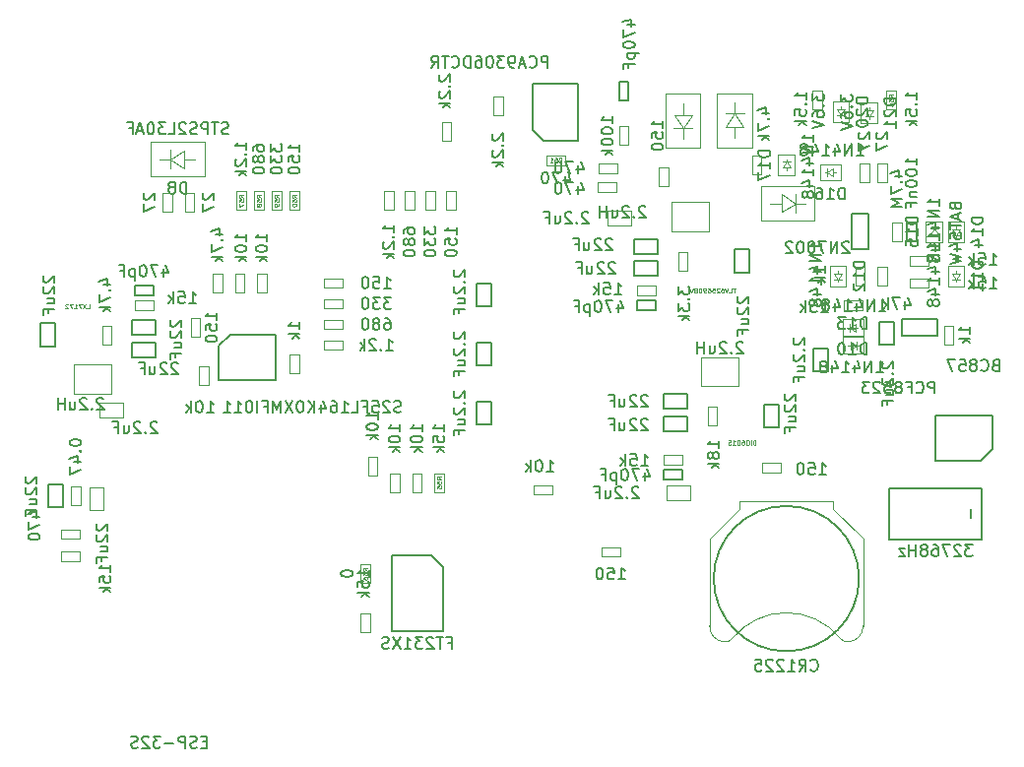
<source format=gbr>
G04 #@! TF.FileFunction,Other,Fab,Bot*
%FSLAX46Y46*%
G04 Gerber Fmt 4.6, Leading zero omitted, Abs format (unit mm)*
G04 Created by KiCad (PCBNEW 4.0.7+dfsg1-1) date Sun Nov 19 11:12:19 2017*
%MOMM*%
%LPD*%
G01*
G04 APERTURE LIST*
%ADD10C,0.100000*%
%ADD11C,0.150000*%
%ADD12C,0.075000*%
G04 APERTURE END LIST*
D10*
X103098000Y-99558000D02*
X103898000Y-99558000D01*
X103098000Y-97958000D02*
X103098000Y-99558000D01*
X103898000Y-97958000D02*
X103098000Y-97958000D01*
X103898000Y-99558000D02*
X103898000Y-97958000D01*
X154195000Y-64200000D02*
X154195000Y-68800000D01*
X154195000Y-68800000D02*
X157195000Y-68800000D01*
X157195000Y-64200000D02*
X154195000Y-64200000D01*
X157195000Y-64200000D02*
X157195000Y-68800000D01*
X155693980Y-67149440D02*
X155693980Y-68051140D01*
X155693980Y-65998820D02*
X155693980Y-65000600D01*
X156494080Y-67149440D02*
X154893880Y-67149440D01*
X154944680Y-65998820D02*
X156494080Y-65998820D01*
X155693980Y-67149440D02*
X154944680Y-65998820D01*
X155693980Y-67149440D02*
X156494080Y-65998820D01*
X153644000Y-72126000D02*
X154444000Y-72126000D01*
X153644000Y-70526000D02*
X153644000Y-72126000D01*
X154444000Y-70526000D02*
X153644000Y-70526000D01*
X154444000Y-72126000D02*
X154444000Y-70526000D01*
X160470000Y-89340000D02*
X160470000Y-86840000D01*
X157270000Y-89340000D02*
X160470000Y-89340000D01*
X157270000Y-86840000D02*
X157270000Y-89340000D01*
X160470000Y-86840000D02*
X157270000Y-86840000D01*
X103295000Y-87475000D02*
X103295000Y-89975000D01*
X106495000Y-87475000D02*
X103295000Y-87475000D01*
X106495000Y-89975000D02*
X106495000Y-87475000D01*
X103295000Y-89975000D02*
X106495000Y-89975000D01*
X157930000Y-76005000D02*
X157930000Y-73505000D01*
X154730000Y-76005000D02*
X157930000Y-76005000D01*
X154730000Y-73505000D02*
X154730000Y-76005000D01*
X157930000Y-73505000D02*
X154730000Y-73505000D01*
D11*
X101710000Y-83915000D02*
X100460000Y-83915000D01*
X101710000Y-85915000D02*
X101710000Y-83915000D01*
X100460000Y-85915000D02*
X101710000Y-85915000D01*
X100460000Y-83915000D02*
X100460000Y-85915000D01*
X154060000Y-90005000D02*
X154060000Y-91255000D01*
X156060000Y-90005000D02*
X154060000Y-90005000D01*
X156060000Y-91255000D02*
X156060000Y-90005000D01*
X154060000Y-91255000D02*
X156060000Y-91255000D01*
X154060000Y-91910000D02*
X154060000Y-93160000D01*
X156060000Y-91910000D02*
X154060000Y-91910000D01*
X156060000Y-93160000D02*
X156060000Y-91910000D01*
X154060000Y-93160000D02*
X156060000Y-93160000D01*
X162690000Y-92900000D02*
X163940000Y-92900000D01*
X162690000Y-90900000D02*
X162690000Y-92900000D01*
X163940000Y-90900000D02*
X162690000Y-90900000D01*
X163940000Y-92900000D02*
X163940000Y-90900000D01*
X151520000Y-78575000D02*
X151520000Y-79825000D01*
X153520000Y-78575000D02*
X151520000Y-78575000D01*
X153520000Y-79825000D02*
X153520000Y-78575000D01*
X151520000Y-79825000D02*
X153520000Y-79825000D01*
X151520000Y-76670000D02*
X151520000Y-77920000D01*
X153520000Y-76670000D02*
X151520000Y-76670000D01*
X153520000Y-77920000D02*
X153520000Y-76670000D01*
X151520000Y-77920000D02*
X153520000Y-77920000D01*
X160150000Y-79565000D02*
X161400000Y-79565000D01*
X160150000Y-77565000D02*
X160150000Y-79565000D01*
X161400000Y-77565000D02*
X160150000Y-77565000D01*
X161400000Y-79565000D02*
X161400000Y-77565000D01*
X110340000Y-84905000D02*
X110340000Y-83655000D01*
X108340000Y-84905000D02*
X110340000Y-84905000D01*
X108340000Y-83655000D02*
X108340000Y-84905000D01*
X110340000Y-83655000D02*
X108340000Y-83655000D01*
X110340000Y-86810000D02*
X110340000Y-85560000D01*
X108340000Y-86810000D02*
X110340000Y-86810000D01*
X108340000Y-85560000D02*
X108340000Y-86810000D01*
X110340000Y-85560000D02*
X108340000Y-85560000D01*
X172596000Y-85788000D02*
X173846000Y-85788000D01*
X172596000Y-83788000D02*
X172596000Y-85788000D01*
X173846000Y-83788000D02*
X172596000Y-83788000D01*
X173846000Y-85788000D02*
X173846000Y-83788000D01*
X177535000Y-83580000D02*
X174495000Y-83580000D01*
X174495000Y-84980000D02*
X174495000Y-83580000D01*
X177535000Y-84980000D02*
X177535000Y-83580000D01*
X177535000Y-84980000D02*
X174495000Y-84980000D01*
X170235000Y-74505000D02*
X170235000Y-77545000D01*
X171635000Y-77545000D02*
X170235000Y-77545000D01*
X171635000Y-74505000D02*
X170235000Y-74505000D01*
X171635000Y-74505000D02*
X171635000Y-77545000D01*
X154060000Y-96510000D02*
X154060000Y-97310000D01*
X155660000Y-96510000D02*
X154060000Y-96510000D01*
X155660000Y-97310000D02*
X155660000Y-96510000D01*
X154060000Y-97310000D02*
X155660000Y-97310000D01*
X151720000Y-81975000D02*
X151720000Y-82775000D01*
X153320000Y-81975000D02*
X151720000Y-81975000D01*
X153320000Y-82775000D02*
X153320000Y-81975000D01*
X151720000Y-82775000D02*
X153320000Y-82775000D01*
X110140000Y-81505000D02*
X110140000Y-80705000D01*
X108540000Y-81505000D02*
X110140000Y-81505000D01*
X108540000Y-80705000D02*
X108540000Y-81505000D01*
X110140000Y-80705000D02*
X108540000Y-80705000D01*
X175780000Y-75225000D02*
X174980000Y-75225000D01*
X175780000Y-76825000D02*
X175780000Y-75225000D01*
X174980000Y-76825000D02*
X175780000Y-76825000D01*
X174980000Y-75225000D02*
X174980000Y-76825000D01*
D10*
X169500000Y-81975000D02*
X169500000Y-82775000D01*
X171100000Y-81975000D02*
X169500000Y-81975000D01*
X171100000Y-82775000D02*
X171100000Y-81975000D01*
X169500000Y-82775000D02*
X171100000Y-82775000D01*
X172440000Y-80635000D02*
X173240000Y-80635000D01*
X172440000Y-79035000D02*
X172440000Y-80635000D01*
X173240000Y-79035000D02*
X172440000Y-79035000D01*
X173240000Y-80635000D02*
X173240000Y-79035000D01*
X176815000Y-80870000D02*
X176815000Y-80070000D01*
X175215000Y-80870000D02*
X176815000Y-80870000D01*
X175215000Y-80070000D02*
X175215000Y-80870000D01*
X176815000Y-80070000D02*
X175215000Y-80070000D01*
X174510000Y-75225000D02*
X173710000Y-75225000D01*
X174510000Y-76825000D02*
X174510000Y-75225000D01*
X173710000Y-76825000D02*
X174510000Y-76825000D01*
X173710000Y-75225000D02*
X173710000Y-76825000D01*
X178955000Y-84115000D02*
X178155000Y-84115000D01*
X178955000Y-85715000D02*
X178955000Y-84115000D01*
X178155000Y-85715000D02*
X178955000Y-85715000D01*
X178155000Y-84115000D02*
X178155000Y-85715000D01*
X114185000Y-83480000D02*
X113385000Y-83480000D01*
X114185000Y-85080000D02*
X114185000Y-83480000D01*
X113385000Y-85080000D02*
X114185000Y-85080000D01*
X113385000Y-83480000D02*
X113385000Y-85080000D01*
X170535000Y-80635000D02*
X171335000Y-80635000D01*
X170535000Y-79035000D02*
X170535000Y-80635000D01*
X171335000Y-79035000D02*
X170535000Y-79035000D01*
X171335000Y-80635000D02*
X171335000Y-79035000D01*
X128790000Y-108880000D02*
X127990000Y-108880000D01*
X128790000Y-110480000D02*
X128790000Y-108880000D01*
X127990000Y-110480000D02*
X128790000Y-110480000D01*
X127990000Y-108880000D02*
X127990000Y-110480000D01*
X150272000Y-103984000D02*
X150272000Y-103184000D01*
X148672000Y-103984000D02*
X150272000Y-103984000D01*
X148672000Y-103184000D02*
X148672000Y-103984000D01*
X150272000Y-103184000D02*
X148672000Y-103184000D01*
X176815000Y-78965000D02*
X176815000Y-78165000D01*
X175215000Y-78965000D02*
X176815000Y-78965000D01*
X175215000Y-78165000D02*
X175215000Y-78965000D01*
X176815000Y-78165000D02*
X175215000Y-78165000D01*
X154060000Y-95240000D02*
X154060000Y-96040000D01*
X155660000Y-95240000D02*
X154060000Y-95240000D01*
X155660000Y-96040000D02*
X155660000Y-95240000D01*
X154060000Y-96040000D02*
X155660000Y-96040000D01*
X110140000Y-82775000D02*
X110140000Y-81975000D01*
X108540000Y-82775000D02*
X110140000Y-82775000D01*
X108540000Y-81975000D02*
X108540000Y-82775000D01*
X110140000Y-81975000D02*
X108540000Y-81975000D01*
X151720000Y-80705000D02*
X151720000Y-81505000D01*
X153320000Y-80705000D02*
X151720000Y-80705000D01*
X153320000Y-81505000D02*
X153320000Y-80705000D01*
X151720000Y-81505000D02*
X153320000Y-81505000D01*
X158635000Y-91100000D02*
X157835000Y-91100000D01*
X158635000Y-92700000D02*
X158635000Y-91100000D01*
X157835000Y-92700000D02*
X158635000Y-92700000D01*
X157835000Y-91100000D02*
X157835000Y-92700000D01*
X105765000Y-85715000D02*
X106565000Y-85715000D01*
X105765000Y-84115000D02*
X105765000Y-85715000D01*
X106565000Y-84115000D02*
X105765000Y-84115000D01*
X106565000Y-85715000D02*
X106565000Y-84115000D01*
X156095000Y-77765000D02*
X155295000Y-77765000D01*
X156095000Y-79365000D02*
X156095000Y-77765000D01*
X155295000Y-79365000D02*
X156095000Y-79365000D01*
X155295000Y-77765000D02*
X155295000Y-79365000D01*
X126396000Y-86204000D02*
X126396000Y-85404000D01*
X124796000Y-86204000D02*
X126396000Y-86204000D01*
X124796000Y-85404000D02*
X124796000Y-86204000D01*
X126396000Y-85404000D02*
X124796000Y-85404000D01*
X126396000Y-84426000D02*
X126396000Y-83626000D01*
X124796000Y-84426000D02*
X126396000Y-84426000D01*
X124796000Y-83626000D02*
X124796000Y-84426000D01*
X126396000Y-83626000D02*
X124796000Y-83626000D01*
X126396000Y-82648000D02*
X126396000Y-81848000D01*
X124796000Y-82648000D02*
X126396000Y-82648000D01*
X124796000Y-81848000D02*
X124796000Y-82648000D01*
X126396000Y-81848000D02*
X124796000Y-81848000D01*
X126396000Y-80870000D02*
X126396000Y-80070000D01*
X124796000Y-80870000D02*
X126396000Y-80870000D01*
X124796000Y-80070000D02*
X124796000Y-80870000D01*
X126396000Y-80070000D02*
X124796000Y-80070000D01*
X130022000Y-74158000D02*
X130822000Y-74158000D01*
X130022000Y-72558000D02*
X130022000Y-74158000D01*
X130822000Y-72558000D02*
X130022000Y-72558000D01*
X130822000Y-74158000D02*
X130822000Y-72558000D01*
X131800000Y-74158000D02*
X132600000Y-74158000D01*
X131800000Y-72558000D02*
X131800000Y-74158000D01*
X132600000Y-72558000D02*
X131800000Y-72558000D01*
X132600000Y-74158000D02*
X132600000Y-72558000D01*
X133578000Y-74158000D02*
X134378000Y-74158000D01*
X133578000Y-72558000D02*
X133578000Y-74158000D01*
X134378000Y-72558000D02*
X133578000Y-72558000D01*
X134378000Y-74158000D02*
X134378000Y-72558000D01*
X135356000Y-74158000D02*
X136156000Y-74158000D01*
X135356000Y-72558000D02*
X135356000Y-74158000D01*
X136156000Y-72558000D02*
X135356000Y-72558000D01*
X136156000Y-74158000D02*
X136156000Y-72558000D01*
D11*
X150189600Y-64760000D02*
X150989600Y-64760000D01*
X150189600Y-63160000D02*
X150189600Y-64760000D01*
X150989600Y-63160000D02*
X150189600Y-63160000D01*
X150989600Y-64760000D02*
X150989600Y-63160000D01*
D10*
X161645000Y-71110000D02*
X162445000Y-71110000D01*
X161645000Y-69510000D02*
X161645000Y-71110000D01*
X162445000Y-69510000D02*
X161645000Y-69510000D01*
X162445000Y-71110000D02*
X162445000Y-69510000D01*
X139420000Y-66030000D02*
X140220000Y-66030000D01*
X139420000Y-64430000D02*
X139420000Y-66030000D01*
X140220000Y-64430000D02*
X139420000Y-64430000D01*
X140220000Y-66030000D02*
X140220000Y-64430000D01*
X134975000Y-68232000D02*
X135775000Y-68232000D01*
X134975000Y-66632000D02*
X134975000Y-68232000D01*
X135775000Y-66632000D02*
X134975000Y-66632000D01*
X135775000Y-68232000D02*
X135775000Y-66632000D01*
X150215000Y-68570000D02*
X151015000Y-68570000D01*
X150215000Y-66970000D02*
X150215000Y-68570000D01*
X151015000Y-66970000D02*
X150215000Y-66970000D01*
X151015000Y-68570000D02*
X151015000Y-66970000D01*
X149975000Y-72615000D02*
X149975000Y-71815000D01*
X148375000Y-72615000D02*
X149975000Y-72615000D01*
X148375000Y-71815000D02*
X148375000Y-72615000D01*
X149975000Y-71815000D02*
X148375000Y-71815000D01*
X150080000Y-71000000D02*
X150080000Y-70200000D01*
X148480000Y-71000000D02*
X150080000Y-71000000D01*
X148480000Y-70200000D02*
X148480000Y-71000000D01*
X150080000Y-70200000D02*
X148480000Y-70200000D01*
D11*
X134035000Y-103890000D02*
X130635000Y-103890000D01*
X130635000Y-103890000D02*
X130635000Y-110390000D01*
X130635000Y-110390000D02*
X135035000Y-110390000D01*
X135035000Y-110390000D02*
X135035000Y-104890000D01*
X135035000Y-104890000D02*
X134035000Y-103890000D01*
D10*
X119900000Y-79670000D02*
X119100000Y-79670000D01*
X119900000Y-81270000D02*
X119900000Y-79670000D01*
X119100000Y-81270000D02*
X119900000Y-81270000D01*
X119100000Y-79670000D02*
X119100000Y-81270000D01*
X114080000Y-89200000D02*
X114880000Y-89200000D01*
X114080000Y-87600000D02*
X114080000Y-89200000D01*
X114880000Y-87600000D02*
X114080000Y-87600000D01*
X114880000Y-89200000D02*
X114880000Y-87600000D01*
X128625000Y-96975000D02*
X129425000Y-96975000D01*
X128625000Y-95375000D02*
X128625000Y-96975000D01*
X129425000Y-95375000D02*
X128625000Y-95375000D01*
X129425000Y-96975000D02*
X129425000Y-95375000D01*
X117995000Y-79670000D02*
X117195000Y-79670000D01*
X117995000Y-81270000D02*
X117995000Y-79670000D01*
X117195000Y-81270000D02*
X117995000Y-81270000D01*
X117195000Y-79670000D02*
X117195000Y-81270000D01*
X122680000Y-86600000D02*
X121880000Y-86600000D01*
X122680000Y-88200000D02*
X122680000Y-86600000D01*
X121880000Y-88200000D02*
X122680000Y-88200000D01*
X121880000Y-86600000D02*
X121880000Y-88200000D01*
X116090000Y-79670000D02*
X115290000Y-79670000D01*
X116090000Y-81270000D02*
X116090000Y-79670000D01*
X115290000Y-81270000D02*
X116090000Y-81270000D01*
X115290000Y-79670000D02*
X115290000Y-81270000D01*
X144430000Y-98650000D02*
X144430000Y-97850000D01*
X142830000Y-98650000D02*
X144430000Y-98650000D01*
X142830000Y-97850000D02*
X142830000Y-98650000D01*
X144430000Y-97850000D02*
X142830000Y-97850000D01*
X132435000Y-98415000D02*
X133235000Y-98415000D01*
X132435000Y-96815000D02*
X132435000Y-98415000D01*
X133235000Y-96815000D02*
X132435000Y-96815000D01*
X133235000Y-98415000D02*
X133235000Y-96815000D01*
X130530000Y-98415000D02*
X131330000Y-98415000D01*
X130530000Y-96815000D02*
X130530000Y-98415000D01*
X131330000Y-96815000D02*
X130530000Y-96815000D01*
X131330000Y-98415000D02*
X131330000Y-96815000D01*
X102190000Y-103565000D02*
X102190000Y-104365000D01*
X103790000Y-103565000D02*
X102190000Y-103565000D01*
X103790000Y-104365000D02*
X103790000Y-103565000D01*
X102190000Y-104365000D02*
X103790000Y-104365000D01*
X103790000Y-102460000D02*
X103790000Y-101660000D01*
X102190000Y-102460000D02*
X103790000Y-102460000D01*
X102190000Y-101660000D02*
X102190000Y-102460000D01*
X103790000Y-101660000D02*
X102190000Y-101660000D01*
D11*
X166881000Y-88074000D02*
X168131000Y-88074000D01*
X166881000Y-86074000D02*
X166881000Y-88074000D01*
X168131000Y-86074000D02*
X166881000Y-86074000D01*
X168131000Y-88074000D02*
X168131000Y-86074000D01*
D10*
X164115000Y-96745000D02*
X164115000Y-95945000D01*
X162515000Y-96745000D02*
X164115000Y-96745000D01*
X162515000Y-95945000D02*
X162515000Y-96745000D01*
X164115000Y-95945000D02*
X162515000Y-95945000D01*
X166852000Y-65522000D02*
X167652000Y-65522000D01*
X166852000Y-63922000D02*
X166852000Y-65522000D01*
X167652000Y-63922000D02*
X166852000Y-63922000D01*
X167652000Y-65522000D02*
X167652000Y-63922000D01*
D11*
X139175000Y-90646000D02*
X137925000Y-90646000D01*
X139175000Y-92646000D02*
X139175000Y-90646000D01*
X137925000Y-92646000D02*
X139175000Y-92646000D01*
X137925000Y-90646000D02*
X137925000Y-92646000D01*
X137925000Y-82486000D02*
X139175000Y-82486000D01*
X137925000Y-80486000D02*
X137925000Y-82486000D01*
X139175000Y-80486000D02*
X137925000Y-80486000D01*
X139175000Y-82486000D02*
X139175000Y-80486000D01*
X139175000Y-85566000D02*
X137925000Y-85566000D01*
X139175000Y-87566000D02*
X139175000Y-85566000D01*
X137925000Y-87566000D02*
X139175000Y-87566000D01*
X137925000Y-85566000D02*
X137925000Y-87566000D01*
X102345000Y-97758000D02*
X101095000Y-97758000D01*
X102345000Y-99758000D02*
X102345000Y-97758000D01*
X101095000Y-99758000D02*
X102345000Y-99758000D01*
X101095000Y-97758000D02*
X101095000Y-99758000D01*
D10*
X112877000Y-74285000D02*
X113677000Y-74285000D01*
X112877000Y-72685000D02*
X112877000Y-74285000D01*
X113677000Y-72685000D02*
X112877000Y-72685000D01*
X113677000Y-74285000D02*
X113677000Y-72685000D01*
X110972000Y-74285000D02*
X111772000Y-74285000D01*
X110972000Y-72685000D02*
X110972000Y-74285000D01*
X111772000Y-72685000D02*
X110972000Y-72685000D01*
X111772000Y-74285000D02*
X111772000Y-72685000D01*
X172440000Y-71745000D02*
X173240000Y-71745000D01*
X172440000Y-70145000D02*
X172440000Y-71745000D01*
X173240000Y-70145000D02*
X172440000Y-70145000D01*
X173240000Y-71745000D02*
X173240000Y-70145000D01*
X170916000Y-71745000D02*
X171716000Y-71745000D01*
X170916000Y-70145000D02*
X170916000Y-71745000D01*
X171716000Y-70145000D02*
X170916000Y-70145000D01*
X171716000Y-71745000D02*
X171716000Y-70145000D01*
D11*
X181412000Y-98082000D02*
X181412000Y-102482000D01*
X173412000Y-98082000D02*
X181412000Y-98082000D01*
X173412000Y-102482000D02*
X173412000Y-98082000D01*
X181412000Y-102482000D02*
X173412000Y-102482000D01*
X180412000Y-99882000D02*
X180412000Y-100682000D01*
D10*
X104656000Y-100012000D02*
X105896000Y-100012000D01*
X104656000Y-98012000D02*
X104656000Y-100012000D01*
X105896000Y-98012000D02*
X104656000Y-98012000D01*
X105896000Y-100012000D02*
X105896000Y-98012000D01*
X114561000Y-68302000D02*
X109961000Y-68302000D01*
X109961000Y-68302000D02*
X109961000Y-71302000D01*
X114561000Y-71302000D02*
X114561000Y-68302000D01*
X114561000Y-71302000D02*
X109961000Y-71302000D01*
X111611560Y-69800980D02*
X110709860Y-69800980D01*
X112762180Y-69800980D02*
X113760400Y-69800980D01*
X111611560Y-70601080D02*
X111611560Y-69000880D01*
X112762180Y-69051680D02*
X112762180Y-70601080D01*
X111611560Y-69800980D02*
X112762180Y-69051680D01*
X111611560Y-69800980D02*
X112762180Y-70601080D01*
X162412000Y-75112000D02*
X167012000Y-75112000D01*
X167012000Y-75112000D02*
X167012000Y-72112000D01*
X162412000Y-72112000D02*
X162412000Y-75112000D01*
X162412000Y-72112000D02*
X167012000Y-72112000D01*
X165361440Y-73613020D02*
X166263140Y-73613020D01*
X164210820Y-73613020D02*
X163212600Y-73613020D01*
X165361440Y-72812920D02*
X165361440Y-74413120D01*
X164210820Y-74362320D02*
X164210820Y-72812920D01*
X165361440Y-73613020D02*
X164210820Y-74362320D01*
X165361440Y-73613020D02*
X164210820Y-72812920D01*
X161640000Y-68800000D02*
X161640000Y-64200000D01*
X161640000Y-64200000D02*
X158640000Y-64200000D01*
X158640000Y-68800000D02*
X161640000Y-68800000D01*
X158640000Y-68800000D02*
X158640000Y-64200000D01*
X160141020Y-65850560D02*
X160141020Y-64948860D01*
X160141020Y-67001180D02*
X160141020Y-67999400D01*
X159340920Y-65850560D02*
X160941120Y-65850560D01*
X160890320Y-67001180D02*
X159340920Y-67001180D01*
X160141020Y-65850560D02*
X160890320Y-67001180D01*
X160141020Y-65850560D02*
X159340920Y-67001180D01*
X154314000Y-97884000D02*
X154314000Y-99124000D01*
X156314000Y-97884000D02*
X154314000Y-97884000D01*
X156314000Y-99124000D02*
X156314000Y-97884000D01*
X154314000Y-99124000D02*
X156314000Y-99124000D01*
X107546000Y-92012000D02*
X107546000Y-90772000D01*
X105546000Y-92012000D02*
X107546000Y-92012000D01*
X105546000Y-90772000D02*
X105546000Y-92012000D01*
X107546000Y-90772000D02*
X105546000Y-90772000D01*
X151234000Y-75502000D02*
X151234000Y-74262000D01*
X149234000Y-75502000D02*
X151234000Y-75502000D01*
X149234000Y-74262000D02*
X149234000Y-75502000D01*
X151234000Y-74262000D02*
X149234000Y-74262000D01*
X173202000Y-65522000D02*
X174002000Y-65522000D01*
X173202000Y-63922000D02*
X173202000Y-65522000D01*
X174002000Y-63922000D02*
X173202000Y-63922000D01*
X174002000Y-65522000D02*
X174002000Y-63922000D01*
X135140000Y-96815000D02*
X134340000Y-96815000D01*
X135140000Y-98415000D02*
X135140000Y-96815000D01*
X134340000Y-98415000D02*
X135140000Y-98415000D01*
X134340000Y-96815000D02*
X134340000Y-98415000D01*
D11*
X170835000Y-105870000D02*
G75*
G03X170835000Y-105870000I-6250000J0D01*
G01*
D10*
X159206987Y-111317558D02*
G75*
G03X159985000Y-110970000I88013J847558D01*
G01*
X169963013Y-111317558D02*
G75*
G02X169185000Y-110970000I-88013J847558D01*
G01*
X159977095Y-110979589D02*
G75*
G02X169185000Y-110970000I4607905J-3790411D01*
G01*
X157985000Y-109920000D02*
G75*
G03X159285000Y-111320000I1350000J-50000D01*
G01*
X171185000Y-109920000D02*
G75*
G02X169885000Y-111320000I-1350000J-50000D01*
G01*
X157985000Y-102470000D02*
X157985000Y-109970000D01*
X171185000Y-102470000D02*
X171185000Y-109970000D01*
X160585000Y-99870000D02*
X157985000Y-102470000D01*
X168585000Y-99870000D02*
X171185000Y-102470000D01*
X160585000Y-99170000D02*
X160585000Y-99870000D01*
X168585000Y-99170000D02*
X168585000Y-99870000D01*
X168585000Y-99170000D02*
X160585000Y-99170000D01*
X169284000Y-65538000D02*
X169284000Y-65288000D01*
X168934000Y-65538000D02*
X169284000Y-66038000D01*
X169634000Y-65538000D02*
X168934000Y-65538000D01*
X169284000Y-66038000D02*
X169634000Y-65538000D01*
X169284000Y-66038000D02*
X169284000Y-66238000D01*
X169634000Y-66038000D02*
X168934000Y-66038000D01*
X168584000Y-66638000D02*
X169984000Y-66638000D01*
X168584000Y-64838000D02*
X168584000Y-66638000D01*
X169984000Y-64838000D02*
X168584000Y-64838000D01*
X169984000Y-66638000D02*
X169984000Y-64838000D01*
X171697000Y-65631000D02*
X171697000Y-65381000D01*
X171347000Y-65631000D02*
X171697000Y-66131000D01*
X172047000Y-65631000D02*
X171347000Y-65631000D01*
X171697000Y-66131000D02*
X172047000Y-65631000D01*
X171697000Y-66131000D02*
X171697000Y-66331000D01*
X172047000Y-66131000D02*
X171347000Y-66131000D01*
X170997000Y-66731000D02*
X172397000Y-66731000D01*
X170997000Y-64931000D02*
X170997000Y-66731000D01*
X172397000Y-64931000D02*
X170997000Y-64931000D01*
X172397000Y-66731000D02*
X172397000Y-64931000D01*
X170500000Y-84280000D02*
X170750000Y-84280000D01*
X170500000Y-83930000D02*
X170000000Y-84280000D01*
X170500000Y-84630000D02*
X170500000Y-83930000D01*
X170000000Y-84280000D02*
X170500000Y-84630000D01*
X170000000Y-84280000D02*
X169800000Y-84280000D01*
X170000000Y-84630000D02*
X170000000Y-83930000D01*
X169400000Y-83580000D02*
X169400000Y-84980000D01*
X171200000Y-83580000D02*
X169400000Y-83580000D01*
X171200000Y-84980000D02*
X171200000Y-83580000D01*
X169400000Y-84980000D02*
X171200000Y-84980000D01*
X179190000Y-79635000D02*
X179190000Y-79385000D01*
X178840000Y-79635000D02*
X179190000Y-80135000D01*
X179540000Y-79635000D02*
X178840000Y-79635000D01*
X179190000Y-80135000D02*
X179540000Y-79635000D01*
X179190000Y-80135000D02*
X179190000Y-80335000D01*
X179540000Y-80135000D02*
X178840000Y-80135000D01*
X178490000Y-80735000D02*
X179890000Y-80735000D01*
X178490000Y-78935000D02*
X178490000Y-80735000D01*
X179890000Y-78935000D02*
X178490000Y-78935000D01*
X179890000Y-80735000D02*
X179890000Y-78935000D01*
X169030000Y-79635000D02*
X169030000Y-79385000D01*
X168680000Y-79635000D02*
X169030000Y-80135000D01*
X169380000Y-79635000D02*
X168680000Y-79635000D01*
X169030000Y-80135000D02*
X169380000Y-79635000D01*
X169030000Y-80135000D02*
X169030000Y-80335000D01*
X169380000Y-80135000D02*
X168680000Y-80135000D01*
X168330000Y-80735000D02*
X169730000Y-80735000D01*
X168330000Y-78935000D02*
X168330000Y-80735000D01*
X169730000Y-78935000D02*
X168330000Y-78935000D01*
X169730000Y-80735000D02*
X169730000Y-78935000D01*
X170100000Y-85804000D02*
X169850000Y-85804000D01*
X170100000Y-86154000D02*
X170600000Y-85804000D01*
X170100000Y-85454000D02*
X170100000Y-86154000D01*
X170600000Y-85804000D02*
X170100000Y-85454000D01*
X170600000Y-85804000D02*
X170800000Y-85804000D01*
X170600000Y-85454000D02*
X170600000Y-86154000D01*
X171200000Y-86504000D02*
X171200000Y-85104000D01*
X169400000Y-86504000D02*
X171200000Y-86504000D01*
X169400000Y-85104000D02*
X169400000Y-86504000D01*
X171200000Y-85104000D02*
X169400000Y-85104000D01*
X179190000Y-75825000D02*
X179190000Y-75575000D01*
X178840000Y-75825000D02*
X179190000Y-76325000D01*
X179540000Y-75825000D02*
X178840000Y-75825000D01*
X179190000Y-76325000D02*
X179540000Y-75825000D01*
X179190000Y-76325000D02*
X179190000Y-76525000D01*
X179540000Y-76325000D02*
X178840000Y-76325000D01*
X178490000Y-76925000D02*
X179890000Y-76925000D01*
X178490000Y-75125000D02*
X178490000Y-76925000D01*
X179890000Y-75125000D02*
X178490000Y-75125000D01*
X179890000Y-76925000D02*
X179890000Y-75125000D01*
X177285000Y-76225000D02*
X177285000Y-76475000D01*
X177635000Y-76225000D02*
X177285000Y-75725000D01*
X176935000Y-76225000D02*
X177635000Y-76225000D01*
X177285000Y-75725000D02*
X176935000Y-76225000D01*
X177285000Y-75725000D02*
X177285000Y-75525000D01*
X176935000Y-75725000D02*
X177635000Y-75725000D01*
X177985000Y-75125000D02*
X176585000Y-75125000D01*
X177985000Y-76925000D02*
X177985000Y-75125000D01*
X176585000Y-76925000D02*
X177985000Y-76925000D01*
X176585000Y-75125000D02*
X176585000Y-76925000D01*
X168595000Y-70945000D02*
X168845000Y-70945000D01*
X168595000Y-70595000D02*
X168095000Y-70945000D01*
X168595000Y-71295000D02*
X168595000Y-70595000D01*
X168095000Y-70945000D02*
X168595000Y-71295000D01*
X168095000Y-70945000D02*
X167895000Y-70945000D01*
X168095000Y-71295000D02*
X168095000Y-70595000D01*
X167495000Y-70245000D02*
X167495000Y-71645000D01*
X169295000Y-70245000D02*
X167495000Y-70245000D01*
X169295000Y-71645000D02*
X169295000Y-70245000D01*
X167495000Y-71645000D02*
X169295000Y-71645000D01*
X164585000Y-70510000D02*
X164585000Y-70760000D01*
X164935000Y-70510000D02*
X164585000Y-70010000D01*
X164235000Y-70510000D02*
X164935000Y-70510000D01*
X164585000Y-70010000D02*
X164235000Y-70510000D01*
X164585000Y-70010000D02*
X164585000Y-69810000D01*
X164235000Y-70010000D02*
X164935000Y-70010000D01*
X165285000Y-69410000D02*
X163885000Y-69410000D01*
X165285000Y-71210000D02*
X165285000Y-69410000D01*
X163885000Y-71210000D02*
X165285000Y-71210000D01*
X163885000Y-69410000D02*
X163885000Y-71210000D01*
X127990000Y-106246000D02*
X128790000Y-106246000D01*
X127990000Y-104646000D02*
X127990000Y-106246000D01*
X128790000Y-104646000D02*
X127990000Y-104646000D01*
X128790000Y-106246000D02*
X128790000Y-104646000D01*
X117322000Y-74158000D02*
X118122000Y-74158000D01*
X117322000Y-72558000D02*
X117322000Y-74158000D01*
X118122000Y-72558000D02*
X117322000Y-72558000D01*
X118122000Y-74158000D02*
X118122000Y-72558000D01*
X118846000Y-74158000D02*
X119646000Y-74158000D01*
X118846000Y-72558000D02*
X118846000Y-74158000D01*
X119646000Y-72558000D02*
X118846000Y-72558000D01*
X119646000Y-74158000D02*
X119646000Y-72558000D01*
X120370000Y-74158000D02*
X121170000Y-74158000D01*
X120370000Y-72558000D02*
X120370000Y-74158000D01*
X121170000Y-72558000D02*
X120370000Y-72558000D01*
X121170000Y-74158000D02*
X121170000Y-72558000D01*
X121894000Y-74158000D02*
X122694000Y-74158000D01*
X121894000Y-72558000D02*
X121894000Y-74158000D01*
X122694000Y-72558000D02*
X121894000Y-72558000D01*
X122694000Y-74158000D02*
X122694000Y-72558000D01*
X145580000Y-70300000D02*
X145580000Y-69500000D01*
X143980000Y-70300000D02*
X145580000Y-70300000D01*
X143980000Y-69500000D02*
X143980000Y-70300000D01*
X145580000Y-69500000D02*
X143980000Y-69500000D01*
D11*
X182275000Y-94755000D02*
X182275000Y-91855000D01*
X182275000Y-91855000D02*
X177375000Y-91855000D01*
X177375000Y-91855000D02*
X177375000Y-95755000D01*
X177375000Y-95755000D02*
X181275000Y-95755000D01*
X181275000Y-95755000D02*
X182275000Y-94755000D01*
X143730000Y-68251500D02*
X146630000Y-68251500D01*
X146630000Y-68251500D02*
X146630000Y-63351500D01*
X146630000Y-63351500D02*
X142730000Y-63351500D01*
X142730000Y-63351500D02*
X142730000Y-67251500D01*
X142730000Y-67251500D02*
X143730000Y-68251500D01*
X115780000Y-85870000D02*
X115780000Y-88770000D01*
X115780000Y-88770000D02*
X120680000Y-88770000D01*
X120680000Y-88770000D02*
X120680000Y-84870000D01*
X120680000Y-84870000D02*
X116780000Y-84870000D01*
X116780000Y-84870000D02*
X115780000Y-85870000D01*
X102950381Y-94133905D02*
X102950381Y-94229144D01*
X102998000Y-94324382D01*
X103045619Y-94372001D01*
X103140857Y-94419620D01*
X103331333Y-94467239D01*
X103569429Y-94467239D01*
X103759905Y-94419620D01*
X103855143Y-94372001D01*
X103902762Y-94324382D01*
X103950381Y-94229144D01*
X103950381Y-94133905D01*
X103902762Y-94038667D01*
X103855143Y-93991048D01*
X103759905Y-93943429D01*
X103569429Y-93895810D01*
X103331333Y-93895810D01*
X103140857Y-93943429D01*
X103045619Y-93991048D01*
X102998000Y-94038667D01*
X102950381Y-94133905D01*
X103855143Y-94895810D02*
X103902762Y-94943429D01*
X103950381Y-94895810D01*
X103902762Y-94848191D01*
X103855143Y-94895810D01*
X103950381Y-94895810D01*
X103283714Y-95800572D02*
X103950381Y-95800572D01*
X102902762Y-95562476D02*
X103617048Y-95324381D01*
X103617048Y-95943429D01*
X102950381Y-96229143D02*
X102950381Y-96895810D01*
X103950381Y-96467238D01*
X153988381Y-67103334D02*
X153988381Y-66531905D01*
X153988381Y-66817619D02*
X152988381Y-66817619D01*
X153131238Y-66722381D01*
X153226476Y-66627143D01*
X153274095Y-66531905D01*
X152988381Y-68008096D02*
X152988381Y-67531905D01*
X153464571Y-67484286D01*
X153416952Y-67531905D01*
X153369333Y-67627143D01*
X153369333Y-67865239D01*
X153416952Y-67960477D01*
X153464571Y-68008096D01*
X153559810Y-68055715D01*
X153797905Y-68055715D01*
X153893143Y-68008096D01*
X153940762Y-67960477D01*
X153988381Y-67865239D01*
X153988381Y-67627143D01*
X153940762Y-67531905D01*
X153893143Y-67484286D01*
X152988381Y-68674762D02*
X152988381Y-68770001D01*
X153036000Y-68865239D01*
X153083619Y-68912858D01*
X153178857Y-68960477D01*
X153369333Y-69008096D01*
X153607429Y-69008096D01*
X153797905Y-68960477D01*
X153893143Y-68912858D01*
X153940762Y-68865239D01*
X153988381Y-68770001D01*
X153988381Y-68674762D01*
X153940762Y-68579524D01*
X153893143Y-68531905D01*
X153797905Y-68484286D01*
X153607429Y-68436667D01*
X153369333Y-68436667D01*
X153178857Y-68484286D01*
X153083619Y-68531905D01*
X153036000Y-68579524D01*
X152988381Y-68674762D01*
X160846190Y-85605619D02*
X160798571Y-85558000D01*
X160703333Y-85510381D01*
X160465237Y-85510381D01*
X160369999Y-85558000D01*
X160322380Y-85605619D01*
X160274761Y-85700857D01*
X160274761Y-85796095D01*
X160322380Y-85938952D01*
X160893809Y-86510381D01*
X160274761Y-86510381D01*
X159846190Y-86415143D02*
X159798571Y-86462762D01*
X159846190Y-86510381D01*
X159893809Y-86462762D01*
X159846190Y-86415143D01*
X159846190Y-86510381D01*
X159417619Y-85605619D02*
X159370000Y-85558000D01*
X159274762Y-85510381D01*
X159036666Y-85510381D01*
X158941428Y-85558000D01*
X158893809Y-85605619D01*
X158846190Y-85700857D01*
X158846190Y-85796095D01*
X158893809Y-85938952D01*
X159465238Y-86510381D01*
X158846190Y-86510381D01*
X157989047Y-85843714D02*
X157989047Y-86510381D01*
X158417619Y-85843714D02*
X158417619Y-86367524D01*
X158370000Y-86462762D01*
X158274762Y-86510381D01*
X158131904Y-86510381D01*
X158036666Y-86462762D01*
X157989047Y-86415143D01*
X157512857Y-86510381D02*
X157512857Y-85510381D01*
X157512857Y-85986571D02*
X156941428Y-85986571D01*
X156941428Y-86510381D02*
X156941428Y-85510381D01*
D10*
X161946428Y-94366952D02*
X161946428Y-93966952D01*
X161851190Y-93966952D01*
X161794047Y-93986000D01*
X161755952Y-94024095D01*
X161736904Y-94062190D01*
X161717856Y-94138381D01*
X161717856Y-94195524D01*
X161736904Y-94271714D01*
X161755952Y-94309810D01*
X161794047Y-94347905D01*
X161851190Y-94366952D01*
X161946428Y-94366952D01*
X161546428Y-94366952D02*
X161546428Y-93966952D01*
X161279761Y-93966952D02*
X161203571Y-93966952D01*
X161165476Y-93986000D01*
X161127380Y-94024095D01*
X161108333Y-94100286D01*
X161108333Y-94233619D01*
X161127380Y-94309810D01*
X161165476Y-94347905D01*
X161203571Y-94366952D01*
X161279761Y-94366952D01*
X161317857Y-94347905D01*
X161355952Y-94309810D01*
X161375000Y-94233619D01*
X161375000Y-94100286D01*
X161355952Y-94024095D01*
X161317857Y-93986000D01*
X161279761Y-93966952D01*
X160765475Y-93966952D02*
X160841666Y-93966952D01*
X160879761Y-93986000D01*
X160898809Y-94005048D01*
X160936904Y-94062190D01*
X160955952Y-94138381D01*
X160955952Y-94290762D01*
X160936904Y-94328857D01*
X160917856Y-94347905D01*
X160879761Y-94366952D01*
X160803571Y-94366952D01*
X160765475Y-94347905D01*
X160746428Y-94328857D01*
X160727380Y-94290762D01*
X160727380Y-94195524D01*
X160746428Y-94157429D01*
X160765475Y-94138381D01*
X160803571Y-94119333D01*
X160879761Y-94119333D01*
X160917856Y-94138381D01*
X160936904Y-94157429D01*
X160955952Y-94195524D01*
X160479761Y-93966952D02*
X160441666Y-93966952D01*
X160403571Y-93986000D01*
X160384523Y-94005048D01*
X160365476Y-94043143D01*
X160346428Y-94119333D01*
X160346428Y-94214571D01*
X160365476Y-94290762D01*
X160384523Y-94328857D01*
X160403571Y-94347905D01*
X160441666Y-94366952D01*
X160479761Y-94366952D01*
X160517857Y-94347905D01*
X160536904Y-94328857D01*
X160555952Y-94290762D01*
X160575000Y-94214571D01*
X160575000Y-94119333D01*
X160555952Y-94043143D01*
X160536904Y-94005048D01*
X160517857Y-93986000D01*
X160479761Y-93966952D01*
X159965476Y-94366952D02*
X160194048Y-94366952D01*
X160079762Y-94366952D02*
X160079762Y-93966952D01*
X160117857Y-94024095D01*
X160155952Y-94062190D01*
X160194048Y-94081238D01*
X159603572Y-93966952D02*
X159794048Y-93966952D01*
X159813096Y-94157429D01*
X159794048Y-94138381D01*
X159755953Y-94119333D01*
X159660715Y-94119333D01*
X159622619Y-94138381D01*
X159603572Y-94157429D01*
X159584524Y-94195524D01*
X159584524Y-94290762D01*
X159603572Y-94328857D01*
X159622619Y-94347905D01*
X159660715Y-94366952D01*
X159755953Y-94366952D01*
X159794048Y-94347905D01*
X159813096Y-94328857D01*
D11*
X105855190Y-90431619D02*
X105807571Y-90384000D01*
X105712333Y-90336381D01*
X105474237Y-90336381D01*
X105378999Y-90384000D01*
X105331380Y-90431619D01*
X105283761Y-90526857D01*
X105283761Y-90622095D01*
X105331380Y-90764952D01*
X105902809Y-91336381D01*
X105283761Y-91336381D01*
X104855190Y-91241143D02*
X104807571Y-91288762D01*
X104855190Y-91336381D01*
X104902809Y-91288762D01*
X104855190Y-91241143D01*
X104855190Y-91336381D01*
X104426619Y-90431619D02*
X104379000Y-90384000D01*
X104283762Y-90336381D01*
X104045666Y-90336381D01*
X103950428Y-90384000D01*
X103902809Y-90431619D01*
X103855190Y-90526857D01*
X103855190Y-90622095D01*
X103902809Y-90764952D01*
X104474238Y-91336381D01*
X103855190Y-91336381D01*
X102998047Y-90669714D02*
X102998047Y-91336381D01*
X103426619Y-90669714D02*
X103426619Y-91193524D01*
X103379000Y-91288762D01*
X103283762Y-91336381D01*
X103140904Y-91336381D01*
X103045666Y-91288762D01*
X102998047Y-91241143D01*
X102521857Y-91336381D02*
X102521857Y-90336381D01*
X102521857Y-90812571D02*
X101950428Y-90812571D01*
X101950428Y-91336381D02*
X101950428Y-90336381D01*
D10*
X104453571Y-82652952D02*
X104644047Y-82652952D01*
X104644047Y-82252952D01*
X104358332Y-82252952D02*
X104091665Y-82652952D01*
X104091665Y-82252952D02*
X104358332Y-82652952D01*
X103977380Y-82252952D02*
X103710713Y-82252952D01*
X103882142Y-82652952D01*
X103348809Y-82652952D02*
X103577381Y-82652952D01*
X103463095Y-82652952D02*
X103463095Y-82252952D01*
X103501190Y-82310095D01*
X103539285Y-82348190D01*
X103577381Y-82367238D01*
X103215476Y-82252952D02*
X102948809Y-82252952D01*
X103120238Y-82652952D01*
X102815477Y-82291048D02*
X102796429Y-82272000D01*
X102758334Y-82252952D01*
X102663096Y-82252952D01*
X102625000Y-82272000D01*
X102605953Y-82291048D01*
X102586905Y-82329143D01*
X102586905Y-82367238D01*
X102605953Y-82424381D01*
X102834524Y-82652952D01*
X102586905Y-82652952D01*
D11*
X152464190Y-73921619D02*
X152416571Y-73874000D01*
X152321333Y-73826381D01*
X152083237Y-73826381D01*
X151987999Y-73874000D01*
X151940380Y-73921619D01*
X151892761Y-74016857D01*
X151892761Y-74112095D01*
X151940380Y-74254952D01*
X152511809Y-74826381D01*
X151892761Y-74826381D01*
X151464190Y-74731143D02*
X151416571Y-74778762D01*
X151464190Y-74826381D01*
X151511809Y-74778762D01*
X151464190Y-74731143D01*
X151464190Y-74826381D01*
X151035619Y-73921619D02*
X150988000Y-73874000D01*
X150892762Y-73826381D01*
X150654666Y-73826381D01*
X150559428Y-73874000D01*
X150511809Y-73921619D01*
X150464190Y-74016857D01*
X150464190Y-74112095D01*
X150511809Y-74254952D01*
X151083238Y-74826381D01*
X150464190Y-74826381D01*
X149607047Y-74159714D02*
X149607047Y-74826381D01*
X150035619Y-74159714D02*
X150035619Y-74683524D01*
X149988000Y-74778762D01*
X149892762Y-74826381D01*
X149749904Y-74826381D01*
X149654666Y-74778762D01*
X149607047Y-74731143D01*
X149130857Y-74826381D02*
X149130857Y-73826381D01*
X149130857Y-74302571D02*
X148559428Y-74302571D01*
X148559428Y-74826381D02*
X148559428Y-73826381D01*
D10*
X160206428Y-80885952D02*
X159977856Y-80885952D01*
X160092142Y-81285952D02*
X160092142Y-80885952D01*
X159654047Y-81285952D02*
X159844523Y-81285952D01*
X159844523Y-80885952D01*
X159577856Y-80885952D02*
X159444522Y-81285952D01*
X159311189Y-80885952D01*
X159006427Y-80885952D02*
X159082618Y-80885952D01*
X159120713Y-80905000D01*
X159139761Y-80924048D01*
X159177856Y-80981190D01*
X159196904Y-81057381D01*
X159196904Y-81209762D01*
X159177856Y-81247857D01*
X159158808Y-81266905D01*
X159120713Y-81285952D01*
X159044523Y-81285952D01*
X159006427Y-81266905D01*
X158987380Y-81247857D01*
X158968332Y-81209762D01*
X158968332Y-81114524D01*
X158987380Y-81076429D01*
X159006427Y-81057381D01*
X159044523Y-81038333D01*
X159120713Y-81038333D01*
X159158808Y-81057381D01*
X159177856Y-81076429D01*
X159196904Y-81114524D01*
X158815952Y-80924048D02*
X158796904Y-80905000D01*
X158758809Y-80885952D01*
X158663571Y-80885952D01*
X158625475Y-80905000D01*
X158606428Y-80924048D01*
X158587380Y-80962143D01*
X158587380Y-81000238D01*
X158606428Y-81057381D01*
X158834999Y-81285952D01*
X158587380Y-81285952D01*
X158225476Y-80885952D02*
X158415952Y-80885952D01*
X158435000Y-81076429D01*
X158415952Y-81057381D01*
X158377857Y-81038333D01*
X158282619Y-81038333D01*
X158244523Y-81057381D01*
X158225476Y-81076429D01*
X158206428Y-81114524D01*
X158206428Y-81209762D01*
X158225476Y-81247857D01*
X158244523Y-81266905D01*
X158282619Y-81285952D01*
X158377857Y-81285952D01*
X158415952Y-81266905D01*
X158435000Y-81247857D01*
X157863571Y-80885952D02*
X157939762Y-80885952D01*
X157977857Y-80905000D01*
X157996905Y-80924048D01*
X158035000Y-80981190D01*
X158054048Y-81057381D01*
X158054048Y-81209762D01*
X158035000Y-81247857D01*
X158015952Y-81266905D01*
X157977857Y-81285952D01*
X157901667Y-81285952D01*
X157863571Y-81266905D01*
X157844524Y-81247857D01*
X157825476Y-81209762D01*
X157825476Y-81114524D01*
X157844524Y-81076429D01*
X157863571Y-81057381D01*
X157901667Y-81038333D01*
X157977857Y-81038333D01*
X158015952Y-81057381D01*
X158035000Y-81076429D01*
X158054048Y-81114524D01*
X157635000Y-81285952D02*
X157558810Y-81285952D01*
X157520715Y-81266905D01*
X157501667Y-81247857D01*
X157463572Y-81190714D01*
X157444524Y-81114524D01*
X157444524Y-80962143D01*
X157463572Y-80924048D01*
X157482619Y-80905000D01*
X157520715Y-80885952D01*
X157596905Y-80885952D01*
X157635000Y-80905000D01*
X157654048Y-80924048D01*
X157673096Y-80962143D01*
X157673096Y-81057381D01*
X157654048Y-81095476D01*
X157635000Y-81114524D01*
X157596905Y-81133571D01*
X157520715Y-81133571D01*
X157482619Y-81114524D01*
X157463572Y-81095476D01*
X157444524Y-81057381D01*
X157273096Y-81285952D02*
X157273096Y-80885952D01*
X157177858Y-80885952D01*
X157120715Y-80905000D01*
X157082620Y-80943095D01*
X157063572Y-80981190D01*
X157044524Y-81057381D01*
X157044524Y-81114524D01*
X157063572Y-81190714D01*
X157082620Y-81228810D01*
X157120715Y-81266905D01*
X157177858Y-81285952D01*
X157273096Y-81285952D01*
X156739763Y-81076429D02*
X156682620Y-81095476D01*
X156663572Y-81114524D01*
X156644524Y-81152619D01*
X156644524Y-81209762D01*
X156663572Y-81247857D01*
X156682620Y-81266905D01*
X156720715Y-81285952D01*
X156873096Y-81285952D01*
X156873096Y-80885952D01*
X156739763Y-80885952D01*
X156701667Y-80905000D01*
X156682620Y-80924048D01*
X156663572Y-80962143D01*
X156663572Y-81000238D01*
X156682620Y-81038333D01*
X156701667Y-81057381D01*
X156739763Y-81076429D01*
X156873096Y-81076429D01*
X156530239Y-80885952D02*
X156396905Y-81285952D01*
X156263572Y-80885952D01*
D11*
X100759619Y-79843143D02*
X100712000Y-79890762D01*
X100664381Y-79986000D01*
X100664381Y-80224096D01*
X100712000Y-80319334D01*
X100759619Y-80366953D01*
X100854857Y-80414572D01*
X100950095Y-80414572D01*
X101092952Y-80366953D01*
X101664381Y-79795524D01*
X101664381Y-80414572D01*
X100759619Y-80795524D02*
X100712000Y-80843143D01*
X100664381Y-80938381D01*
X100664381Y-81176477D01*
X100712000Y-81271715D01*
X100759619Y-81319334D01*
X100854857Y-81366953D01*
X100950095Y-81366953D01*
X101092952Y-81319334D01*
X101664381Y-80747905D01*
X101664381Y-81366953D01*
X100997714Y-82224096D02*
X101664381Y-82224096D01*
X100997714Y-81795524D02*
X101521524Y-81795524D01*
X101616762Y-81843143D01*
X101664381Y-81938381D01*
X101664381Y-82081239D01*
X101616762Y-82176477D01*
X101569143Y-82224096D01*
X101140571Y-83033620D02*
X101140571Y-82700286D01*
X101664381Y-82700286D02*
X100664381Y-82700286D01*
X100664381Y-83176477D01*
X152638857Y-90177619D02*
X152591238Y-90130000D01*
X152496000Y-90082381D01*
X152257904Y-90082381D01*
X152162666Y-90130000D01*
X152115047Y-90177619D01*
X152067428Y-90272857D01*
X152067428Y-90368095D01*
X152115047Y-90510952D01*
X152686476Y-91082381D01*
X152067428Y-91082381D01*
X151686476Y-90177619D02*
X151638857Y-90130000D01*
X151543619Y-90082381D01*
X151305523Y-90082381D01*
X151210285Y-90130000D01*
X151162666Y-90177619D01*
X151115047Y-90272857D01*
X151115047Y-90368095D01*
X151162666Y-90510952D01*
X151734095Y-91082381D01*
X151115047Y-91082381D01*
X150257904Y-90415714D02*
X150257904Y-91082381D01*
X150686476Y-90415714D02*
X150686476Y-90939524D01*
X150638857Y-91034762D01*
X150543619Y-91082381D01*
X150400761Y-91082381D01*
X150305523Y-91034762D01*
X150257904Y-90987143D01*
X149448380Y-90558571D02*
X149781714Y-90558571D01*
X149781714Y-91082381D02*
X149781714Y-90082381D01*
X149305523Y-90082381D01*
X152638857Y-92209619D02*
X152591238Y-92162000D01*
X152496000Y-92114381D01*
X152257904Y-92114381D01*
X152162666Y-92162000D01*
X152115047Y-92209619D01*
X152067428Y-92304857D01*
X152067428Y-92400095D01*
X152115047Y-92542952D01*
X152686476Y-93114381D01*
X152067428Y-93114381D01*
X151686476Y-92209619D02*
X151638857Y-92162000D01*
X151543619Y-92114381D01*
X151305523Y-92114381D01*
X151210285Y-92162000D01*
X151162666Y-92209619D01*
X151115047Y-92304857D01*
X151115047Y-92400095D01*
X151162666Y-92542952D01*
X151734095Y-93114381D01*
X151115047Y-93114381D01*
X150257904Y-92447714D02*
X150257904Y-93114381D01*
X150686476Y-92447714D02*
X150686476Y-92971524D01*
X150638857Y-93066762D01*
X150543619Y-93114381D01*
X150400761Y-93114381D01*
X150305523Y-93066762D01*
X150257904Y-93019143D01*
X149448380Y-92590571D02*
X149781714Y-92590571D01*
X149781714Y-93114381D02*
X149781714Y-92114381D01*
X149305523Y-92114381D01*
X164513619Y-90003143D02*
X164466000Y-90050762D01*
X164418381Y-90146000D01*
X164418381Y-90384096D01*
X164466000Y-90479334D01*
X164513619Y-90526953D01*
X164608857Y-90574572D01*
X164704095Y-90574572D01*
X164846952Y-90526953D01*
X165418381Y-89955524D01*
X165418381Y-90574572D01*
X164513619Y-90955524D02*
X164466000Y-91003143D01*
X164418381Y-91098381D01*
X164418381Y-91336477D01*
X164466000Y-91431715D01*
X164513619Y-91479334D01*
X164608857Y-91526953D01*
X164704095Y-91526953D01*
X164846952Y-91479334D01*
X165418381Y-90907905D01*
X165418381Y-91526953D01*
X164751714Y-92384096D02*
X165418381Y-92384096D01*
X164751714Y-91955524D02*
X165275524Y-91955524D01*
X165370762Y-92003143D01*
X165418381Y-92098381D01*
X165418381Y-92241239D01*
X165370762Y-92336477D01*
X165323143Y-92384096D01*
X164894571Y-93193620D02*
X164894571Y-92860286D01*
X165418381Y-92860286D02*
X164418381Y-92860286D01*
X164418381Y-93336477D01*
X149844857Y-78747619D02*
X149797238Y-78700000D01*
X149702000Y-78652381D01*
X149463904Y-78652381D01*
X149368666Y-78700000D01*
X149321047Y-78747619D01*
X149273428Y-78842857D01*
X149273428Y-78938095D01*
X149321047Y-79080952D01*
X149892476Y-79652381D01*
X149273428Y-79652381D01*
X148892476Y-78747619D02*
X148844857Y-78700000D01*
X148749619Y-78652381D01*
X148511523Y-78652381D01*
X148416285Y-78700000D01*
X148368666Y-78747619D01*
X148321047Y-78842857D01*
X148321047Y-78938095D01*
X148368666Y-79080952D01*
X148940095Y-79652381D01*
X148321047Y-79652381D01*
X147463904Y-78985714D02*
X147463904Y-79652381D01*
X147892476Y-78985714D02*
X147892476Y-79509524D01*
X147844857Y-79604762D01*
X147749619Y-79652381D01*
X147606761Y-79652381D01*
X147511523Y-79604762D01*
X147463904Y-79557143D01*
X146654380Y-79128571D02*
X146987714Y-79128571D01*
X146987714Y-79652381D02*
X146987714Y-78652381D01*
X146511523Y-78652381D01*
X149590857Y-76715619D02*
X149543238Y-76668000D01*
X149448000Y-76620381D01*
X149209904Y-76620381D01*
X149114666Y-76668000D01*
X149067047Y-76715619D01*
X149019428Y-76810857D01*
X149019428Y-76906095D01*
X149067047Y-77048952D01*
X149638476Y-77620381D01*
X149019428Y-77620381D01*
X148638476Y-76715619D02*
X148590857Y-76668000D01*
X148495619Y-76620381D01*
X148257523Y-76620381D01*
X148162285Y-76668000D01*
X148114666Y-76715619D01*
X148067047Y-76810857D01*
X148067047Y-76906095D01*
X148114666Y-77048952D01*
X148686095Y-77620381D01*
X148067047Y-77620381D01*
X147209904Y-76953714D02*
X147209904Y-77620381D01*
X147638476Y-76953714D02*
X147638476Y-77477524D01*
X147590857Y-77572762D01*
X147495619Y-77620381D01*
X147352761Y-77620381D01*
X147257523Y-77572762D01*
X147209904Y-77525143D01*
X146400380Y-77096571D02*
X146733714Y-77096571D01*
X146733714Y-77620381D02*
X146733714Y-76620381D01*
X146257523Y-76620381D01*
X160449619Y-81621143D02*
X160402000Y-81668762D01*
X160354381Y-81764000D01*
X160354381Y-82002096D01*
X160402000Y-82097334D01*
X160449619Y-82144953D01*
X160544857Y-82192572D01*
X160640095Y-82192572D01*
X160782952Y-82144953D01*
X161354381Y-81573524D01*
X161354381Y-82192572D01*
X160449619Y-82573524D02*
X160402000Y-82621143D01*
X160354381Y-82716381D01*
X160354381Y-82954477D01*
X160402000Y-83049715D01*
X160449619Y-83097334D01*
X160544857Y-83144953D01*
X160640095Y-83144953D01*
X160782952Y-83097334D01*
X161354381Y-82525905D01*
X161354381Y-83144953D01*
X160687714Y-84002096D02*
X161354381Y-84002096D01*
X160687714Y-83573524D02*
X161211524Y-83573524D01*
X161306762Y-83621143D01*
X161354381Y-83716381D01*
X161354381Y-83859239D01*
X161306762Y-83954477D01*
X161259143Y-84002096D01*
X160830571Y-84811620D02*
X160830571Y-84478286D01*
X161354381Y-84478286D02*
X160354381Y-84478286D01*
X160354381Y-84954477D01*
X111681619Y-83653143D02*
X111634000Y-83700762D01*
X111586381Y-83796000D01*
X111586381Y-84034096D01*
X111634000Y-84129334D01*
X111681619Y-84176953D01*
X111776857Y-84224572D01*
X111872095Y-84224572D01*
X112014952Y-84176953D01*
X112586381Y-83605524D01*
X112586381Y-84224572D01*
X111681619Y-84605524D02*
X111634000Y-84653143D01*
X111586381Y-84748381D01*
X111586381Y-84986477D01*
X111634000Y-85081715D01*
X111681619Y-85129334D01*
X111776857Y-85176953D01*
X111872095Y-85176953D01*
X112014952Y-85129334D01*
X112586381Y-84557905D01*
X112586381Y-85176953D01*
X111919714Y-86034096D02*
X112586381Y-86034096D01*
X111919714Y-85605524D02*
X112443524Y-85605524D01*
X112538762Y-85653143D01*
X112586381Y-85748381D01*
X112586381Y-85891239D01*
X112538762Y-85986477D01*
X112491143Y-86034096D01*
X112062571Y-86843620D02*
X112062571Y-86510286D01*
X112586381Y-86510286D02*
X111586381Y-86510286D01*
X111586381Y-86986477D01*
X112252857Y-87383619D02*
X112205238Y-87336000D01*
X112110000Y-87288381D01*
X111871904Y-87288381D01*
X111776666Y-87336000D01*
X111729047Y-87383619D01*
X111681428Y-87478857D01*
X111681428Y-87574095D01*
X111729047Y-87716952D01*
X112300476Y-88288381D01*
X111681428Y-88288381D01*
X111300476Y-87383619D02*
X111252857Y-87336000D01*
X111157619Y-87288381D01*
X110919523Y-87288381D01*
X110824285Y-87336000D01*
X110776666Y-87383619D01*
X110729047Y-87478857D01*
X110729047Y-87574095D01*
X110776666Y-87716952D01*
X111348095Y-88288381D01*
X110729047Y-88288381D01*
X109871904Y-87621714D02*
X109871904Y-88288381D01*
X110300476Y-87621714D02*
X110300476Y-88145524D01*
X110252857Y-88240762D01*
X110157619Y-88288381D01*
X110014761Y-88288381D01*
X109919523Y-88240762D01*
X109871904Y-88193143D01*
X109062380Y-87764571D02*
X109395714Y-87764571D01*
X109395714Y-88288381D02*
X109395714Y-87288381D01*
X108919523Y-87288381D01*
X172895619Y-87225048D02*
X172848000Y-87272667D01*
X172800381Y-87367905D01*
X172800381Y-87606001D01*
X172848000Y-87701239D01*
X172895619Y-87748858D01*
X172990857Y-87796477D01*
X173086095Y-87796477D01*
X173228952Y-87748858D01*
X173800381Y-87177429D01*
X173800381Y-87796477D01*
X173705143Y-88225048D02*
X173752762Y-88272667D01*
X173800381Y-88225048D01*
X173752762Y-88177429D01*
X173705143Y-88225048D01*
X173800381Y-88225048D01*
X172895619Y-88653619D02*
X172848000Y-88701238D01*
X172800381Y-88796476D01*
X172800381Y-89034572D01*
X172848000Y-89129810D01*
X172895619Y-89177429D01*
X172990857Y-89225048D01*
X173086095Y-89225048D01*
X173228952Y-89177429D01*
X173800381Y-88606000D01*
X173800381Y-89225048D01*
X173133714Y-90082191D02*
X173800381Y-90082191D01*
X173133714Y-89653619D02*
X173657524Y-89653619D01*
X173752762Y-89701238D01*
X173800381Y-89796476D01*
X173800381Y-89939334D01*
X173752762Y-90034572D01*
X173705143Y-90082191D01*
X173276571Y-90891715D02*
X173276571Y-90558381D01*
X173800381Y-90558381D02*
X172800381Y-90558381D01*
X172800381Y-91034572D01*
X182571142Y-87510571D02*
X182428285Y-87558190D01*
X182380666Y-87605810D01*
X182333047Y-87701048D01*
X182333047Y-87843905D01*
X182380666Y-87939143D01*
X182428285Y-87986762D01*
X182523523Y-88034381D01*
X182904476Y-88034381D01*
X182904476Y-87034381D01*
X182571142Y-87034381D01*
X182475904Y-87082000D01*
X182428285Y-87129619D01*
X182380666Y-87224857D01*
X182380666Y-87320095D01*
X182428285Y-87415333D01*
X182475904Y-87462952D01*
X182571142Y-87510571D01*
X182904476Y-87510571D01*
X181333047Y-87939143D02*
X181380666Y-87986762D01*
X181523523Y-88034381D01*
X181618761Y-88034381D01*
X181761619Y-87986762D01*
X181856857Y-87891524D01*
X181904476Y-87796286D01*
X181952095Y-87605810D01*
X181952095Y-87462952D01*
X181904476Y-87272476D01*
X181856857Y-87177238D01*
X181761619Y-87082000D01*
X181618761Y-87034381D01*
X181523523Y-87034381D01*
X181380666Y-87082000D01*
X181333047Y-87129619D01*
X180761619Y-87462952D02*
X180856857Y-87415333D01*
X180904476Y-87367714D01*
X180952095Y-87272476D01*
X180952095Y-87224857D01*
X180904476Y-87129619D01*
X180856857Y-87082000D01*
X180761619Y-87034381D01*
X180571142Y-87034381D01*
X180475904Y-87082000D01*
X180428285Y-87129619D01*
X180380666Y-87224857D01*
X180380666Y-87272476D01*
X180428285Y-87367714D01*
X180475904Y-87415333D01*
X180571142Y-87462952D01*
X180761619Y-87462952D01*
X180856857Y-87510571D01*
X180904476Y-87558190D01*
X180952095Y-87653429D01*
X180952095Y-87843905D01*
X180904476Y-87939143D01*
X180856857Y-87986762D01*
X180761619Y-88034381D01*
X180571142Y-88034381D01*
X180475904Y-87986762D01*
X180428285Y-87939143D01*
X180380666Y-87843905D01*
X180380666Y-87653429D01*
X180428285Y-87558190D01*
X180475904Y-87510571D01*
X180571142Y-87462952D01*
X179475904Y-87034381D02*
X179952095Y-87034381D01*
X179999714Y-87510571D01*
X179952095Y-87462952D01*
X179856857Y-87415333D01*
X179618761Y-87415333D01*
X179523523Y-87462952D01*
X179475904Y-87510571D01*
X179428285Y-87605810D01*
X179428285Y-87843905D01*
X179475904Y-87939143D01*
X179523523Y-87986762D01*
X179618761Y-88034381D01*
X179856857Y-88034381D01*
X179952095Y-87986762D01*
X179999714Y-87939143D01*
X179094952Y-87034381D02*
X178428285Y-87034381D01*
X178856857Y-88034381D01*
X169966286Y-76969619D02*
X169918667Y-76922000D01*
X169823429Y-76874381D01*
X169585333Y-76874381D01*
X169490095Y-76922000D01*
X169442476Y-76969619D01*
X169394857Y-77064857D01*
X169394857Y-77160095D01*
X169442476Y-77302952D01*
X170013905Y-77874381D01*
X169394857Y-77874381D01*
X168966286Y-77874381D02*
X168966286Y-76874381D01*
X168394857Y-77874381D01*
X168394857Y-76874381D01*
X168013905Y-76874381D02*
X167347238Y-76874381D01*
X167775810Y-77874381D01*
X166775810Y-76874381D02*
X166680571Y-76874381D01*
X166585333Y-76922000D01*
X166537714Y-76969619D01*
X166490095Y-77064857D01*
X166442476Y-77255333D01*
X166442476Y-77493429D01*
X166490095Y-77683905D01*
X166537714Y-77779143D01*
X166585333Y-77826762D01*
X166680571Y-77874381D01*
X166775810Y-77874381D01*
X166871048Y-77826762D01*
X166918667Y-77779143D01*
X166966286Y-77683905D01*
X167013905Y-77493429D01*
X167013905Y-77255333D01*
X166966286Y-77064857D01*
X166918667Y-76969619D01*
X166871048Y-76922000D01*
X166775810Y-76874381D01*
X165823429Y-76874381D02*
X165728190Y-76874381D01*
X165632952Y-76922000D01*
X165585333Y-76969619D01*
X165537714Y-77064857D01*
X165490095Y-77255333D01*
X165490095Y-77493429D01*
X165537714Y-77683905D01*
X165585333Y-77779143D01*
X165632952Y-77826762D01*
X165728190Y-77874381D01*
X165823429Y-77874381D01*
X165918667Y-77826762D01*
X165966286Y-77779143D01*
X166013905Y-77683905D01*
X166061524Y-77493429D01*
X166061524Y-77255333D01*
X166013905Y-77064857D01*
X165966286Y-76969619D01*
X165918667Y-76922000D01*
X165823429Y-76874381D01*
X165109143Y-76969619D02*
X165061524Y-76922000D01*
X164966286Y-76874381D01*
X164728190Y-76874381D01*
X164632952Y-76922000D01*
X164585333Y-76969619D01*
X164537714Y-77064857D01*
X164537714Y-77160095D01*
X164585333Y-77302952D01*
X165156762Y-77874381D01*
X164537714Y-77874381D01*
X152384857Y-96765714D02*
X152384857Y-97432381D01*
X152622953Y-96384762D02*
X152861048Y-97099048D01*
X152242000Y-97099048D01*
X151956286Y-96432381D02*
X151289619Y-96432381D01*
X151718191Y-97432381D01*
X150718191Y-96432381D02*
X150622952Y-96432381D01*
X150527714Y-96480000D01*
X150480095Y-96527619D01*
X150432476Y-96622857D01*
X150384857Y-96813333D01*
X150384857Y-97051429D01*
X150432476Y-97241905D01*
X150480095Y-97337143D01*
X150527714Y-97384762D01*
X150622952Y-97432381D01*
X150718191Y-97432381D01*
X150813429Y-97384762D01*
X150861048Y-97337143D01*
X150908667Y-97241905D01*
X150956286Y-97051429D01*
X150956286Y-96813333D01*
X150908667Y-96622857D01*
X150861048Y-96527619D01*
X150813429Y-96480000D01*
X150718191Y-96432381D01*
X149956286Y-96765714D02*
X149956286Y-97765714D01*
X149956286Y-96813333D02*
X149861048Y-96765714D01*
X149670571Y-96765714D01*
X149575333Y-96813333D01*
X149527714Y-96860952D01*
X149480095Y-96956190D01*
X149480095Y-97241905D01*
X149527714Y-97337143D01*
X149575333Y-97384762D01*
X149670571Y-97432381D01*
X149861048Y-97432381D01*
X149956286Y-97384762D01*
X148718190Y-96908571D02*
X149051524Y-96908571D01*
X149051524Y-97432381D02*
X149051524Y-96432381D01*
X148575333Y-96432381D01*
X150098857Y-82287714D02*
X150098857Y-82954381D01*
X150336953Y-81906762D02*
X150575048Y-82621048D01*
X149956000Y-82621048D01*
X149670286Y-81954381D02*
X149003619Y-81954381D01*
X149432191Y-82954381D01*
X148432191Y-81954381D02*
X148336952Y-81954381D01*
X148241714Y-82002000D01*
X148194095Y-82049619D01*
X148146476Y-82144857D01*
X148098857Y-82335333D01*
X148098857Y-82573429D01*
X148146476Y-82763905D01*
X148194095Y-82859143D01*
X148241714Y-82906762D01*
X148336952Y-82954381D01*
X148432191Y-82954381D01*
X148527429Y-82906762D01*
X148575048Y-82859143D01*
X148622667Y-82763905D01*
X148670286Y-82573429D01*
X148670286Y-82335333D01*
X148622667Y-82144857D01*
X148575048Y-82049619D01*
X148527429Y-82002000D01*
X148432191Y-81954381D01*
X147670286Y-82287714D02*
X147670286Y-83287714D01*
X147670286Y-82335333D02*
X147575048Y-82287714D01*
X147384571Y-82287714D01*
X147289333Y-82335333D01*
X147241714Y-82382952D01*
X147194095Y-82478190D01*
X147194095Y-82763905D01*
X147241714Y-82859143D01*
X147289333Y-82906762D01*
X147384571Y-82954381D01*
X147575048Y-82954381D01*
X147670286Y-82906762D01*
X146432190Y-82430571D02*
X146765524Y-82430571D01*
X146765524Y-82954381D02*
X146765524Y-81954381D01*
X146289333Y-81954381D01*
X110982857Y-79239714D02*
X110982857Y-79906381D01*
X111220953Y-78858762D02*
X111459048Y-79573048D01*
X110840000Y-79573048D01*
X110554286Y-78906381D02*
X109887619Y-78906381D01*
X110316191Y-79906381D01*
X109316191Y-78906381D02*
X109220952Y-78906381D01*
X109125714Y-78954000D01*
X109078095Y-79001619D01*
X109030476Y-79096857D01*
X108982857Y-79287333D01*
X108982857Y-79525429D01*
X109030476Y-79715905D01*
X109078095Y-79811143D01*
X109125714Y-79858762D01*
X109220952Y-79906381D01*
X109316191Y-79906381D01*
X109411429Y-79858762D01*
X109459048Y-79811143D01*
X109506667Y-79715905D01*
X109554286Y-79525429D01*
X109554286Y-79287333D01*
X109506667Y-79096857D01*
X109459048Y-79001619D01*
X109411429Y-78954000D01*
X109316191Y-78906381D01*
X108554286Y-79239714D02*
X108554286Y-80239714D01*
X108554286Y-79287333D02*
X108459048Y-79239714D01*
X108268571Y-79239714D01*
X108173333Y-79287333D01*
X108125714Y-79334952D01*
X108078095Y-79430190D01*
X108078095Y-79715905D01*
X108125714Y-79811143D01*
X108173333Y-79858762D01*
X108268571Y-79906381D01*
X108459048Y-79906381D01*
X108554286Y-79858762D01*
X107316190Y-79382571D02*
X107649524Y-79382571D01*
X107649524Y-79906381D02*
X107649524Y-78906381D01*
X107173333Y-78906381D01*
X175832381Y-70286381D02*
X175832381Y-69714952D01*
X175832381Y-70000666D02*
X174832381Y-70000666D01*
X174975238Y-69905428D01*
X175070476Y-69810190D01*
X175118095Y-69714952D01*
X174832381Y-70905428D02*
X174832381Y-71000667D01*
X174880000Y-71095905D01*
X174927619Y-71143524D01*
X175022857Y-71191143D01*
X175213333Y-71238762D01*
X175451429Y-71238762D01*
X175641905Y-71191143D01*
X175737143Y-71143524D01*
X175784762Y-71095905D01*
X175832381Y-71000667D01*
X175832381Y-70905428D01*
X175784762Y-70810190D01*
X175737143Y-70762571D01*
X175641905Y-70714952D01*
X175451429Y-70667333D01*
X175213333Y-70667333D01*
X175022857Y-70714952D01*
X174927619Y-70762571D01*
X174880000Y-70810190D01*
X174832381Y-70905428D01*
X174832381Y-71857809D02*
X174832381Y-71953048D01*
X174880000Y-72048286D01*
X174927619Y-72095905D01*
X175022857Y-72143524D01*
X175213333Y-72191143D01*
X175451429Y-72191143D01*
X175641905Y-72143524D01*
X175737143Y-72095905D01*
X175784762Y-72048286D01*
X175832381Y-71953048D01*
X175832381Y-71857809D01*
X175784762Y-71762571D01*
X175737143Y-71714952D01*
X175641905Y-71667333D01*
X175451429Y-71619714D01*
X175213333Y-71619714D01*
X175022857Y-71667333D01*
X174927619Y-71714952D01*
X174880000Y-71762571D01*
X174832381Y-71857809D01*
X175165714Y-72619714D02*
X175832381Y-72619714D01*
X175260952Y-72619714D02*
X175213333Y-72667333D01*
X175165714Y-72762571D01*
X175165714Y-72905429D01*
X175213333Y-73000667D01*
X175308571Y-73048286D01*
X175832381Y-73048286D01*
X175308571Y-73857810D02*
X175308571Y-73524476D01*
X175832381Y-73524476D02*
X174832381Y-73524476D01*
X174832381Y-74000667D01*
X167593238Y-82954381D02*
X168164667Y-82954381D01*
X167878953Y-82954381D02*
X167878953Y-81954381D01*
X167974191Y-82097238D01*
X168069429Y-82192476D01*
X168164667Y-82240095D01*
X166688476Y-81954381D02*
X167164667Y-81954381D01*
X167212286Y-82430571D01*
X167164667Y-82382952D01*
X167069429Y-82335333D01*
X166831333Y-82335333D01*
X166736095Y-82382952D01*
X166688476Y-82430571D01*
X166640857Y-82525810D01*
X166640857Y-82763905D01*
X166688476Y-82859143D01*
X166736095Y-82906762D01*
X166831333Y-82954381D01*
X167069429Y-82954381D01*
X167164667Y-82906762D01*
X167212286Y-82859143D01*
X166212286Y-82954381D02*
X166212286Y-81954381D01*
X166117048Y-82573429D02*
X165831333Y-82954381D01*
X165831333Y-82287714D02*
X166212286Y-82668667D01*
X174800476Y-82033714D02*
X174800476Y-82700381D01*
X175038572Y-81652762D02*
X175276667Y-82367048D01*
X174657619Y-82367048D01*
X174371905Y-81700381D02*
X173705238Y-81700381D01*
X174133810Y-82700381D01*
X173324286Y-82700381D02*
X173324286Y-81700381D01*
X173229048Y-82319429D02*
X172943333Y-82700381D01*
X172943333Y-82033714D02*
X173324286Y-82414667D01*
X182071238Y-80922381D02*
X182642667Y-80922381D01*
X182356953Y-80922381D02*
X182356953Y-79922381D01*
X182452191Y-80065238D01*
X182547429Y-80160476D01*
X182642667Y-80208095D01*
X181166476Y-79922381D02*
X181642667Y-79922381D01*
X181690286Y-80398571D01*
X181642667Y-80350952D01*
X181547429Y-80303333D01*
X181309333Y-80303333D01*
X181214095Y-80350952D01*
X181166476Y-80398571D01*
X181118857Y-80493810D01*
X181118857Y-80731905D01*
X181166476Y-80827143D01*
X181214095Y-80874762D01*
X181309333Y-80922381D01*
X181547429Y-80922381D01*
X181642667Y-80874762D01*
X181690286Y-80827143D01*
X180690286Y-80922381D02*
X180690286Y-79922381D01*
X180595048Y-80541429D02*
X180309333Y-80922381D01*
X180309333Y-80255714D02*
X180690286Y-80636667D01*
X173895714Y-71246763D02*
X174562381Y-71246763D01*
X173514762Y-71008667D02*
X174229048Y-70770572D01*
X174229048Y-71389620D01*
X174467143Y-71770572D02*
X174514762Y-71818191D01*
X174562381Y-71770572D01*
X174514762Y-71722953D01*
X174467143Y-71770572D01*
X174562381Y-71770572D01*
X173562381Y-72151524D02*
X173562381Y-72818191D01*
X174562381Y-72389619D01*
X174562381Y-73199143D02*
X173562381Y-73199143D01*
X174276667Y-73532477D01*
X173562381Y-73865810D01*
X174562381Y-73865810D01*
X180404381Y-84795953D02*
X180404381Y-84224524D01*
X180404381Y-84510238D02*
X179404381Y-84510238D01*
X179547238Y-84415000D01*
X179642476Y-84319762D01*
X179690095Y-84224524D01*
X180404381Y-85224524D02*
X179404381Y-85224524D01*
X180023429Y-85319762D02*
X180404381Y-85605477D01*
X179737714Y-85605477D02*
X180118667Y-85224524D01*
X115634381Y-83613334D02*
X115634381Y-83041905D01*
X115634381Y-83327619D02*
X114634381Y-83327619D01*
X114777238Y-83232381D01*
X114872476Y-83137143D01*
X114920095Y-83041905D01*
X114634381Y-84518096D02*
X114634381Y-84041905D01*
X115110571Y-83994286D01*
X115062952Y-84041905D01*
X115015333Y-84137143D01*
X115015333Y-84375239D01*
X115062952Y-84470477D01*
X115110571Y-84518096D01*
X115205810Y-84565715D01*
X115443905Y-84565715D01*
X115539143Y-84518096D01*
X115586762Y-84470477D01*
X115634381Y-84375239D01*
X115634381Y-84137143D01*
X115586762Y-84041905D01*
X115539143Y-83994286D01*
X114634381Y-85184762D02*
X114634381Y-85280001D01*
X114682000Y-85375239D01*
X114729619Y-85422858D01*
X114824857Y-85470477D01*
X115015333Y-85518096D01*
X115253429Y-85518096D01*
X115443905Y-85470477D01*
X115539143Y-85422858D01*
X115586762Y-85375239D01*
X115634381Y-85280001D01*
X115634381Y-85184762D01*
X115586762Y-85089524D01*
X115539143Y-85041905D01*
X115443905Y-84994286D01*
X115253429Y-84946667D01*
X115015333Y-84946667D01*
X114824857Y-84994286D01*
X114729619Y-85041905D01*
X114682000Y-85089524D01*
X114634381Y-85184762D01*
X167958381Y-79588953D02*
X167958381Y-79017524D01*
X167958381Y-79303238D02*
X166958381Y-79303238D01*
X167101238Y-79208000D01*
X167196476Y-79112762D01*
X167244095Y-79017524D01*
X167958381Y-80017524D02*
X166958381Y-80017524D01*
X167577429Y-80112762D02*
X167958381Y-80398477D01*
X167291714Y-80398477D02*
X167672667Y-80017524D01*
X128714381Y-105700762D02*
X128714381Y-105129333D01*
X128714381Y-105415047D02*
X127714381Y-105415047D01*
X127857238Y-105319809D01*
X127952476Y-105224571D01*
X128000095Y-105129333D01*
X127714381Y-106605524D02*
X127714381Y-106129333D01*
X128190571Y-106081714D01*
X128142952Y-106129333D01*
X128095333Y-106224571D01*
X128095333Y-106462667D01*
X128142952Y-106557905D01*
X128190571Y-106605524D01*
X128285810Y-106653143D01*
X128523905Y-106653143D01*
X128619143Y-106605524D01*
X128666762Y-106557905D01*
X128714381Y-106462667D01*
X128714381Y-106224571D01*
X128666762Y-106129333D01*
X128619143Y-106081714D01*
X128714381Y-107081714D02*
X127714381Y-107081714D01*
X128333429Y-107176952D02*
X128714381Y-107462667D01*
X128047714Y-107462667D02*
X128428667Y-107081714D01*
X150138666Y-105936381D02*
X150710095Y-105936381D01*
X150424381Y-105936381D02*
X150424381Y-104936381D01*
X150519619Y-105079238D01*
X150614857Y-105174476D01*
X150710095Y-105222095D01*
X149233904Y-104936381D02*
X149710095Y-104936381D01*
X149757714Y-105412571D01*
X149710095Y-105364952D01*
X149614857Y-105317333D01*
X149376761Y-105317333D01*
X149281523Y-105364952D01*
X149233904Y-105412571D01*
X149186285Y-105507810D01*
X149186285Y-105745905D01*
X149233904Y-105841143D01*
X149281523Y-105888762D01*
X149376761Y-105936381D01*
X149614857Y-105936381D01*
X149710095Y-105888762D01*
X149757714Y-105841143D01*
X148567238Y-104936381D02*
X148471999Y-104936381D01*
X148376761Y-104984000D01*
X148329142Y-105031619D01*
X148281523Y-105126857D01*
X148233904Y-105317333D01*
X148233904Y-105555429D01*
X148281523Y-105745905D01*
X148329142Y-105841143D01*
X148376761Y-105888762D01*
X148471999Y-105936381D01*
X148567238Y-105936381D01*
X148662476Y-105888762D01*
X148710095Y-105841143D01*
X148757714Y-105745905D01*
X148805333Y-105555429D01*
X148805333Y-105317333D01*
X148757714Y-105126857D01*
X148710095Y-105031619D01*
X148662476Y-104984000D01*
X148567238Y-104936381D01*
X182071238Y-78890381D02*
X182642667Y-78890381D01*
X182356953Y-78890381D02*
X182356953Y-77890381D01*
X182452191Y-78033238D01*
X182547429Y-78128476D01*
X182642667Y-78176095D01*
X181166476Y-77890381D02*
X181642667Y-77890381D01*
X181690286Y-78366571D01*
X181642667Y-78318952D01*
X181547429Y-78271333D01*
X181309333Y-78271333D01*
X181214095Y-78318952D01*
X181166476Y-78366571D01*
X181118857Y-78461810D01*
X181118857Y-78699905D01*
X181166476Y-78795143D01*
X181214095Y-78842762D01*
X181309333Y-78890381D01*
X181547429Y-78890381D01*
X181642667Y-78842762D01*
X181690286Y-78795143D01*
X180690286Y-78890381D02*
X180690286Y-77890381D01*
X180595048Y-78509429D02*
X180309333Y-78890381D01*
X180309333Y-78223714D02*
X180690286Y-78604667D01*
X152099238Y-96162381D02*
X152670667Y-96162381D01*
X152384953Y-96162381D02*
X152384953Y-95162381D01*
X152480191Y-95305238D01*
X152575429Y-95400476D01*
X152670667Y-95448095D01*
X151194476Y-95162381D02*
X151670667Y-95162381D01*
X151718286Y-95638571D01*
X151670667Y-95590952D01*
X151575429Y-95543333D01*
X151337333Y-95543333D01*
X151242095Y-95590952D01*
X151194476Y-95638571D01*
X151146857Y-95733810D01*
X151146857Y-95971905D01*
X151194476Y-96067143D01*
X151242095Y-96114762D01*
X151337333Y-96162381D01*
X151575429Y-96162381D01*
X151670667Y-96114762D01*
X151718286Y-96067143D01*
X150718286Y-96162381D02*
X150718286Y-95162381D01*
X150623048Y-95781429D02*
X150337333Y-96162381D01*
X150337333Y-95495714D02*
X150718286Y-95876667D01*
X113237238Y-82192381D02*
X113808667Y-82192381D01*
X113522953Y-82192381D02*
X113522953Y-81192381D01*
X113618191Y-81335238D01*
X113713429Y-81430476D01*
X113808667Y-81478095D01*
X112332476Y-81192381D02*
X112808667Y-81192381D01*
X112856286Y-81668571D01*
X112808667Y-81620952D01*
X112713429Y-81573333D01*
X112475333Y-81573333D01*
X112380095Y-81620952D01*
X112332476Y-81668571D01*
X112284857Y-81763810D01*
X112284857Y-82001905D01*
X112332476Y-82097143D01*
X112380095Y-82144762D01*
X112475333Y-82192381D01*
X112713429Y-82192381D01*
X112808667Y-82144762D01*
X112856286Y-82097143D01*
X111856286Y-82192381D02*
X111856286Y-81192381D01*
X111761048Y-81811429D02*
X111475333Y-82192381D01*
X111475333Y-81525714D02*
X111856286Y-81906667D01*
X149813238Y-81430381D02*
X150384667Y-81430381D01*
X150098953Y-81430381D02*
X150098953Y-80430381D01*
X150194191Y-80573238D01*
X150289429Y-80668476D01*
X150384667Y-80716095D01*
X148908476Y-80430381D02*
X149384667Y-80430381D01*
X149432286Y-80906571D01*
X149384667Y-80858952D01*
X149289429Y-80811333D01*
X149051333Y-80811333D01*
X148956095Y-80858952D01*
X148908476Y-80906571D01*
X148860857Y-81001810D01*
X148860857Y-81239905D01*
X148908476Y-81335143D01*
X148956095Y-81382762D01*
X149051333Y-81430381D01*
X149289429Y-81430381D01*
X149384667Y-81382762D01*
X149432286Y-81335143D01*
X148432286Y-81430381D02*
X148432286Y-80430381D01*
X148337048Y-81049429D02*
X148051333Y-81430381D01*
X148051333Y-80763714D02*
X148432286Y-81144667D01*
X158814381Y-94606762D02*
X158814381Y-94035333D01*
X158814381Y-94321047D02*
X157814381Y-94321047D01*
X157957238Y-94225809D01*
X158052476Y-94130571D01*
X158100095Y-94035333D01*
X158242952Y-95178190D02*
X158195333Y-95082952D01*
X158147714Y-95035333D01*
X158052476Y-94987714D01*
X158004857Y-94987714D01*
X157909619Y-95035333D01*
X157862000Y-95082952D01*
X157814381Y-95178190D01*
X157814381Y-95368667D01*
X157862000Y-95463905D01*
X157909619Y-95511524D01*
X158004857Y-95559143D01*
X158052476Y-95559143D01*
X158147714Y-95511524D01*
X158195333Y-95463905D01*
X158242952Y-95368667D01*
X158242952Y-95178190D01*
X158290571Y-95082952D01*
X158338190Y-95035333D01*
X158433429Y-94987714D01*
X158623905Y-94987714D01*
X158719143Y-95035333D01*
X158766762Y-95082952D01*
X158814381Y-95178190D01*
X158814381Y-95368667D01*
X158766762Y-95463905D01*
X158719143Y-95511524D01*
X158623905Y-95559143D01*
X158433429Y-95559143D01*
X158338190Y-95511524D01*
X158290571Y-95463905D01*
X158242952Y-95368667D01*
X158814381Y-95987714D02*
X157814381Y-95987714D01*
X158433429Y-96082952D02*
X158814381Y-96368667D01*
X158147714Y-96368667D02*
X158528667Y-95987714D01*
X105823714Y-80557429D02*
X106490381Y-80557429D01*
X105442762Y-80319333D02*
X106157048Y-80081238D01*
X106157048Y-80700286D01*
X106395143Y-81081238D02*
X106442762Y-81128857D01*
X106490381Y-81081238D01*
X106442762Y-81033619D01*
X106395143Y-81081238D01*
X106490381Y-81081238D01*
X105490381Y-81462190D02*
X105490381Y-82128857D01*
X106490381Y-81700285D01*
X106490381Y-82509809D02*
X105490381Y-82509809D01*
X106109429Y-82605047D02*
X106490381Y-82890762D01*
X105823714Y-82890762D02*
X106204667Y-82509809D01*
X155274381Y-80795619D02*
X155274381Y-81414667D01*
X155655333Y-81081333D01*
X155655333Y-81224191D01*
X155702952Y-81319429D01*
X155750571Y-81367048D01*
X155845810Y-81414667D01*
X156083905Y-81414667D01*
X156179143Y-81367048D01*
X156226762Y-81319429D01*
X156274381Y-81224191D01*
X156274381Y-80938476D01*
X156226762Y-80843238D01*
X156179143Y-80795619D01*
X156179143Y-81843238D02*
X156226762Y-81890857D01*
X156274381Y-81843238D01*
X156226762Y-81795619D01*
X156179143Y-81843238D01*
X156274381Y-81843238D01*
X155274381Y-82224190D02*
X155274381Y-82843238D01*
X155655333Y-82509904D01*
X155655333Y-82652762D01*
X155702952Y-82748000D01*
X155750571Y-82795619D01*
X155845810Y-82843238D01*
X156083905Y-82843238D01*
X156179143Y-82795619D01*
X156226762Y-82748000D01*
X156274381Y-82652762D01*
X156274381Y-82367047D01*
X156226762Y-82271809D01*
X156179143Y-82224190D01*
X156274381Y-83271809D02*
X155274381Y-83271809D01*
X155893429Y-83367047D02*
X156274381Y-83652762D01*
X155607714Y-83652762D02*
X155988667Y-83271809D01*
X130153333Y-86256381D02*
X130724762Y-86256381D01*
X130439048Y-86256381D02*
X130439048Y-85256381D01*
X130534286Y-85399238D01*
X130629524Y-85494476D01*
X130724762Y-85542095D01*
X129724762Y-86161143D02*
X129677143Y-86208762D01*
X129724762Y-86256381D01*
X129772381Y-86208762D01*
X129724762Y-86161143D01*
X129724762Y-86256381D01*
X129296191Y-85351619D02*
X129248572Y-85304000D01*
X129153334Y-85256381D01*
X128915238Y-85256381D01*
X128820000Y-85304000D01*
X128772381Y-85351619D01*
X128724762Y-85446857D01*
X128724762Y-85542095D01*
X128772381Y-85684952D01*
X129343810Y-86256381D01*
X128724762Y-86256381D01*
X128296191Y-86256381D02*
X128296191Y-85256381D01*
X128200953Y-85875429D02*
X127915238Y-86256381D01*
X127915238Y-85589714D02*
X128296191Y-85970667D01*
X130081904Y-83478381D02*
X130272381Y-83478381D01*
X130367619Y-83526000D01*
X130415238Y-83573619D01*
X130510476Y-83716476D01*
X130558095Y-83906952D01*
X130558095Y-84287905D01*
X130510476Y-84383143D01*
X130462857Y-84430762D01*
X130367619Y-84478381D01*
X130177142Y-84478381D01*
X130081904Y-84430762D01*
X130034285Y-84383143D01*
X129986666Y-84287905D01*
X129986666Y-84049810D01*
X130034285Y-83954571D01*
X130081904Y-83906952D01*
X130177142Y-83859333D01*
X130367619Y-83859333D01*
X130462857Y-83906952D01*
X130510476Y-83954571D01*
X130558095Y-84049810D01*
X129415238Y-83906952D02*
X129510476Y-83859333D01*
X129558095Y-83811714D01*
X129605714Y-83716476D01*
X129605714Y-83668857D01*
X129558095Y-83573619D01*
X129510476Y-83526000D01*
X129415238Y-83478381D01*
X129224761Y-83478381D01*
X129129523Y-83526000D01*
X129081904Y-83573619D01*
X129034285Y-83668857D01*
X129034285Y-83716476D01*
X129081904Y-83811714D01*
X129129523Y-83859333D01*
X129224761Y-83906952D01*
X129415238Y-83906952D01*
X129510476Y-83954571D01*
X129558095Y-84002190D01*
X129605714Y-84097429D01*
X129605714Y-84287905D01*
X129558095Y-84383143D01*
X129510476Y-84430762D01*
X129415238Y-84478381D01*
X129224761Y-84478381D01*
X129129523Y-84430762D01*
X129081904Y-84383143D01*
X129034285Y-84287905D01*
X129034285Y-84097429D01*
X129081904Y-84002190D01*
X129129523Y-83954571D01*
X129224761Y-83906952D01*
X128415238Y-83478381D02*
X128319999Y-83478381D01*
X128224761Y-83526000D01*
X128177142Y-83573619D01*
X128129523Y-83668857D01*
X128081904Y-83859333D01*
X128081904Y-84097429D01*
X128129523Y-84287905D01*
X128177142Y-84383143D01*
X128224761Y-84430762D01*
X128319999Y-84478381D01*
X128415238Y-84478381D01*
X128510476Y-84430762D01*
X128558095Y-84383143D01*
X128605714Y-84287905D01*
X128653333Y-84097429D01*
X128653333Y-83859333D01*
X128605714Y-83668857D01*
X128558095Y-83573619D01*
X128510476Y-83526000D01*
X128415238Y-83478381D01*
X130605714Y-81700381D02*
X129986666Y-81700381D01*
X130320000Y-82081333D01*
X130177142Y-82081333D01*
X130081904Y-82128952D01*
X130034285Y-82176571D01*
X129986666Y-82271810D01*
X129986666Y-82509905D01*
X130034285Y-82605143D01*
X130081904Y-82652762D01*
X130177142Y-82700381D01*
X130462857Y-82700381D01*
X130558095Y-82652762D01*
X130605714Y-82605143D01*
X129653333Y-81700381D02*
X129034285Y-81700381D01*
X129367619Y-82081333D01*
X129224761Y-82081333D01*
X129129523Y-82128952D01*
X129081904Y-82176571D01*
X129034285Y-82271810D01*
X129034285Y-82509905D01*
X129081904Y-82605143D01*
X129129523Y-82652762D01*
X129224761Y-82700381D01*
X129510476Y-82700381D01*
X129605714Y-82652762D01*
X129653333Y-82605143D01*
X128415238Y-81700381D02*
X128319999Y-81700381D01*
X128224761Y-81748000D01*
X128177142Y-81795619D01*
X128129523Y-81890857D01*
X128081904Y-82081333D01*
X128081904Y-82319429D01*
X128129523Y-82509905D01*
X128177142Y-82605143D01*
X128224761Y-82652762D01*
X128319999Y-82700381D01*
X128415238Y-82700381D01*
X128510476Y-82652762D01*
X128558095Y-82605143D01*
X128605714Y-82509905D01*
X128653333Y-82319429D01*
X128653333Y-82081333D01*
X128605714Y-81890857D01*
X128558095Y-81795619D01*
X128510476Y-81748000D01*
X128415238Y-81700381D01*
X129986666Y-80922381D02*
X130558095Y-80922381D01*
X130272381Y-80922381D02*
X130272381Y-79922381D01*
X130367619Y-80065238D01*
X130462857Y-80160476D01*
X130558095Y-80208095D01*
X129081904Y-79922381D02*
X129558095Y-79922381D01*
X129605714Y-80398571D01*
X129558095Y-80350952D01*
X129462857Y-80303333D01*
X129224761Y-80303333D01*
X129129523Y-80350952D01*
X129081904Y-80398571D01*
X129034285Y-80493810D01*
X129034285Y-80731905D01*
X129081904Y-80827143D01*
X129129523Y-80874762D01*
X129224761Y-80922381D01*
X129462857Y-80922381D01*
X129558095Y-80874762D01*
X129605714Y-80827143D01*
X128415238Y-79922381D02*
X128319999Y-79922381D01*
X128224761Y-79970000D01*
X128177142Y-80017619D01*
X128129523Y-80112857D01*
X128081904Y-80303333D01*
X128081904Y-80541429D01*
X128129523Y-80731905D01*
X128177142Y-80827143D01*
X128224761Y-80874762D01*
X128319999Y-80922381D01*
X128415238Y-80922381D01*
X128510476Y-80874762D01*
X128558095Y-80827143D01*
X128605714Y-80731905D01*
X128653333Y-80541429D01*
X128653333Y-80303333D01*
X128605714Y-80112857D01*
X128558095Y-80017619D01*
X128510476Y-79970000D01*
X128415238Y-79922381D01*
X130874381Y-76080667D02*
X130874381Y-75509238D01*
X130874381Y-75794952D02*
X129874381Y-75794952D01*
X130017238Y-75699714D01*
X130112476Y-75604476D01*
X130160095Y-75509238D01*
X130779143Y-76509238D02*
X130826762Y-76556857D01*
X130874381Y-76509238D01*
X130826762Y-76461619D01*
X130779143Y-76509238D01*
X130874381Y-76509238D01*
X129969619Y-76937809D02*
X129922000Y-76985428D01*
X129874381Y-77080666D01*
X129874381Y-77318762D01*
X129922000Y-77414000D01*
X129969619Y-77461619D01*
X130064857Y-77509238D01*
X130160095Y-77509238D01*
X130302952Y-77461619D01*
X130874381Y-76890190D01*
X130874381Y-77509238D01*
X130874381Y-77937809D02*
X129874381Y-77937809D01*
X130493429Y-78033047D02*
X130874381Y-78318762D01*
X130207714Y-78318762D02*
X130588667Y-77937809D01*
X131652381Y-76152096D02*
X131652381Y-75961619D01*
X131700000Y-75866381D01*
X131747619Y-75818762D01*
X131890476Y-75723524D01*
X132080952Y-75675905D01*
X132461905Y-75675905D01*
X132557143Y-75723524D01*
X132604762Y-75771143D01*
X132652381Y-75866381D01*
X132652381Y-76056858D01*
X132604762Y-76152096D01*
X132557143Y-76199715D01*
X132461905Y-76247334D01*
X132223810Y-76247334D01*
X132128571Y-76199715D01*
X132080952Y-76152096D01*
X132033333Y-76056858D01*
X132033333Y-75866381D01*
X132080952Y-75771143D01*
X132128571Y-75723524D01*
X132223810Y-75675905D01*
X132080952Y-76818762D02*
X132033333Y-76723524D01*
X131985714Y-76675905D01*
X131890476Y-76628286D01*
X131842857Y-76628286D01*
X131747619Y-76675905D01*
X131700000Y-76723524D01*
X131652381Y-76818762D01*
X131652381Y-77009239D01*
X131700000Y-77104477D01*
X131747619Y-77152096D01*
X131842857Y-77199715D01*
X131890476Y-77199715D01*
X131985714Y-77152096D01*
X132033333Y-77104477D01*
X132080952Y-77009239D01*
X132080952Y-76818762D01*
X132128571Y-76723524D01*
X132176190Y-76675905D01*
X132271429Y-76628286D01*
X132461905Y-76628286D01*
X132557143Y-76675905D01*
X132604762Y-76723524D01*
X132652381Y-76818762D01*
X132652381Y-77009239D01*
X132604762Y-77104477D01*
X132557143Y-77152096D01*
X132461905Y-77199715D01*
X132271429Y-77199715D01*
X132176190Y-77152096D01*
X132128571Y-77104477D01*
X132080952Y-77009239D01*
X131652381Y-77818762D02*
X131652381Y-77914001D01*
X131700000Y-78009239D01*
X131747619Y-78056858D01*
X131842857Y-78104477D01*
X132033333Y-78152096D01*
X132271429Y-78152096D01*
X132461905Y-78104477D01*
X132557143Y-78056858D01*
X132604762Y-78009239D01*
X132652381Y-77914001D01*
X132652381Y-77818762D01*
X132604762Y-77723524D01*
X132557143Y-77675905D01*
X132461905Y-77628286D01*
X132271429Y-77580667D01*
X132033333Y-77580667D01*
X131842857Y-77628286D01*
X131747619Y-77675905D01*
X131700000Y-77723524D01*
X131652381Y-77818762D01*
X133430381Y-75628286D02*
X133430381Y-76247334D01*
X133811333Y-75914000D01*
X133811333Y-76056858D01*
X133858952Y-76152096D01*
X133906571Y-76199715D01*
X134001810Y-76247334D01*
X134239905Y-76247334D01*
X134335143Y-76199715D01*
X134382762Y-76152096D01*
X134430381Y-76056858D01*
X134430381Y-75771143D01*
X134382762Y-75675905D01*
X134335143Y-75628286D01*
X133430381Y-76580667D02*
X133430381Y-77199715D01*
X133811333Y-76866381D01*
X133811333Y-77009239D01*
X133858952Y-77104477D01*
X133906571Y-77152096D01*
X134001810Y-77199715D01*
X134239905Y-77199715D01*
X134335143Y-77152096D01*
X134382762Y-77104477D01*
X134430381Y-77009239D01*
X134430381Y-76723524D01*
X134382762Y-76628286D01*
X134335143Y-76580667D01*
X133430381Y-77818762D02*
X133430381Y-77914001D01*
X133478000Y-78009239D01*
X133525619Y-78056858D01*
X133620857Y-78104477D01*
X133811333Y-78152096D01*
X134049429Y-78152096D01*
X134239905Y-78104477D01*
X134335143Y-78056858D01*
X134382762Y-78009239D01*
X134430381Y-77914001D01*
X134430381Y-77818762D01*
X134382762Y-77723524D01*
X134335143Y-77675905D01*
X134239905Y-77628286D01*
X134049429Y-77580667D01*
X133811333Y-77580667D01*
X133620857Y-77628286D01*
X133525619Y-77675905D01*
X133478000Y-77723524D01*
X133430381Y-77818762D01*
X136218380Y-76247334D02*
X136218380Y-75675905D01*
X136218380Y-75961619D02*
X135218380Y-75961619D01*
X135361237Y-75866381D01*
X135456475Y-75771143D01*
X135504094Y-75675905D01*
X135218380Y-77152096D02*
X135218380Y-76675905D01*
X135694570Y-76628286D01*
X135646951Y-76675905D01*
X135599332Y-76771143D01*
X135599332Y-77009239D01*
X135646951Y-77104477D01*
X135694570Y-77152096D01*
X135789809Y-77199715D01*
X136027904Y-77199715D01*
X136123142Y-77152096D01*
X136170761Y-77104477D01*
X136218380Y-77009239D01*
X136218380Y-76771143D01*
X136170761Y-76675905D01*
X136123142Y-76628286D01*
X135218380Y-77818762D02*
X135218380Y-77914001D01*
X135265999Y-78009239D01*
X135313618Y-78056858D01*
X135408856Y-78104477D01*
X135599332Y-78152096D01*
X135837428Y-78152096D01*
X136027904Y-78104477D01*
X136123142Y-78056858D01*
X136170761Y-78009239D01*
X136218380Y-77914001D01*
X136218380Y-77818762D01*
X136170761Y-77723524D01*
X136123142Y-77675905D01*
X136027904Y-77628286D01*
X135837428Y-77580667D01*
X135599332Y-77580667D01*
X135408856Y-77628286D01*
X135313618Y-77675905D01*
X135265999Y-77723524D01*
X135218380Y-77818762D01*
X150883314Y-58253143D02*
X151549981Y-58253143D01*
X150502362Y-58015047D02*
X151216648Y-57776952D01*
X151216648Y-58396000D01*
X150549981Y-58681714D02*
X150549981Y-59348381D01*
X151549981Y-58919809D01*
X150549981Y-59919809D02*
X150549981Y-60015048D01*
X150597600Y-60110286D01*
X150645219Y-60157905D01*
X150740457Y-60205524D01*
X150930933Y-60253143D01*
X151169029Y-60253143D01*
X151359505Y-60205524D01*
X151454743Y-60157905D01*
X151502362Y-60110286D01*
X151549981Y-60015048D01*
X151549981Y-59919809D01*
X151502362Y-59824571D01*
X151454743Y-59776952D01*
X151359505Y-59729333D01*
X151169029Y-59681714D01*
X150930933Y-59681714D01*
X150740457Y-59729333D01*
X150645219Y-59776952D01*
X150597600Y-59824571D01*
X150549981Y-59919809D01*
X150883314Y-60681714D02*
X151883314Y-60681714D01*
X150930933Y-60681714D02*
X150883314Y-60776952D01*
X150883314Y-60967429D01*
X150930933Y-61062667D01*
X150978552Y-61110286D01*
X151073790Y-61157905D01*
X151359505Y-61157905D01*
X151454743Y-61110286D01*
X151502362Y-61062667D01*
X151549981Y-60967429D01*
X151549981Y-60776952D01*
X151502362Y-60681714D01*
X151026171Y-61919810D02*
X151026171Y-61586476D01*
X151549981Y-61586476D02*
X150549981Y-61586476D01*
X150549981Y-62062667D01*
X162465714Y-65825429D02*
X163132381Y-65825429D01*
X162084762Y-65587333D02*
X162799048Y-65349238D01*
X162799048Y-65968286D01*
X163037143Y-66349238D02*
X163084762Y-66396857D01*
X163132381Y-66349238D01*
X163084762Y-66301619D01*
X163037143Y-66349238D01*
X163132381Y-66349238D01*
X162132381Y-66730190D02*
X162132381Y-67396857D01*
X163132381Y-66968285D01*
X163132381Y-67777809D02*
X162132381Y-67777809D01*
X162751429Y-67873047D02*
X163132381Y-68158762D01*
X162465714Y-68158762D02*
X162846667Y-67777809D01*
X139367619Y-67635238D02*
X139320000Y-67682857D01*
X139272381Y-67778095D01*
X139272381Y-68016191D01*
X139320000Y-68111429D01*
X139367619Y-68159048D01*
X139462857Y-68206667D01*
X139558095Y-68206667D01*
X139700952Y-68159048D01*
X140272381Y-67587619D01*
X140272381Y-68206667D01*
X140177143Y-68635238D02*
X140224762Y-68682857D01*
X140272381Y-68635238D01*
X140224762Y-68587619D01*
X140177143Y-68635238D01*
X140272381Y-68635238D01*
X139367619Y-69063809D02*
X139320000Y-69111428D01*
X139272381Y-69206666D01*
X139272381Y-69444762D01*
X139320000Y-69540000D01*
X139367619Y-69587619D01*
X139462857Y-69635238D01*
X139558095Y-69635238D01*
X139700952Y-69587619D01*
X140272381Y-69016190D01*
X140272381Y-69635238D01*
X140272381Y-70063809D02*
X139272381Y-70063809D01*
X139891429Y-70159047D02*
X140272381Y-70444762D01*
X139605714Y-70444762D02*
X139986667Y-70063809D01*
X134795619Y-62555238D02*
X134748000Y-62602857D01*
X134700381Y-62698095D01*
X134700381Y-62936191D01*
X134748000Y-63031429D01*
X134795619Y-63079048D01*
X134890857Y-63126667D01*
X134986095Y-63126667D01*
X135128952Y-63079048D01*
X135700381Y-62507619D01*
X135700381Y-63126667D01*
X135605143Y-63555238D02*
X135652762Y-63602857D01*
X135700381Y-63555238D01*
X135652762Y-63507619D01*
X135605143Y-63555238D01*
X135700381Y-63555238D01*
X134795619Y-63983809D02*
X134748000Y-64031428D01*
X134700381Y-64126666D01*
X134700381Y-64364762D01*
X134748000Y-64460000D01*
X134795619Y-64507619D01*
X134890857Y-64555238D01*
X134986095Y-64555238D01*
X135128952Y-64507619D01*
X135700381Y-63936190D01*
X135700381Y-64555238D01*
X135700381Y-64983809D02*
X134700381Y-64983809D01*
X135319429Y-65079047D02*
X135700381Y-65364762D01*
X135033714Y-65364762D02*
X135414667Y-64983809D01*
X149670381Y-66698572D02*
X149670381Y-66127143D01*
X149670381Y-66412857D02*
X148670381Y-66412857D01*
X148813238Y-66317619D01*
X148908476Y-66222381D01*
X148956095Y-66127143D01*
X148670381Y-67317619D02*
X148670381Y-67412858D01*
X148718000Y-67508096D01*
X148765619Y-67555715D01*
X148860857Y-67603334D01*
X149051333Y-67650953D01*
X149289429Y-67650953D01*
X149479905Y-67603334D01*
X149575143Y-67555715D01*
X149622762Y-67508096D01*
X149670381Y-67412858D01*
X149670381Y-67317619D01*
X149622762Y-67222381D01*
X149575143Y-67174762D01*
X149479905Y-67127143D01*
X149289429Y-67079524D01*
X149051333Y-67079524D01*
X148860857Y-67127143D01*
X148765619Y-67174762D01*
X148718000Y-67222381D01*
X148670381Y-67317619D01*
X148670381Y-68270000D02*
X148670381Y-68365239D01*
X148718000Y-68460477D01*
X148765619Y-68508096D01*
X148860857Y-68555715D01*
X149051333Y-68603334D01*
X149289429Y-68603334D01*
X149479905Y-68555715D01*
X149575143Y-68508096D01*
X149622762Y-68460477D01*
X149670381Y-68365239D01*
X149670381Y-68270000D01*
X149622762Y-68174762D01*
X149575143Y-68127143D01*
X149479905Y-68079524D01*
X149289429Y-68031905D01*
X149051333Y-68031905D01*
X148860857Y-68079524D01*
X148765619Y-68127143D01*
X148718000Y-68174762D01*
X148670381Y-68270000D01*
X149670381Y-69031905D02*
X148670381Y-69031905D01*
X149289429Y-69127143D02*
X149670381Y-69412858D01*
X149003714Y-69412858D02*
X149384667Y-69031905D01*
X146677904Y-72127714D02*
X146677904Y-72794381D01*
X146916000Y-71746762D02*
X147154095Y-72461048D01*
X146535047Y-72461048D01*
X146249333Y-71794381D02*
X145582666Y-71794381D01*
X146011238Y-72794381D01*
X145011238Y-71794381D02*
X144915999Y-71794381D01*
X144820761Y-71842000D01*
X144773142Y-71889619D01*
X144725523Y-71984857D01*
X144677904Y-72175333D01*
X144677904Y-72413429D01*
X144725523Y-72603905D01*
X144773142Y-72699143D01*
X144820761Y-72746762D01*
X144915999Y-72794381D01*
X145011238Y-72794381D01*
X145106476Y-72746762D01*
X145154095Y-72699143D01*
X145201714Y-72603905D01*
X145249333Y-72413429D01*
X145249333Y-72175333D01*
X145201714Y-71984857D01*
X145154095Y-71889619D01*
X145106476Y-71842000D01*
X145011238Y-71794381D01*
X146677904Y-70349714D02*
X146677904Y-71016381D01*
X146916000Y-69968762D02*
X147154095Y-70683048D01*
X146535047Y-70683048D01*
X146249333Y-70016381D02*
X145582666Y-70016381D01*
X146011238Y-71016381D01*
X145011238Y-70016381D02*
X144915999Y-70016381D01*
X144820761Y-70064000D01*
X144773142Y-70111619D01*
X144725523Y-70206857D01*
X144677904Y-70397333D01*
X144677904Y-70635429D01*
X144725523Y-70825905D01*
X144773142Y-70921143D01*
X144820761Y-70968762D01*
X144915999Y-71016381D01*
X145011238Y-71016381D01*
X145106476Y-70968762D01*
X145154095Y-70921143D01*
X145201714Y-70825905D01*
X145249333Y-70635429D01*
X145249333Y-70397333D01*
X145201714Y-70206857D01*
X145154095Y-70111619D01*
X145106476Y-70064000D01*
X145011238Y-70016381D01*
X135454047Y-111368571D02*
X135787381Y-111368571D01*
X135787381Y-111892381D02*
X135787381Y-110892381D01*
X135311190Y-110892381D01*
X135073095Y-110892381D02*
X134501666Y-110892381D01*
X134787381Y-111892381D02*
X134787381Y-110892381D01*
X134215952Y-110987619D02*
X134168333Y-110940000D01*
X134073095Y-110892381D01*
X133834999Y-110892381D01*
X133739761Y-110940000D01*
X133692142Y-110987619D01*
X133644523Y-111082857D01*
X133644523Y-111178095D01*
X133692142Y-111320952D01*
X134263571Y-111892381D01*
X133644523Y-111892381D01*
X133311190Y-110892381D02*
X132692142Y-110892381D01*
X133025476Y-111273333D01*
X132882618Y-111273333D01*
X132787380Y-111320952D01*
X132739761Y-111368571D01*
X132692142Y-111463810D01*
X132692142Y-111701905D01*
X132739761Y-111797143D01*
X132787380Y-111844762D01*
X132882618Y-111892381D01*
X133168333Y-111892381D01*
X133263571Y-111844762D01*
X133311190Y-111797143D01*
X131739761Y-111892381D02*
X132311190Y-111892381D01*
X132025476Y-111892381D02*
X132025476Y-110892381D01*
X132120714Y-111035238D01*
X132215952Y-111130476D01*
X132311190Y-111178095D01*
X131406428Y-110892381D02*
X130739761Y-111892381D01*
X130739761Y-110892381D02*
X131406428Y-111892381D01*
X130406428Y-111844762D02*
X130263571Y-111892381D01*
X130025475Y-111892381D01*
X129930237Y-111844762D01*
X129882618Y-111797143D01*
X129834999Y-111701905D01*
X129834999Y-111606667D01*
X129882618Y-111511429D01*
X129930237Y-111463810D01*
X130025475Y-111416190D01*
X130215952Y-111368571D01*
X130311190Y-111320952D01*
X130358809Y-111273333D01*
X130406428Y-111178095D01*
X130406428Y-111082857D01*
X130358809Y-110987619D01*
X130311190Y-110940000D01*
X130215952Y-110892381D01*
X129977856Y-110892381D01*
X129834999Y-110940000D01*
X119952381Y-76826762D02*
X119952381Y-76255333D01*
X119952381Y-76541047D02*
X118952381Y-76541047D01*
X119095238Y-76445809D01*
X119190476Y-76350571D01*
X119238095Y-76255333D01*
X118952381Y-77445809D02*
X118952381Y-77541048D01*
X119000000Y-77636286D01*
X119047619Y-77683905D01*
X119142857Y-77731524D01*
X119333333Y-77779143D01*
X119571429Y-77779143D01*
X119761905Y-77731524D01*
X119857143Y-77683905D01*
X119904762Y-77636286D01*
X119952381Y-77541048D01*
X119952381Y-77445809D01*
X119904762Y-77350571D01*
X119857143Y-77302952D01*
X119761905Y-77255333D01*
X119571429Y-77207714D01*
X119333333Y-77207714D01*
X119142857Y-77255333D01*
X119047619Y-77302952D01*
X119000000Y-77350571D01*
X118952381Y-77445809D01*
X119952381Y-78207714D02*
X118952381Y-78207714D01*
X119571429Y-78302952D02*
X119952381Y-78588667D01*
X119285714Y-78588667D02*
X119666667Y-78207714D01*
X114761238Y-91590381D02*
X115332667Y-91590381D01*
X115046953Y-91590381D02*
X115046953Y-90590381D01*
X115142191Y-90733238D01*
X115237429Y-90828476D01*
X115332667Y-90876095D01*
X114142191Y-90590381D02*
X114046952Y-90590381D01*
X113951714Y-90638000D01*
X113904095Y-90685619D01*
X113856476Y-90780857D01*
X113808857Y-90971333D01*
X113808857Y-91209429D01*
X113856476Y-91399905D01*
X113904095Y-91495143D01*
X113951714Y-91542762D01*
X114046952Y-91590381D01*
X114142191Y-91590381D01*
X114237429Y-91542762D01*
X114285048Y-91495143D01*
X114332667Y-91399905D01*
X114380286Y-91209429D01*
X114380286Y-90971333D01*
X114332667Y-90780857D01*
X114285048Y-90685619D01*
X114237429Y-90638000D01*
X114142191Y-90590381D01*
X113380286Y-91590381D02*
X113380286Y-90590381D01*
X113285048Y-91209429D02*
X112999333Y-91590381D01*
X112999333Y-90923714D02*
X113380286Y-91304667D01*
X129477381Y-92150762D02*
X129477381Y-91579333D01*
X129477381Y-91865047D02*
X128477381Y-91865047D01*
X128620238Y-91769809D01*
X128715476Y-91674571D01*
X128763095Y-91579333D01*
X128477381Y-92769809D02*
X128477381Y-92865048D01*
X128525000Y-92960286D01*
X128572619Y-93007905D01*
X128667857Y-93055524D01*
X128858333Y-93103143D01*
X129096429Y-93103143D01*
X129286905Y-93055524D01*
X129382143Y-93007905D01*
X129429762Y-92960286D01*
X129477381Y-92865048D01*
X129477381Y-92769809D01*
X129429762Y-92674571D01*
X129382143Y-92626952D01*
X129286905Y-92579333D01*
X129096429Y-92531714D01*
X128858333Y-92531714D01*
X128667857Y-92579333D01*
X128572619Y-92626952D01*
X128525000Y-92674571D01*
X128477381Y-92769809D01*
X129477381Y-93531714D02*
X128477381Y-93531714D01*
X129096429Y-93626952D02*
X129477381Y-93912667D01*
X128810714Y-93912667D02*
X129191667Y-93531714D01*
X118174381Y-76826762D02*
X118174381Y-76255333D01*
X118174381Y-76541047D02*
X117174381Y-76541047D01*
X117317238Y-76445809D01*
X117412476Y-76350571D01*
X117460095Y-76255333D01*
X117174381Y-77445809D02*
X117174381Y-77541048D01*
X117222000Y-77636286D01*
X117269619Y-77683905D01*
X117364857Y-77731524D01*
X117555333Y-77779143D01*
X117793429Y-77779143D01*
X117983905Y-77731524D01*
X118079143Y-77683905D01*
X118126762Y-77636286D01*
X118174381Y-77541048D01*
X118174381Y-77445809D01*
X118126762Y-77350571D01*
X118079143Y-77302952D01*
X117983905Y-77255333D01*
X117793429Y-77207714D01*
X117555333Y-77207714D01*
X117364857Y-77255333D01*
X117269619Y-77302952D01*
X117222000Y-77350571D01*
X117174381Y-77445809D01*
X118174381Y-78207714D02*
X117174381Y-78207714D01*
X117793429Y-78302952D02*
X118174381Y-78588667D01*
X117507714Y-78588667D02*
X117888667Y-78207714D01*
X122746381Y-84414953D02*
X122746381Y-83843524D01*
X122746381Y-84129238D02*
X121746381Y-84129238D01*
X121889238Y-84034000D01*
X121984476Y-83938762D01*
X122032095Y-83843524D01*
X122746381Y-84843524D02*
X121746381Y-84843524D01*
X122365429Y-84938762D02*
X122746381Y-85224477D01*
X122079714Y-85224477D02*
X122460667Y-84843524D01*
X115475714Y-76239429D02*
X116142381Y-76239429D01*
X115094762Y-76001333D02*
X115809048Y-75763238D01*
X115809048Y-76382286D01*
X116047143Y-76763238D02*
X116094762Y-76810857D01*
X116142381Y-76763238D01*
X116094762Y-76715619D01*
X116047143Y-76763238D01*
X116142381Y-76763238D01*
X115142381Y-77144190D02*
X115142381Y-77810857D01*
X116142381Y-77382285D01*
X116142381Y-78191809D02*
X115142381Y-78191809D01*
X115761429Y-78287047D02*
X116142381Y-78572762D01*
X115475714Y-78572762D02*
X115856667Y-78191809D01*
X143971238Y-96670381D02*
X144542667Y-96670381D01*
X144256953Y-96670381D02*
X144256953Y-95670381D01*
X144352191Y-95813238D01*
X144447429Y-95908476D01*
X144542667Y-95956095D01*
X143352191Y-95670381D02*
X143256952Y-95670381D01*
X143161714Y-95718000D01*
X143114095Y-95765619D01*
X143066476Y-95860857D01*
X143018857Y-96051333D01*
X143018857Y-96289429D01*
X143066476Y-96479905D01*
X143114095Y-96575143D01*
X143161714Y-96622762D01*
X143256952Y-96670381D01*
X143352191Y-96670381D01*
X143447429Y-96622762D01*
X143495048Y-96575143D01*
X143542667Y-96479905D01*
X143590286Y-96289429D01*
X143590286Y-96051333D01*
X143542667Y-95860857D01*
X143495048Y-95765619D01*
X143447429Y-95718000D01*
X143352191Y-95670381D01*
X142590286Y-96670381D02*
X142590286Y-95670381D01*
X142495048Y-96289429D02*
X142209333Y-96670381D01*
X142209333Y-96003714D02*
X142590286Y-96384667D01*
X133287381Y-93209762D02*
X133287381Y-92638333D01*
X133287381Y-92924047D02*
X132287381Y-92924047D01*
X132430238Y-92828809D01*
X132525476Y-92733571D01*
X132573095Y-92638333D01*
X132287381Y-93828809D02*
X132287381Y-93924048D01*
X132335000Y-94019286D01*
X132382619Y-94066905D01*
X132477857Y-94114524D01*
X132668333Y-94162143D01*
X132906429Y-94162143D01*
X133096905Y-94114524D01*
X133192143Y-94066905D01*
X133239762Y-94019286D01*
X133287381Y-93924048D01*
X133287381Y-93828809D01*
X133239762Y-93733571D01*
X133192143Y-93685952D01*
X133096905Y-93638333D01*
X132906429Y-93590714D01*
X132668333Y-93590714D01*
X132477857Y-93638333D01*
X132382619Y-93685952D01*
X132335000Y-93733571D01*
X132287381Y-93828809D01*
X133287381Y-94590714D02*
X132287381Y-94590714D01*
X132906429Y-94685952D02*
X133287381Y-94971667D01*
X132620714Y-94971667D02*
X133001667Y-94590714D01*
X131382381Y-93209762D02*
X131382381Y-92638333D01*
X131382381Y-92924047D02*
X130382381Y-92924047D01*
X130525238Y-92828809D01*
X130620476Y-92733571D01*
X130668095Y-92638333D01*
X130382381Y-93828809D02*
X130382381Y-93924048D01*
X130430000Y-94019286D01*
X130477619Y-94066905D01*
X130572857Y-94114524D01*
X130763333Y-94162143D01*
X131001429Y-94162143D01*
X131191905Y-94114524D01*
X131287143Y-94066905D01*
X131334762Y-94019286D01*
X131382381Y-93924048D01*
X131382381Y-93828809D01*
X131334762Y-93733571D01*
X131287143Y-93685952D01*
X131191905Y-93638333D01*
X131001429Y-93590714D01*
X130763333Y-93590714D01*
X130572857Y-93638333D01*
X130477619Y-93685952D01*
X130430000Y-93733571D01*
X130382381Y-93828809D01*
X131382381Y-94590714D02*
X130382381Y-94590714D01*
X131001429Y-94685952D02*
X131382381Y-94971667D01*
X130715714Y-94971667D02*
X131096667Y-94590714D01*
X106490381Y-105274762D02*
X106490381Y-104703333D01*
X106490381Y-104989047D02*
X105490381Y-104989047D01*
X105633238Y-104893809D01*
X105728476Y-104798571D01*
X105776095Y-104703333D01*
X105490381Y-106179524D02*
X105490381Y-105703333D01*
X105966571Y-105655714D01*
X105918952Y-105703333D01*
X105871333Y-105798571D01*
X105871333Y-106036667D01*
X105918952Y-106131905D01*
X105966571Y-106179524D01*
X106061810Y-106227143D01*
X106299905Y-106227143D01*
X106395143Y-106179524D01*
X106442762Y-106131905D01*
X106490381Y-106036667D01*
X106490381Y-105798571D01*
X106442762Y-105703333D01*
X106395143Y-105655714D01*
X106490381Y-106655714D02*
X105490381Y-106655714D01*
X106109429Y-106750952D02*
X106490381Y-107036667D01*
X105823714Y-107036667D02*
X106204667Y-106655714D01*
X99727714Y-100536096D02*
X100394381Y-100536096D01*
X99346762Y-100298000D02*
X100061048Y-100059905D01*
X100061048Y-100678953D01*
X99394381Y-100964667D02*
X99394381Y-101631334D01*
X100394381Y-101202762D01*
X99394381Y-102202762D02*
X99394381Y-102298001D01*
X99442000Y-102393239D01*
X99489619Y-102440858D01*
X99584857Y-102488477D01*
X99775333Y-102536096D01*
X100013429Y-102536096D01*
X100203905Y-102488477D01*
X100299143Y-102440858D01*
X100346762Y-102393239D01*
X100394381Y-102298001D01*
X100394381Y-102202762D01*
X100346762Y-102107524D01*
X100299143Y-102059905D01*
X100203905Y-102012286D01*
X100013429Y-101964667D01*
X99775333Y-101964667D01*
X99584857Y-102012286D01*
X99489619Y-102059905D01*
X99442000Y-102107524D01*
X99394381Y-102202762D01*
X165275619Y-85193048D02*
X165228000Y-85240667D01*
X165180381Y-85335905D01*
X165180381Y-85574001D01*
X165228000Y-85669239D01*
X165275619Y-85716858D01*
X165370857Y-85764477D01*
X165466095Y-85764477D01*
X165608952Y-85716858D01*
X166180381Y-85145429D01*
X166180381Y-85764477D01*
X166085143Y-86193048D02*
X166132762Y-86240667D01*
X166180381Y-86193048D01*
X166132762Y-86145429D01*
X166085143Y-86193048D01*
X166180381Y-86193048D01*
X165275619Y-86621619D02*
X165228000Y-86669238D01*
X165180381Y-86764476D01*
X165180381Y-87002572D01*
X165228000Y-87097810D01*
X165275619Y-87145429D01*
X165370857Y-87193048D01*
X165466095Y-87193048D01*
X165608952Y-87145429D01*
X166180381Y-86574000D01*
X166180381Y-87193048D01*
X165513714Y-88050191D02*
X166180381Y-88050191D01*
X165513714Y-87621619D02*
X166037524Y-87621619D01*
X166132762Y-87669238D01*
X166180381Y-87764476D01*
X166180381Y-87907334D01*
X166132762Y-88002572D01*
X166085143Y-88050191D01*
X165656571Y-88859715D02*
X165656571Y-88526381D01*
X166180381Y-88526381D02*
X165180381Y-88526381D01*
X165180381Y-89002572D01*
X167410666Y-96924381D02*
X167982095Y-96924381D01*
X167696381Y-96924381D02*
X167696381Y-95924381D01*
X167791619Y-96067238D01*
X167886857Y-96162476D01*
X167982095Y-96210095D01*
X166505904Y-95924381D02*
X166982095Y-95924381D01*
X167029714Y-96400571D01*
X166982095Y-96352952D01*
X166886857Y-96305333D01*
X166648761Y-96305333D01*
X166553523Y-96352952D01*
X166505904Y-96400571D01*
X166458285Y-96495810D01*
X166458285Y-96733905D01*
X166505904Y-96829143D01*
X166553523Y-96876762D01*
X166648761Y-96924381D01*
X166886857Y-96924381D01*
X166982095Y-96876762D01*
X167029714Y-96829143D01*
X165839238Y-95924381D02*
X165743999Y-95924381D01*
X165648761Y-95972000D01*
X165601142Y-96019619D01*
X165553523Y-96114857D01*
X165505904Y-96305333D01*
X165505904Y-96543429D01*
X165553523Y-96733905D01*
X165601142Y-96829143D01*
X165648761Y-96876762D01*
X165743999Y-96924381D01*
X165839238Y-96924381D01*
X165934476Y-96876762D01*
X165982095Y-96829143D01*
X166029714Y-96733905D01*
X166077333Y-96543429D01*
X166077333Y-96305333D01*
X166029714Y-96114857D01*
X165982095Y-96019619D01*
X165934476Y-95972000D01*
X165839238Y-95924381D01*
X166307381Y-64650667D02*
X166307381Y-64079238D01*
X166307381Y-64364952D02*
X165307381Y-64364952D01*
X165450238Y-64269714D01*
X165545476Y-64174476D01*
X165593095Y-64079238D01*
X166212143Y-65079238D02*
X166259762Y-65126857D01*
X166307381Y-65079238D01*
X166259762Y-65031619D01*
X166212143Y-65079238D01*
X166307381Y-65079238D01*
X165307381Y-66031619D02*
X165307381Y-65555428D01*
X165783571Y-65507809D01*
X165735952Y-65555428D01*
X165688333Y-65650666D01*
X165688333Y-65888762D01*
X165735952Y-65984000D01*
X165783571Y-66031619D01*
X165878810Y-66079238D01*
X166116905Y-66079238D01*
X166212143Y-66031619D01*
X166259762Y-65984000D01*
X166307381Y-65888762D01*
X166307381Y-65650666D01*
X166259762Y-65555428D01*
X166212143Y-65507809D01*
X166307381Y-66507809D02*
X165307381Y-66507809D01*
X165926429Y-66603047D02*
X166307381Y-66888762D01*
X165640714Y-66888762D02*
X166021667Y-66507809D01*
X136065619Y-89765048D02*
X136018000Y-89812667D01*
X135970381Y-89907905D01*
X135970381Y-90146001D01*
X136018000Y-90241239D01*
X136065619Y-90288858D01*
X136160857Y-90336477D01*
X136256095Y-90336477D01*
X136398952Y-90288858D01*
X136970381Y-89717429D01*
X136970381Y-90336477D01*
X136875143Y-90765048D02*
X136922762Y-90812667D01*
X136970381Y-90765048D01*
X136922762Y-90717429D01*
X136875143Y-90765048D01*
X136970381Y-90765048D01*
X136065619Y-91193619D02*
X136018000Y-91241238D01*
X135970381Y-91336476D01*
X135970381Y-91574572D01*
X136018000Y-91669810D01*
X136065619Y-91717429D01*
X136160857Y-91765048D01*
X136256095Y-91765048D01*
X136398952Y-91717429D01*
X136970381Y-91146000D01*
X136970381Y-91765048D01*
X136303714Y-92622191D02*
X136970381Y-92622191D01*
X136303714Y-92193619D02*
X136827524Y-92193619D01*
X136922762Y-92241238D01*
X136970381Y-92336476D01*
X136970381Y-92479334D01*
X136922762Y-92574572D01*
X136875143Y-92622191D01*
X136446571Y-93431715D02*
X136446571Y-93098381D01*
X136970381Y-93098381D02*
X135970381Y-93098381D01*
X135970381Y-93574572D01*
X136065619Y-79351048D02*
X136018000Y-79398667D01*
X135970381Y-79493905D01*
X135970381Y-79732001D01*
X136018000Y-79827239D01*
X136065619Y-79874858D01*
X136160857Y-79922477D01*
X136256095Y-79922477D01*
X136398952Y-79874858D01*
X136970381Y-79303429D01*
X136970381Y-79922477D01*
X136875143Y-80351048D02*
X136922762Y-80398667D01*
X136970381Y-80351048D01*
X136922762Y-80303429D01*
X136875143Y-80351048D01*
X136970381Y-80351048D01*
X136065619Y-80779619D02*
X136018000Y-80827238D01*
X135970381Y-80922476D01*
X135970381Y-81160572D01*
X136018000Y-81255810D01*
X136065619Y-81303429D01*
X136160857Y-81351048D01*
X136256095Y-81351048D01*
X136398952Y-81303429D01*
X136970381Y-80732000D01*
X136970381Y-81351048D01*
X136303714Y-82208191D02*
X136970381Y-82208191D01*
X136303714Y-81779619D02*
X136827524Y-81779619D01*
X136922762Y-81827238D01*
X136970381Y-81922476D01*
X136970381Y-82065334D01*
X136922762Y-82160572D01*
X136875143Y-82208191D01*
X136446571Y-83017715D02*
X136446571Y-82684381D01*
X136970381Y-82684381D02*
X135970381Y-82684381D01*
X135970381Y-83160572D01*
X136065619Y-84685048D02*
X136018000Y-84732667D01*
X135970381Y-84827905D01*
X135970381Y-85066001D01*
X136018000Y-85161239D01*
X136065619Y-85208858D01*
X136160857Y-85256477D01*
X136256095Y-85256477D01*
X136398952Y-85208858D01*
X136970381Y-84637429D01*
X136970381Y-85256477D01*
X136875143Y-85685048D02*
X136922762Y-85732667D01*
X136970381Y-85685048D01*
X136922762Y-85637429D01*
X136875143Y-85685048D01*
X136970381Y-85685048D01*
X136065619Y-86113619D02*
X136018000Y-86161238D01*
X135970381Y-86256476D01*
X135970381Y-86494572D01*
X136018000Y-86589810D01*
X136065619Y-86637429D01*
X136160857Y-86685048D01*
X136256095Y-86685048D01*
X136398952Y-86637429D01*
X136970381Y-86066000D01*
X136970381Y-86685048D01*
X136303714Y-87542191D02*
X136970381Y-87542191D01*
X136303714Y-87113619D02*
X136827524Y-87113619D01*
X136922762Y-87161238D01*
X136970381Y-87256476D01*
X136970381Y-87399334D01*
X136922762Y-87494572D01*
X136875143Y-87542191D01*
X136446571Y-88351715D02*
X136446571Y-88018381D01*
X136970381Y-88018381D02*
X135970381Y-88018381D01*
X135970381Y-88494572D01*
X99235619Y-97115143D02*
X99188000Y-97162762D01*
X99140381Y-97258000D01*
X99140381Y-97496096D01*
X99188000Y-97591334D01*
X99235619Y-97638953D01*
X99330857Y-97686572D01*
X99426095Y-97686572D01*
X99568952Y-97638953D01*
X100140381Y-97067524D01*
X100140381Y-97686572D01*
X99235619Y-98067524D02*
X99188000Y-98115143D01*
X99140381Y-98210381D01*
X99140381Y-98448477D01*
X99188000Y-98543715D01*
X99235619Y-98591334D01*
X99330857Y-98638953D01*
X99426095Y-98638953D01*
X99568952Y-98591334D01*
X100140381Y-98019905D01*
X100140381Y-98638953D01*
X99473714Y-99496096D02*
X100140381Y-99496096D01*
X99473714Y-99067524D02*
X99997524Y-99067524D01*
X100092762Y-99115143D01*
X100140381Y-99210381D01*
X100140381Y-99353239D01*
X100092762Y-99448477D01*
X100045143Y-99496096D01*
X99616571Y-100305620D02*
X99616571Y-99972286D01*
X100140381Y-99972286D02*
X99140381Y-99972286D01*
X99140381Y-100448477D01*
X114475619Y-72723095D02*
X114428000Y-72770714D01*
X114380381Y-72865952D01*
X114380381Y-73104048D01*
X114428000Y-73199286D01*
X114475619Y-73246905D01*
X114570857Y-73294524D01*
X114666095Y-73294524D01*
X114808952Y-73246905D01*
X115380381Y-72675476D01*
X115380381Y-73294524D01*
X114380381Y-73627857D02*
X114380381Y-74294524D01*
X115380381Y-73865952D01*
X109395619Y-72723095D02*
X109348000Y-72770714D01*
X109300381Y-72865952D01*
X109300381Y-73104048D01*
X109348000Y-73199286D01*
X109395619Y-73246905D01*
X109490857Y-73294524D01*
X109586095Y-73294524D01*
X109728952Y-73246905D01*
X110300381Y-72675476D01*
X110300381Y-73294524D01*
X109300381Y-73627857D02*
X109300381Y-74294524D01*
X110300381Y-73865952D01*
X172387619Y-67516095D02*
X172340000Y-67563714D01*
X172292381Y-67658952D01*
X172292381Y-67897048D01*
X172340000Y-67992286D01*
X172387619Y-68039905D01*
X172482857Y-68087524D01*
X172578095Y-68087524D01*
X172720952Y-68039905D01*
X173292381Y-67468476D01*
X173292381Y-68087524D01*
X172292381Y-68420857D02*
X172292381Y-69087524D01*
X173292381Y-68658952D01*
X170863619Y-67516095D02*
X170816000Y-67563714D01*
X170768381Y-67658952D01*
X170768381Y-67897048D01*
X170816000Y-67992286D01*
X170863619Y-68039905D01*
X170958857Y-68087524D01*
X171054095Y-68087524D01*
X171196952Y-68039905D01*
X171768381Y-67468476D01*
X171768381Y-68087524D01*
X170768381Y-68420857D02*
X170768381Y-69087524D01*
X171768381Y-68658952D01*
X180578667Y-102934381D02*
X179959619Y-102934381D01*
X180292953Y-103315333D01*
X180150095Y-103315333D01*
X180054857Y-103362952D01*
X180007238Y-103410571D01*
X179959619Y-103505810D01*
X179959619Y-103743905D01*
X180007238Y-103839143D01*
X180054857Y-103886762D01*
X180150095Y-103934381D01*
X180435810Y-103934381D01*
X180531048Y-103886762D01*
X180578667Y-103839143D01*
X179578667Y-103029619D02*
X179531048Y-102982000D01*
X179435810Y-102934381D01*
X179197714Y-102934381D01*
X179102476Y-102982000D01*
X179054857Y-103029619D01*
X179007238Y-103124857D01*
X179007238Y-103220095D01*
X179054857Y-103362952D01*
X179626286Y-103934381D01*
X179007238Y-103934381D01*
X178673905Y-102934381D02*
X178007238Y-102934381D01*
X178435810Y-103934381D01*
X177197714Y-102934381D02*
X177388191Y-102934381D01*
X177483429Y-102982000D01*
X177531048Y-103029619D01*
X177626286Y-103172476D01*
X177673905Y-103362952D01*
X177673905Y-103743905D01*
X177626286Y-103839143D01*
X177578667Y-103886762D01*
X177483429Y-103934381D01*
X177292952Y-103934381D01*
X177197714Y-103886762D01*
X177150095Y-103839143D01*
X177102476Y-103743905D01*
X177102476Y-103505810D01*
X177150095Y-103410571D01*
X177197714Y-103362952D01*
X177292952Y-103315333D01*
X177483429Y-103315333D01*
X177578667Y-103362952D01*
X177626286Y-103410571D01*
X177673905Y-103505810D01*
X176531048Y-103362952D02*
X176626286Y-103315333D01*
X176673905Y-103267714D01*
X176721524Y-103172476D01*
X176721524Y-103124857D01*
X176673905Y-103029619D01*
X176626286Y-102982000D01*
X176531048Y-102934381D01*
X176340571Y-102934381D01*
X176245333Y-102982000D01*
X176197714Y-103029619D01*
X176150095Y-103124857D01*
X176150095Y-103172476D01*
X176197714Y-103267714D01*
X176245333Y-103315333D01*
X176340571Y-103362952D01*
X176531048Y-103362952D01*
X176626286Y-103410571D01*
X176673905Y-103458190D01*
X176721524Y-103553429D01*
X176721524Y-103743905D01*
X176673905Y-103839143D01*
X176626286Y-103886762D01*
X176531048Y-103934381D01*
X176340571Y-103934381D01*
X176245333Y-103886762D01*
X176197714Y-103839143D01*
X176150095Y-103743905D01*
X176150095Y-103553429D01*
X176197714Y-103458190D01*
X176245333Y-103410571D01*
X176340571Y-103362952D01*
X175721524Y-103934381D02*
X175721524Y-102934381D01*
X175721524Y-103410571D02*
X175150095Y-103410571D01*
X175150095Y-103934381D02*
X175150095Y-102934381D01*
X174769143Y-103267714D02*
X174245333Y-103267714D01*
X174769143Y-103934381D01*
X174245333Y-103934381D01*
X105331619Y-101179143D02*
X105284000Y-101226762D01*
X105236381Y-101322000D01*
X105236381Y-101560096D01*
X105284000Y-101655334D01*
X105331619Y-101702953D01*
X105426857Y-101750572D01*
X105522095Y-101750572D01*
X105664952Y-101702953D01*
X106236381Y-101131524D01*
X106236381Y-101750572D01*
X105331619Y-102131524D02*
X105284000Y-102179143D01*
X105236381Y-102274381D01*
X105236381Y-102512477D01*
X105284000Y-102607715D01*
X105331619Y-102655334D01*
X105426857Y-102702953D01*
X105522095Y-102702953D01*
X105664952Y-102655334D01*
X106236381Y-102083905D01*
X106236381Y-102702953D01*
X105569714Y-103560096D02*
X106236381Y-103560096D01*
X105569714Y-103131524D02*
X106093524Y-103131524D01*
X106188762Y-103179143D01*
X106236381Y-103274381D01*
X106236381Y-103417239D01*
X106188762Y-103512477D01*
X106141143Y-103560096D01*
X105712571Y-104369620D02*
X105712571Y-104036286D01*
X106236381Y-104036286D02*
X105236381Y-104036286D01*
X105236381Y-104512477D01*
X116594334Y-67606762D02*
X116451477Y-67654381D01*
X116213381Y-67654381D01*
X116118143Y-67606762D01*
X116070524Y-67559143D01*
X116022905Y-67463905D01*
X116022905Y-67368667D01*
X116070524Y-67273429D01*
X116118143Y-67225810D01*
X116213381Y-67178190D01*
X116403858Y-67130571D01*
X116499096Y-67082952D01*
X116546715Y-67035333D01*
X116594334Y-66940095D01*
X116594334Y-66844857D01*
X116546715Y-66749619D01*
X116499096Y-66702000D01*
X116403858Y-66654381D01*
X116165762Y-66654381D01*
X116022905Y-66702000D01*
X115737191Y-66654381D02*
X115165762Y-66654381D01*
X115451477Y-67654381D02*
X115451477Y-66654381D01*
X114832429Y-67654381D02*
X114832429Y-66654381D01*
X114451476Y-66654381D01*
X114356238Y-66702000D01*
X114308619Y-66749619D01*
X114261000Y-66844857D01*
X114261000Y-66987714D01*
X114308619Y-67082952D01*
X114356238Y-67130571D01*
X114451476Y-67178190D01*
X114832429Y-67178190D01*
X113880048Y-67606762D02*
X113737191Y-67654381D01*
X113499095Y-67654381D01*
X113403857Y-67606762D01*
X113356238Y-67559143D01*
X113308619Y-67463905D01*
X113308619Y-67368667D01*
X113356238Y-67273429D01*
X113403857Y-67225810D01*
X113499095Y-67178190D01*
X113689572Y-67130571D01*
X113784810Y-67082952D01*
X113832429Y-67035333D01*
X113880048Y-66940095D01*
X113880048Y-66844857D01*
X113832429Y-66749619D01*
X113784810Y-66702000D01*
X113689572Y-66654381D01*
X113451476Y-66654381D01*
X113308619Y-66702000D01*
X112927667Y-66749619D02*
X112880048Y-66702000D01*
X112784810Y-66654381D01*
X112546714Y-66654381D01*
X112451476Y-66702000D01*
X112403857Y-66749619D01*
X112356238Y-66844857D01*
X112356238Y-66940095D01*
X112403857Y-67082952D01*
X112975286Y-67654381D01*
X112356238Y-67654381D01*
X111451476Y-67654381D02*
X111927667Y-67654381D01*
X111927667Y-66654381D01*
X111213381Y-66654381D02*
X110594333Y-66654381D01*
X110927667Y-67035333D01*
X110784809Y-67035333D01*
X110689571Y-67082952D01*
X110641952Y-67130571D01*
X110594333Y-67225810D01*
X110594333Y-67463905D01*
X110641952Y-67559143D01*
X110689571Y-67606762D01*
X110784809Y-67654381D01*
X111070524Y-67654381D01*
X111165762Y-67606762D01*
X111213381Y-67559143D01*
X109975286Y-66654381D02*
X109880047Y-66654381D01*
X109784809Y-66702000D01*
X109737190Y-66749619D01*
X109689571Y-66844857D01*
X109641952Y-67035333D01*
X109641952Y-67273429D01*
X109689571Y-67463905D01*
X109737190Y-67559143D01*
X109784809Y-67606762D01*
X109880047Y-67654381D01*
X109975286Y-67654381D01*
X110070524Y-67606762D01*
X110118143Y-67559143D01*
X110165762Y-67463905D01*
X110213381Y-67273429D01*
X110213381Y-67035333D01*
X110165762Y-66844857D01*
X110118143Y-66749619D01*
X110070524Y-66702000D01*
X109975286Y-66654381D01*
X109261000Y-67368667D02*
X108784809Y-67368667D01*
X109356238Y-67654381D02*
X109022905Y-66654381D01*
X108689571Y-67654381D01*
X108022904Y-67130571D02*
X108356238Y-67130571D01*
X108356238Y-67654381D02*
X108356238Y-66654381D01*
X107880047Y-66654381D01*
X112999095Y-72754381D02*
X112999095Y-71754381D01*
X112761000Y-71754381D01*
X112618142Y-71802000D01*
X112522904Y-71897238D01*
X112475285Y-71992476D01*
X112427666Y-72182952D01*
X112427666Y-72325810D01*
X112475285Y-72516286D01*
X112522904Y-72611524D01*
X112618142Y-72706762D01*
X112761000Y-72754381D01*
X112999095Y-72754381D01*
X111856238Y-72182952D02*
X111951476Y-72135333D01*
X111999095Y-72087714D01*
X112046714Y-71992476D01*
X112046714Y-71944857D01*
X111999095Y-71849619D01*
X111951476Y-71802000D01*
X111856238Y-71754381D01*
X111665761Y-71754381D01*
X111570523Y-71802000D01*
X111522904Y-71849619D01*
X111475285Y-71944857D01*
X111475285Y-71992476D01*
X111522904Y-72087714D01*
X111570523Y-72135333D01*
X111665761Y-72182952D01*
X111856238Y-72182952D01*
X111951476Y-72230571D01*
X111999095Y-72278190D01*
X112046714Y-72373429D01*
X112046714Y-72563905D01*
X111999095Y-72659143D01*
X111951476Y-72706762D01*
X111856238Y-72754381D01*
X111665761Y-72754381D01*
X111570523Y-72706762D01*
X111522904Y-72659143D01*
X111475285Y-72563905D01*
X111475285Y-72373429D01*
X111522904Y-72278190D01*
X111570523Y-72230571D01*
X111665761Y-72182952D01*
X151860952Y-98051619D02*
X151813333Y-98004000D01*
X151718095Y-97956381D01*
X151479999Y-97956381D01*
X151384761Y-98004000D01*
X151337142Y-98051619D01*
X151289523Y-98146857D01*
X151289523Y-98242095D01*
X151337142Y-98384952D01*
X151908571Y-98956381D01*
X151289523Y-98956381D01*
X150860952Y-98861143D02*
X150813333Y-98908762D01*
X150860952Y-98956381D01*
X150908571Y-98908762D01*
X150860952Y-98861143D01*
X150860952Y-98956381D01*
X150432381Y-98051619D02*
X150384762Y-98004000D01*
X150289524Y-97956381D01*
X150051428Y-97956381D01*
X149956190Y-98004000D01*
X149908571Y-98051619D01*
X149860952Y-98146857D01*
X149860952Y-98242095D01*
X149908571Y-98384952D01*
X150480000Y-98956381D01*
X149860952Y-98956381D01*
X149003809Y-98289714D02*
X149003809Y-98956381D01*
X149432381Y-98289714D02*
X149432381Y-98813524D01*
X149384762Y-98908762D01*
X149289524Y-98956381D01*
X149146666Y-98956381D01*
X149051428Y-98908762D01*
X149003809Y-98861143D01*
X148194285Y-98432571D02*
X148527619Y-98432571D01*
X148527619Y-98956381D02*
X148527619Y-97956381D01*
X148051428Y-97956381D01*
X110458952Y-92463619D02*
X110411333Y-92416000D01*
X110316095Y-92368381D01*
X110077999Y-92368381D01*
X109982761Y-92416000D01*
X109935142Y-92463619D01*
X109887523Y-92558857D01*
X109887523Y-92654095D01*
X109935142Y-92796952D01*
X110506571Y-93368381D01*
X109887523Y-93368381D01*
X109458952Y-93273143D02*
X109411333Y-93320762D01*
X109458952Y-93368381D01*
X109506571Y-93320762D01*
X109458952Y-93273143D01*
X109458952Y-93368381D01*
X109030381Y-92463619D02*
X108982762Y-92416000D01*
X108887524Y-92368381D01*
X108649428Y-92368381D01*
X108554190Y-92416000D01*
X108506571Y-92463619D01*
X108458952Y-92558857D01*
X108458952Y-92654095D01*
X108506571Y-92796952D01*
X109078000Y-93368381D01*
X108458952Y-93368381D01*
X107601809Y-92701714D02*
X107601809Y-93368381D01*
X108030381Y-92701714D02*
X108030381Y-93225524D01*
X107982762Y-93320762D01*
X107887524Y-93368381D01*
X107744666Y-93368381D01*
X107649428Y-93320762D01*
X107601809Y-93273143D01*
X106792285Y-92844571D02*
X107125619Y-92844571D01*
X107125619Y-93368381D02*
X107125619Y-92368381D01*
X106649428Y-92368381D01*
X147542952Y-74429619D02*
X147495333Y-74382000D01*
X147400095Y-74334381D01*
X147161999Y-74334381D01*
X147066761Y-74382000D01*
X147019142Y-74429619D01*
X146971523Y-74524857D01*
X146971523Y-74620095D01*
X147019142Y-74762952D01*
X147590571Y-75334381D01*
X146971523Y-75334381D01*
X146542952Y-75239143D02*
X146495333Y-75286762D01*
X146542952Y-75334381D01*
X146590571Y-75286762D01*
X146542952Y-75239143D01*
X146542952Y-75334381D01*
X146114381Y-74429619D02*
X146066762Y-74382000D01*
X145971524Y-74334381D01*
X145733428Y-74334381D01*
X145638190Y-74382000D01*
X145590571Y-74429619D01*
X145542952Y-74524857D01*
X145542952Y-74620095D01*
X145590571Y-74762952D01*
X146162000Y-75334381D01*
X145542952Y-75334381D01*
X144685809Y-74667714D02*
X144685809Y-75334381D01*
X145114381Y-74667714D02*
X145114381Y-75191524D01*
X145066762Y-75286762D01*
X144971524Y-75334381D01*
X144828666Y-75334381D01*
X144733428Y-75286762D01*
X144685809Y-75239143D01*
X143876285Y-74810571D02*
X144209619Y-74810571D01*
X144209619Y-75334381D02*
X144209619Y-74334381D01*
X143733428Y-74334381D01*
X175832381Y-64650667D02*
X175832381Y-64079238D01*
X175832381Y-64364952D02*
X174832381Y-64364952D01*
X174975238Y-64269714D01*
X175070476Y-64174476D01*
X175118095Y-64079238D01*
X175737143Y-65079238D02*
X175784762Y-65126857D01*
X175832381Y-65079238D01*
X175784762Y-65031619D01*
X175737143Y-65079238D01*
X175832381Y-65079238D01*
X174832381Y-66031619D02*
X174832381Y-65555428D01*
X175308571Y-65507809D01*
X175260952Y-65555428D01*
X175213333Y-65650666D01*
X175213333Y-65888762D01*
X175260952Y-65984000D01*
X175308571Y-66031619D01*
X175403810Y-66079238D01*
X175641905Y-66079238D01*
X175737143Y-66031619D01*
X175784762Y-65984000D01*
X175832381Y-65888762D01*
X175832381Y-65650666D01*
X175784762Y-65555428D01*
X175737143Y-65507809D01*
X175832381Y-66507809D02*
X174832381Y-66507809D01*
X175451429Y-66603047D02*
X175832381Y-66888762D01*
X175165714Y-66888762D02*
X175546667Y-66507809D01*
D12*
X173782952Y-64464858D02*
X173592476Y-64331524D01*
X173782952Y-64236286D02*
X173382952Y-64236286D01*
X173382952Y-64388667D01*
X173402000Y-64426762D01*
X173421048Y-64445810D01*
X173459143Y-64464858D01*
X173516286Y-64464858D01*
X173554381Y-64445810D01*
X173573429Y-64426762D01*
X173592476Y-64388667D01*
X173592476Y-64236286D01*
X173382952Y-64826762D02*
X173382952Y-64636286D01*
X173573429Y-64617238D01*
X173554381Y-64636286D01*
X173535333Y-64674381D01*
X173535333Y-64769619D01*
X173554381Y-64807715D01*
X173573429Y-64826762D01*
X173611524Y-64845810D01*
X173706762Y-64845810D01*
X173744857Y-64826762D01*
X173763905Y-64807715D01*
X173782952Y-64769619D01*
X173782952Y-64674381D01*
X173763905Y-64636286D01*
X173744857Y-64617238D01*
X173516286Y-65188667D02*
X173782952Y-65188667D01*
X173363905Y-65093429D02*
X173649619Y-64998190D01*
X173649619Y-65245810D01*
D11*
X135192381Y-93209762D02*
X135192381Y-92638333D01*
X135192381Y-92924047D02*
X134192381Y-92924047D01*
X134335238Y-92828809D01*
X134430476Y-92733571D01*
X134478095Y-92638333D01*
X134192381Y-94114524D02*
X134192381Y-93638333D01*
X134668571Y-93590714D01*
X134620952Y-93638333D01*
X134573333Y-93733571D01*
X134573333Y-93971667D01*
X134620952Y-94066905D01*
X134668571Y-94114524D01*
X134763810Y-94162143D01*
X135001905Y-94162143D01*
X135097143Y-94114524D01*
X135144762Y-94066905D01*
X135192381Y-93971667D01*
X135192381Y-93733571D01*
X135144762Y-93638333D01*
X135097143Y-93590714D01*
X135192381Y-94590714D02*
X134192381Y-94590714D01*
X134811429Y-94685952D02*
X135192381Y-94971667D01*
X134525714Y-94971667D02*
X134906667Y-94590714D01*
D12*
X134920952Y-97357858D02*
X134730476Y-97224524D01*
X134920952Y-97129286D02*
X134520952Y-97129286D01*
X134520952Y-97281667D01*
X134540000Y-97319762D01*
X134559048Y-97338810D01*
X134597143Y-97357858D01*
X134654286Y-97357858D01*
X134692381Y-97338810D01*
X134711429Y-97319762D01*
X134730476Y-97281667D01*
X134730476Y-97129286D01*
X134520952Y-97719762D02*
X134520952Y-97529286D01*
X134711429Y-97510238D01*
X134692381Y-97529286D01*
X134673333Y-97567381D01*
X134673333Y-97662619D01*
X134692381Y-97700715D01*
X134711429Y-97719762D01*
X134749524Y-97738810D01*
X134844762Y-97738810D01*
X134882857Y-97719762D01*
X134901905Y-97700715D01*
X134920952Y-97662619D01*
X134920952Y-97567381D01*
X134901905Y-97529286D01*
X134882857Y-97510238D01*
X134520952Y-98100714D02*
X134520952Y-97910238D01*
X134711429Y-97891190D01*
X134692381Y-97910238D01*
X134673333Y-97948333D01*
X134673333Y-98043571D01*
X134692381Y-98081667D01*
X134711429Y-98100714D01*
X134749524Y-98119762D01*
X134844762Y-98119762D01*
X134882857Y-98100714D01*
X134901905Y-98081667D01*
X134920952Y-98043571D01*
X134920952Y-97948333D01*
X134901905Y-97910238D01*
X134882857Y-97891190D01*
D11*
X166680238Y-113727143D02*
X166727857Y-113774762D01*
X166870714Y-113822381D01*
X166965952Y-113822381D01*
X167108810Y-113774762D01*
X167204048Y-113679524D01*
X167251667Y-113584286D01*
X167299286Y-113393810D01*
X167299286Y-113250952D01*
X167251667Y-113060476D01*
X167204048Y-112965238D01*
X167108810Y-112870000D01*
X166965952Y-112822381D01*
X166870714Y-112822381D01*
X166727857Y-112870000D01*
X166680238Y-112917619D01*
X165680238Y-113822381D02*
X166013572Y-113346190D01*
X166251667Y-113822381D02*
X166251667Y-112822381D01*
X165870714Y-112822381D01*
X165775476Y-112870000D01*
X165727857Y-112917619D01*
X165680238Y-113012857D01*
X165680238Y-113155714D01*
X165727857Y-113250952D01*
X165775476Y-113298571D01*
X165870714Y-113346190D01*
X166251667Y-113346190D01*
X164727857Y-113822381D02*
X165299286Y-113822381D01*
X165013572Y-113822381D02*
X165013572Y-112822381D01*
X165108810Y-112965238D01*
X165204048Y-113060476D01*
X165299286Y-113108095D01*
X164346905Y-112917619D02*
X164299286Y-112870000D01*
X164204048Y-112822381D01*
X163965952Y-112822381D01*
X163870714Y-112870000D01*
X163823095Y-112917619D01*
X163775476Y-113012857D01*
X163775476Y-113108095D01*
X163823095Y-113250952D01*
X164394524Y-113822381D01*
X163775476Y-113822381D01*
X163394524Y-112917619D02*
X163346905Y-112870000D01*
X163251667Y-112822381D01*
X163013571Y-112822381D01*
X162918333Y-112870000D01*
X162870714Y-112917619D01*
X162823095Y-113012857D01*
X162823095Y-113108095D01*
X162870714Y-113250952D01*
X163442143Y-113822381D01*
X162823095Y-113822381D01*
X161918333Y-112822381D02*
X162394524Y-112822381D01*
X162442143Y-113298571D01*
X162394524Y-113250952D01*
X162299286Y-113203333D01*
X162061190Y-113203333D01*
X161965952Y-113250952D01*
X161918333Y-113298571D01*
X161870714Y-113393810D01*
X161870714Y-113631905D01*
X161918333Y-113727143D01*
X161965952Y-113774762D01*
X162061190Y-113822381D01*
X162299286Y-113822381D01*
X162394524Y-113774762D01*
X162442143Y-113727143D01*
X166836381Y-64161810D02*
X166836381Y-64780858D01*
X167217333Y-64447524D01*
X167217333Y-64590382D01*
X167264952Y-64685620D01*
X167312571Y-64733239D01*
X167407810Y-64780858D01*
X167645905Y-64780858D01*
X167741143Y-64733239D01*
X167788762Y-64685620D01*
X167836381Y-64590382D01*
X167836381Y-64304667D01*
X167788762Y-64209429D01*
X167741143Y-64161810D01*
X167741143Y-65209429D02*
X167788762Y-65257048D01*
X167836381Y-65209429D01*
X167788762Y-65161810D01*
X167741143Y-65209429D01*
X167836381Y-65209429D01*
X166836381Y-66114191D02*
X166836381Y-65923714D01*
X166884000Y-65828476D01*
X166931619Y-65780857D01*
X167074476Y-65685619D01*
X167264952Y-65638000D01*
X167645905Y-65638000D01*
X167741143Y-65685619D01*
X167788762Y-65733238D01*
X167836381Y-65828476D01*
X167836381Y-66018953D01*
X167788762Y-66114191D01*
X167741143Y-66161810D01*
X167645905Y-66209429D01*
X167407810Y-66209429D01*
X167312571Y-66161810D01*
X167264952Y-66114191D01*
X167217333Y-66018953D01*
X167217333Y-65828476D01*
X167264952Y-65733238D01*
X167312571Y-65685619D01*
X167407810Y-65638000D01*
X166836381Y-66495143D02*
X167836381Y-66828476D01*
X166836381Y-67161810D01*
X171586381Y-64523714D02*
X170586381Y-64523714D01*
X170586381Y-64761809D01*
X170634000Y-64904667D01*
X170729238Y-64999905D01*
X170824476Y-65047524D01*
X171014952Y-65095143D01*
X171157810Y-65095143D01*
X171348286Y-65047524D01*
X171443524Y-64999905D01*
X171538762Y-64904667D01*
X171586381Y-64761809D01*
X171586381Y-64523714D01*
X170681619Y-65476095D02*
X170634000Y-65523714D01*
X170586381Y-65618952D01*
X170586381Y-65857048D01*
X170634000Y-65952286D01*
X170681619Y-65999905D01*
X170776857Y-66047524D01*
X170872095Y-66047524D01*
X171014952Y-65999905D01*
X171586381Y-65428476D01*
X171586381Y-66047524D01*
X170586381Y-66666571D02*
X170586381Y-66761810D01*
X170634000Y-66857048D01*
X170681619Y-66904667D01*
X170776857Y-66952286D01*
X170967333Y-66999905D01*
X171205429Y-66999905D01*
X171395905Y-66952286D01*
X171491143Y-66904667D01*
X171538762Y-66857048D01*
X171586381Y-66761810D01*
X171586381Y-66666571D01*
X171538762Y-66571333D01*
X171491143Y-66523714D01*
X171395905Y-66476095D01*
X171205429Y-66428476D01*
X170967333Y-66428476D01*
X170776857Y-66476095D01*
X170681619Y-66523714D01*
X170634000Y-66571333D01*
X170586381Y-66666571D01*
X169249381Y-64254810D02*
X169249381Y-64873858D01*
X169630333Y-64540524D01*
X169630333Y-64683382D01*
X169677952Y-64778620D01*
X169725571Y-64826239D01*
X169820810Y-64873858D01*
X170058905Y-64873858D01*
X170154143Y-64826239D01*
X170201762Y-64778620D01*
X170249381Y-64683382D01*
X170249381Y-64397667D01*
X170201762Y-64302429D01*
X170154143Y-64254810D01*
X170154143Y-65302429D02*
X170201762Y-65350048D01*
X170249381Y-65302429D01*
X170201762Y-65254810D01*
X170154143Y-65302429D01*
X170249381Y-65302429D01*
X169249381Y-66207191D02*
X169249381Y-66016714D01*
X169297000Y-65921476D01*
X169344619Y-65873857D01*
X169487476Y-65778619D01*
X169677952Y-65731000D01*
X170058905Y-65731000D01*
X170154143Y-65778619D01*
X170201762Y-65826238D01*
X170249381Y-65921476D01*
X170249381Y-66111953D01*
X170201762Y-66207191D01*
X170154143Y-66254810D01*
X170058905Y-66302429D01*
X169820810Y-66302429D01*
X169725571Y-66254810D01*
X169677952Y-66207191D01*
X169630333Y-66111953D01*
X169630333Y-65921476D01*
X169677952Y-65826238D01*
X169725571Y-65778619D01*
X169820810Y-65731000D01*
X169249381Y-66588143D02*
X170249381Y-66921476D01*
X169249381Y-67254810D01*
X173999381Y-64616714D02*
X172999381Y-64616714D01*
X172999381Y-64854809D01*
X173047000Y-64997667D01*
X173142238Y-65092905D01*
X173237476Y-65140524D01*
X173427952Y-65188143D01*
X173570810Y-65188143D01*
X173761286Y-65140524D01*
X173856524Y-65092905D01*
X173951762Y-64997667D01*
X173999381Y-64854809D01*
X173999381Y-64616714D01*
X173094619Y-65569095D02*
X173047000Y-65616714D01*
X172999381Y-65711952D01*
X172999381Y-65950048D01*
X173047000Y-66045286D01*
X173094619Y-66092905D01*
X173189857Y-66140524D01*
X173285095Y-66140524D01*
X173427952Y-66092905D01*
X173999381Y-65521476D01*
X173999381Y-66140524D01*
X173999381Y-67092905D02*
X173999381Y-66521476D01*
X173999381Y-66807190D02*
X172999381Y-66807190D01*
X173142238Y-66711952D01*
X173237476Y-66616714D01*
X173285095Y-66521476D01*
X172542857Y-82832381D02*
X173114286Y-82832381D01*
X172828572Y-82832381D02*
X172828572Y-81832381D01*
X172923810Y-81975238D01*
X173019048Y-82070476D01*
X173114286Y-82118095D01*
X172114286Y-82832381D02*
X172114286Y-81832381D01*
X171542857Y-82832381D01*
X171542857Y-81832381D01*
X170638095Y-82165714D02*
X170638095Y-82832381D01*
X170876191Y-81784762D02*
X171114286Y-82499048D01*
X170495238Y-82499048D01*
X169590476Y-82832381D02*
X170161905Y-82832381D01*
X169876191Y-82832381D02*
X169876191Y-81832381D01*
X169971429Y-81975238D01*
X170066667Y-82070476D01*
X170161905Y-82118095D01*
X168733333Y-82165714D02*
X168733333Y-82832381D01*
X168971429Y-81784762D02*
X169209524Y-82499048D01*
X168590476Y-82499048D01*
X168066667Y-82260952D02*
X168161905Y-82213333D01*
X168209524Y-82165714D01*
X168257143Y-82070476D01*
X168257143Y-82022857D01*
X168209524Y-81927619D01*
X168161905Y-81880000D01*
X168066667Y-81832381D01*
X167876190Y-81832381D01*
X167780952Y-81880000D01*
X167733333Y-81927619D01*
X167685714Y-82022857D01*
X167685714Y-82070476D01*
X167733333Y-82165714D01*
X167780952Y-82213333D01*
X167876190Y-82260952D01*
X168066667Y-82260952D01*
X168161905Y-82308571D01*
X168209524Y-82356190D01*
X168257143Y-82451429D01*
X168257143Y-82641905D01*
X168209524Y-82737143D01*
X168161905Y-82784762D01*
X168066667Y-82832381D01*
X167876190Y-82832381D01*
X167780952Y-82784762D01*
X167733333Y-82737143D01*
X167685714Y-82641905D01*
X167685714Y-82451429D01*
X167733333Y-82356190D01*
X167780952Y-82308571D01*
X167876190Y-82260952D01*
X171514286Y-86582381D02*
X171514286Y-85582381D01*
X171276191Y-85582381D01*
X171133333Y-85630000D01*
X171038095Y-85725238D01*
X170990476Y-85820476D01*
X170942857Y-86010952D01*
X170942857Y-86153810D01*
X170990476Y-86344286D01*
X171038095Y-86439524D01*
X171133333Y-86534762D01*
X171276191Y-86582381D01*
X171514286Y-86582381D01*
X169990476Y-86582381D02*
X170561905Y-86582381D01*
X170276191Y-86582381D02*
X170276191Y-85582381D01*
X170371429Y-85725238D01*
X170466667Y-85820476D01*
X170561905Y-85868095D01*
X169371429Y-85582381D02*
X169276190Y-85582381D01*
X169180952Y-85630000D01*
X169133333Y-85677619D01*
X169085714Y-85772857D01*
X169038095Y-85963333D01*
X169038095Y-86201429D01*
X169085714Y-86391905D01*
X169133333Y-86487143D01*
X169180952Y-86534762D01*
X169276190Y-86582381D01*
X169371429Y-86582381D01*
X169466667Y-86534762D01*
X169514286Y-86487143D01*
X169561905Y-86391905D01*
X169609524Y-86201429D01*
X169609524Y-85963333D01*
X169561905Y-85772857D01*
X169514286Y-85677619D01*
X169466667Y-85630000D01*
X169371429Y-85582381D01*
X177742381Y-77592143D02*
X177742381Y-77020714D01*
X177742381Y-77306428D02*
X176742381Y-77306428D01*
X176885238Y-77211190D01*
X176980476Y-77115952D01*
X177028095Y-77020714D01*
X177742381Y-78020714D02*
X176742381Y-78020714D01*
X177742381Y-78592143D01*
X176742381Y-78592143D01*
X177075714Y-79496905D02*
X177742381Y-79496905D01*
X176694762Y-79258809D02*
X177409048Y-79020714D01*
X177409048Y-79639762D01*
X177742381Y-80544524D02*
X177742381Y-79973095D01*
X177742381Y-80258809D02*
X176742381Y-80258809D01*
X176885238Y-80163571D01*
X176980476Y-80068333D01*
X177028095Y-79973095D01*
X177075714Y-81401667D02*
X177742381Y-81401667D01*
X176694762Y-81163571D02*
X177409048Y-80925476D01*
X177409048Y-81544524D01*
X177170952Y-82068333D02*
X177123333Y-81973095D01*
X177075714Y-81925476D01*
X176980476Y-81877857D01*
X176932857Y-81877857D01*
X176837619Y-81925476D01*
X176790000Y-81973095D01*
X176742381Y-82068333D01*
X176742381Y-82258810D01*
X176790000Y-82354048D01*
X176837619Y-82401667D01*
X176932857Y-82449286D01*
X176980476Y-82449286D01*
X177075714Y-82401667D01*
X177123333Y-82354048D01*
X177170952Y-82258810D01*
X177170952Y-82068333D01*
X177218571Y-81973095D01*
X177266190Y-81925476D01*
X177361429Y-81877857D01*
X177551905Y-81877857D01*
X177647143Y-81925476D01*
X177694762Y-81973095D01*
X177742381Y-82068333D01*
X177742381Y-82258810D01*
X177694762Y-82354048D01*
X177647143Y-82401667D01*
X177551905Y-82449286D01*
X177361429Y-82449286D01*
X177266190Y-82401667D01*
X177218571Y-82354048D01*
X177170952Y-82258810D01*
X181492381Y-78620714D02*
X180492381Y-78620714D01*
X180492381Y-78858809D01*
X180540000Y-79001667D01*
X180635238Y-79096905D01*
X180730476Y-79144524D01*
X180920952Y-79192143D01*
X181063810Y-79192143D01*
X181254286Y-79144524D01*
X181349524Y-79096905D01*
X181444762Y-79001667D01*
X181492381Y-78858809D01*
X181492381Y-78620714D01*
X181492381Y-80144524D02*
X181492381Y-79573095D01*
X181492381Y-79858809D02*
X180492381Y-79858809D01*
X180635238Y-79763571D01*
X180730476Y-79668333D01*
X180778095Y-79573095D01*
X181492381Y-81096905D02*
X181492381Y-80525476D01*
X181492381Y-80811190D02*
X180492381Y-80811190D01*
X180635238Y-80715952D01*
X180730476Y-80620714D01*
X180778095Y-80525476D01*
X167582381Y-77592143D02*
X167582381Y-77020714D01*
X167582381Y-77306428D02*
X166582381Y-77306428D01*
X166725238Y-77211190D01*
X166820476Y-77115952D01*
X166868095Y-77020714D01*
X167582381Y-78020714D02*
X166582381Y-78020714D01*
X167582381Y-78592143D01*
X166582381Y-78592143D01*
X166915714Y-79496905D02*
X167582381Y-79496905D01*
X166534762Y-79258809D02*
X167249048Y-79020714D01*
X167249048Y-79639762D01*
X167582381Y-80544524D02*
X167582381Y-79973095D01*
X167582381Y-80258809D02*
X166582381Y-80258809D01*
X166725238Y-80163571D01*
X166820476Y-80068333D01*
X166868095Y-79973095D01*
X166915714Y-81401667D02*
X167582381Y-81401667D01*
X166534762Y-81163571D02*
X167249048Y-80925476D01*
X167249048Y-81544524D01*
X167010952Y-82068333D02*
X166963333Y-81973095D01*
X166915714Y-81925476D01*
X166820476Y-81877857D01*
X166772857Y-81877857D01*
X166677619Y-81925476D01*
X166630000Y-81973095D01*
X166582381Y-82068333D01*
X166582381Y-82258810D01*
X166630000Y-82354048D01*
X166677619Y-82401667D01*
X166772857Y-82449286D01*
X166820476Y-82449286D01*
X166915714Y-82401667D01*
X166963333Y-82354048D01*
X167010952Y-82258810D01*
X167010952Y-82068333D01*
X167058571Y-81973095D01*
X167106190Y-81925476D01*
X167201429Y-81877857D01*
X167391905Y-81877857D01*
X167487143Y-81925476D01*
X167534762Y-81973095D01*
X167582381Y-82068333D01*
X167582381Y-82258810D01*
X167534762Y-82354048D01*
X167487143Y-82401667D01*
X167391905Y-82449286D01*
X167201429Y-82449286D01*
X167106190Y-82401667D01*
X167058571Y-82354048D01*
X167010952Y-82258810D01*
X171332381Y-78620714D02*
X170332381Y-78620714D01*
X170332381Y-78858809D01*
X170380000Y-79001667D01*
X170475238Y-79096905D01*
X170570476Y-79144524D01*
X170760952Y-79192143D01*
X170903810Y-79192143D01*
X171094286Y-79144524D01*
X171189524Y-79096905D01*
X171284762Y-79001667D01*
X171332381Y-78858809D01*
X171332381Y-78620714D01*
X171332381Y-80144524D02*
X171332381Y-79573095D01*
X171332381Y-79858809D02*
X170332381Y-79858809D01*
X170475238Y-79763571D01*
X170570476Y-79668333D01*
X170618095Y-79573095D01*
X170427619Y-80525476D02*
X170380000Y-80573095D01*
X170332381Y-80668333D01*
X170332381Y-80906429D01*
X170380000Y-81001667D01*
X170427619Y-81049286D01*
X170522857Y-81096905D01*
X170618095Y-81096905D01*
X170760952Y-81049286D01*
X171332381Y-80477857D01*
X171332381Y-81096905D01*
X172342857Y-88156381D02*
X172914286Y-88156381D01*
X172628572Y-88156381D02*
X172628572Y-87156381D01*
X172723810Y-87299238D01*
X172819048Y-87394476D01*
X172914286Y-87442095D01*
X171914286Y-88156381D02*
X171914286Y-87156381D01*
X171342857Y-88156381D01*
X171342857Y-87156381D01*
X170438095Y-87489714D02*
X170438095Y-88156381D01*
X170676191Y-87108762D02*
X170914286Y-87823048D01*
X170295238Y-87823048D01*
X169390476Y-88156381D02*
X169961905Y-88156381D01*
X169676191Y-88156381D02*
X169676191Y-87156381D01*
X169771429Y-87299238D01*
X169866667Y-87394476D01*
X169961905Y-87442095D01*
X168533333Y-87489714D02*
X168533333Y-88156381D01*
X168771429Y-87108762D02*
X169009524Y-87823048D01*
X168390476Y-87823048D01*
X167866667Y-87584952D02*
X167961905Y-87537333D01*
X168009524Y-87489714D01*
X168057143Y-87394476D01*
X168057143Y-87346857D01*
X168009524Y-87251619D01*
X167961905Y-87204000D01*
X167866667Y-87156381D01*
X167676190Y-87156381D01*
X167580952Y-87204000D01*
X167533333Y-87251619D01*
X167485714Y-87346857D01*
X167485714Y-87394476D01*
X167533333Y-87489714D01*
X167580952Y-87537333D01*
X167676190Y-87584952D01*
X167866667Y-87584952D01*
X167961905Y-87632571D01*
X168009524Y-87680190D01*
X168057143Y-87775429D01*
X168057143Y-87965905D01*
X168009524Y-88061143D01*
X167961905Y-88108762D01*
X167866667Y-88156381D01*
X167676190Y-88156381D01*
X167580952Y-88108762D01*
X167533333Y-88061143D01*
X167485714Y-87965905D01*
X167485714Y-87775429D01*
X167533333Y-87680190D01*
X167580952Y-87632571D01*
X167676190Y-87584952D01*
X171514286Y-84406381D02*
X171514286Y-83406381D01*
X171276191Y-83406381D01*
X171133333Y-83454000D01*
X171038095Y-83549238D01*
X170990476Y-83644476D01*
X170942857Y-83834952D01*
X170942857Y-83977810D01*
X170990476Y-84168286D01*
X171038095Y-84263524D01*
X171133333Y-84358762D01*
X171276191Y-84406381D01*
X171514286Y-84406381D01*
X169990476Y-84406381D02*
X170561905Y-84406381D01*
X170276191Y-84406381D02*
X170276191Y-83406381D01*
X170371429Y-83549238D01*
X170466667Y-83644476D01*
X170561905Y-83692095D01*
X169657143Y-83406381D02*
X169038095Y-83406381D01*
X169371429Y-83787333D01*
X169228571Y-83787333D01*
X169133333Y-83834952D01*
X169085714Y-83882571D01*
X169038095Y-83977810D01*
X169038095Y-84215905D01*
X169085714Y-84311143D01*
X169133333Y-84358762D01*
X169228571Y-84406381D01*
X169514286Y-84406381D01*
X169609524Y-84358762D01*
X169657143Y-84311143D01*
X177742381Y-73782143D02*
X177742381Y-73210714D01*
X177742381Y-73496428D02*
X176742381Y-73496428D01*
X176885238Y-73401190D01*
X176980476Y-73305952D01*
X177028095Y-73210714D01*
X177742381Y-74210714D02*
X176742381Y-74210714D01*
X177742381Y-74782143D01*
X176742381Y-74782143D01*
X177075714Y-75686905D02*
X177742381Y-75686905D01*
X176694762Y-75448809D02*
X177409048Y-75210714D01*
X177409048Y-75829762D01*
X177742381Y-76734524D02*
X177742381Y-76163095D01*
X177742381Y-76448809D02*
X176742381Y-76448809D01*
X176885238Y-76353571D01*
X176980476Y-76258333D01*
X177028095Y-76163095D01*
X177075714Y-77591667D02*
X177742381Y-77591667D01*
X176694762Y-77353571D02*
X177409048Y-77115476D01*
X177409048Y-77734524D01*
X177170952Y-78258333D02*
X177123333Y-78163095D01*
X177075714Y-78115476D01*
X176980476Y-78067857D01*
X176932857Y-78067857D01*
X176837619Y-78115476D01*
X176790000Y-78163095D01*
X176742381Y-78258333D01*
X176742381Y-78448810D01*
X176790000Y-78544048D01*
X176837619Y-78591667D01*
X176932857Y-78639286D01*
X176980476Y-78639286D01*
X177075714Y-78591667D01*
X177123333Y-78544048D01*
X177170952Y-78448810D01*
X177170952Y-78258333D01*
X177218571Y-78163095D01*
X177266190Y-78115476D01*
X177361429Y-78067857D01*
X177551905Y-78067857D01*
X177647143Y-78115476D01*
X177694762Y-78163095D01*
X177742381Y-78258333D01*
X177742381Y-78448810D01*
X177694762Y-78544048D01*
X177647143Y-78591667D01*
X177551905Y-78639286D01*
X177361429Y-78639286D01*
X177266190Y-78591667D01*
X177218571Y-78544048D01*
X177170952Y-78448810D01*
X181492381Y-74810714D02*
X180492381Y-74810714D01*
X180492381Y-75048809D01*
X180540000Y-75191667D01*
X180635238Y-75286905D01*
X180730476Y-75334524D01*
X180920952Y-75382143D01*
X181063810Y-75382143D01*
X181254286Y-75334524D01*
X181349524Y-75286905D01*
X181444762Y-75191667D01*
X181492381Y-75048809D01*
X181492381Y-74810714D01*
X181492381Y-76334524D02*
X181492381Y-75763095D01*
X181492381Y-76048809D02*
X180492381Y-76048809D01*
X180635238Y-75953571D01*
X180730476Y-75858333D01*
X180778095Y-75763095D01*
X180825714Y-77191667D02*
X181492381Y-77191667D01*
X180444762Y-76953571D02*
X181159048Y-76715476D01*
X181159048Y-77334524D01*
X179113571Y-73863096D02*
X179161190Y-74005953D01*
X179208810Y-74053572D01*
X179304048Y-74101191D01*
X179446905Y-74101191D01*
X179542143Y-74053572D01*
X179589762Y-74005953D01*
X179637381Y-73910715D01*
X179637381Y-73529762D01*
X178637381Y-73529762D01*
X178637381Y-73863096D01*
X178685000Y-73958334D01*
X178732619Y-74005953D01*
X178827857Y-74053572D01*
X178923095Y-74053572D01*
X179018333Y-74005953D01*
X179065952Y-73958334D01*
X179113571Y-73863096D01*
X179113571Y-73529762D01*
X179351667Y-74482143D02*
X179351667Y-74958334D01*
X179637381Y-74386905D02*
X178637381Y-74720238D01*
X179637381Y-75053572D01*
X178637381Y-75244048D02*
X178637381Y-75815477D01*
X179637381Y-75529762D02*
X178637381Y-75529762D01*
X178637381Y-76625001D02*
X178637381Y-76148810D01*
X179113571Y-76101191D01*
X179065952Y-76148810D01*
X179018333Y-76244048D01*
X179018333Y-76482144D01*
X179065952Y-76577382D01*
X179113571Y-76625001D01*
X179208810Y-76672620D01*
X179446905Y-76672620D01*
X179542143Y-76625001D01*
X179589762Y-76577382D01*
X179637381Y-76482144D01*
X179637381Y-76244048D01*
X179589762Y-76148810D01*
X179542143Y-76101191D01*
X178970714Y-77529763D02*
X179637381Y-77529763D01*
X178589762Y-77291667D02*
X179304048Y-77053572D01*
X179304048Y-77672620D01*
X178637381Y-77958334D02*
X179637381Y-78196429D01*
X178923095Y-78386906D01*
X179637381Y-78577382D01*
X178637381Y-78815477D01*
X175887381Y-74810714D02*
X174887381Y-74810714D01*
X174887381Y-75048809D01*
X174935000Y-75191667D01*
X175030238Y-75286905D01*
X175125476Y-75334524D01*
X175315952Y-75382143D01*
X175458810Y-75382143D01*
X175649286Y-75334524D01*
X175744524Y-75286905D01*
X175839762Y-75191667D01*
X175887381Y-75048809D01*
X175887381Y-74810714D01*
X175887381Y-76334524D02*
X175887381Y-75763095D01*
X175887381Y-76048809D02*
X174887381Y-76048809D01*
X175030238Y-75953571D01*
X175125476Y-75858333D01*
X175173095Y-75763095D01*
X174887381Y-77239286D02*
X174887381Y-76763095D01*
X175363571Y-76715476D01*
X175315952Y-76763095D01*
X175268333Y-76858333D01*
X175268333Y-77096429D01*
X175315952Y-77191667D01*
X175363571Y-77239286D01*
X175458810Y-77286905D01*
X175696905Y-77286905D01*
X175792143Y-77239286D01*
X175839762Y-77191667D01*
X175887381Y-77096429D01*
X175887381Y-76858333D01*
X175839762Y-76763095D01*
X175792143Y-76715476D01*
X170637857Y-69497381D02*
X171209286Y-69497381D01*
X170923572Y-69497381D02*
X170923572Y-68497381D01*
X171018810Y-68640238D01*
X171114048Y-68735476D01*
X171209286Y-68783095D01*
X170209286Y-69497381D02*
X170209286Y-68497381D01*
X169637857Y-69497381D01*
X169637857Y-68497381D01*
X168733095Y-68830714D02*
X168733095Y-69497381D01*
X168971191Y-68449762D02*
X169209286Y-69164048D01*
X168590238Y-69164048D01*
X167685476Y-69497381D02*
X168256905Y-69497381D01*
X167971191Y-69497381D02*
X167971191Y-68497381D01*
X168066429Y-68640238D01*
X168161667Y-68735476D01*
X168256905Y-68783095D01*
X166828333Y-68830714D02*
X166828333Y-69497381D01*
X167066429Y-68449762D02*
X167304524Y-69164048D01*
X166685476Y-69164048D01*
X166161667Y-68925952D02*
X166256905Y-68878333D01*
X166304524Y-68830714D01*
X166352143Y-68735476D01*
X166352143Y-68687857D01*
X166304524Y-68592619D01*
X166256905Y-68545000D01*
X166161667Y-68497381D01*
X165971190Y-68497381D01*
X165875952Y-68545000D01*
X165828333Y-68592619D01*
X165780714Y-68687857D01*
X165780714Y-68735476D01*
X165828333Y-68830714D01*
X165875952Y-68878333D01*
X165971190Y-68925952D01*
X166161667Y-68925952D01*
X166256905Y-68973571D01*
X166304524Y-69021190D01*
X166352143Y-69116429D01*
X166352143Y-69306905D01*
X166304524Y-69402143D01*
X166256905Y-69449762D01*
X166161667Y-69497381D01*
X165971190Y-69497381D01*
X165875952Y-69449762D01*
X165828333Y-69402143D01*
X165780714Y-69306905D01*
X165780714Y-69116429D01*
X165828333Y-69021190D01*
X165875952Y-68973571D01*
X165971190Y-68925952D01*
X169609286Y-73247381D02*
X169609286Y-72247381D01*
X169371191Y-72247381D01*
X169228333Y-72295000D01*
X169133095Y-72390238D01*
X169085476Y-72485476D01*
X169037857Y-72675952D01*
X169037857Y-72818810D01*
X169085476Y-73009286D01*
X169133095Y-73104524D01*
X169228333Y-73199762D01*
X169371191Y-73247381D01*
X169609286Y-73247381D01*
X168085476Y-73247381D02*
X168656905Y-73247381D01*
X168371191Y-73247381D02*
X168371191Y-72247381D01*
X168466429Y-72390238D01*
X168561667Y-72485476D01*
X168656905Y-72533095D01*
X167228333Y-72247381D02*
X167418810Y-72247381D01*
X167514048Y-72295000D01*
X167561667Y-72342619D01*
X167656905Y-72485476D01*
X167704524Y-72675952D01*
X167704524Y-73056905D01*
X167656905Y-73152143D01*
X167609286Y-73199762D01*
X167514048Y-73247381D01*
X167323571Y-73247381D01*
X167228333Y-73199762D01*
X167180714Y-73152143D01*
X167133095Y-73056905D01*
X167133095Y-72818810D01*
X167180714Y-72723571D01*
X167228333Y-72675952D01*
X167323571Y-72628333D01*
X167514048Y-72628333D01*
X167609286Y-72675952D01*
X167656905Y-72723571D01*
X167704524Y-72818810D01*
X166937381Y-68267143D02*
X166937381Y-67695714D01*
X166937381Y-67981428D02*
X165937381Y-67981428D01*
X166080238Y-67886190D01*
X166175476Y-67790952D01*
X166223095Y-67695714D01*
X166937381Y-68695714D02*
X165937381Y-68695714D01*
X166937381Y-69267143D01*
X165937381Y-69267143D01*
X166270714Y-70171905D02*
X166937381Y-70171905D01*
X165889762Y-69933809D02*
X166604048Y-69695714D01*
X166604048Y-70314762D01*
X166937381Y-71219524D02*
X166937381Y-70648095D01*
X166937381Y-70933809D02*
X165937381Y-70933809D01*
X166080238Y-70838571D01*
X166175476Y-70743333D01*
X166223095Y-70648095D01*
X166270714Y-72076667D02*
X166937381Y-72076667D01*
X165889762Y-71838571D02*
X166604048Y-71600476D01*
X166604048Y-72219524D01*
X166365952Y-72743333D02*
X166318333Y-72648095D01*
X166270714Y-72600476D01*
X166175476Y-72552857D01*
X166127857Y-72552857D01*
X166032619Y-72600476D01*
X165985000Y-72648095D01*
X165937381Y-72743333D01*
X165937381Y-72933810D01*
X165985000Y-73029048D01*
X166032619Y-73076667D01*
X166127857Y-73124286D01*
X166175476Y-73124286D01*
X166270714Y-73076667D01*
X166318333Y-73029048D01*
X166365952Y-72933810D01*
X166365952Y-72743333D01*
X166413571Y-72648095D01*
X166461190Y-72600476D01*
X166556429Y-72552857D01*
X166746905Y-72552857D01*
X166842143Y-72600476D01*
X166889762Y-72648095D01*
X166937381Y-72743333D01*
X166937381Y-72933810D01*
X166889762Y-73029048D01*
X166842143Y-73076667D01*
X166746905Y-73124286D01*
X166556429Y-73124286D01*
X166461190Y-73076667D01*
X166413571Y-73029048D01*
X166365952Y-72933810D01*
X163187381Y-69095714D02*
X162187381Y-69095714D01*
X162187381Y-69333809D01*
X162235000Y-69476667D01*
X162330238Y-69571905D01*
X162425476Y-69619524D01*
X162615952Y-69667143D01*
X162758810Y-69667143D01*
X162949286Y-69619524D01*
X163044524Y-69571905D01*
X163139762Y-69476667D01*
X163187381Y-69333809D01*
X163187381Y-69095714D01*
X163187381Y-70619524D02*
X163187381Y-70048095D01*
X163187381Y-70333809D02*
X162187381Y-70333809D01*
X162330238Y-70238571D01*
X162425476Y-70143333D01*
X162473095Y-70048095D01*
X162187381Y-70952857D02*
X162187381Y-71619524D01*
X163187381Y-71190952D01*
X126292381Y-105398381D02*
X126292381Y-105493620D01*
X126340000Y-105588858D01*
X126387619Y-105636477D01*
X126482857Y-105684096D01*
X126673333Y-105731715D01*
X126911429Y-105731715D01*
X127101905Y-105684096D01*
X127197143Y-105636477D01*
X127244762Y-105588858D01*
X127292381Y-105493620D01*
X127292381Y-105398381D01*
X127244762Y-105303143D01*
X127197143Y-105255524D01*
X127101905Y-105207905D01*
X126911429Y-105160286D01*
X126673333Y-105160286D01*
X126482857Y-105207905D01*
X126387619Y-105255524D01*
X126340000Y-105303143D01*
X126292381Y-105398381D01*
D12*
X128570952Y-105188858D02*
X128380476Y-105055524D01*
X128570952Y-104960286D02*
X128170952Y-104960286D01*
X128170952Y-105112667D01*
X128190000Y-105150762D01*
X128209048Y-105169810D01*
X128247143Y-105188858D01*
X128304286Y-105188858D01*
X128342381Y-105169810D01*
X128361429Y-105150762D01*
X128380476Y-105112667D01*
X128380476Y-104960286D01*
X128170952Y-105550762D02*
X128170952Y-105360286D01*
X128361429Y-105341238D01*
X128342381Y-105360286D01*
X128323333Y-105398381D01*
X128323333Y-105493619D01*
X128342381Y-105531715D01*
X128361429Y-105550762D01*
X128399524Y-105569810D01*
X128494762Y-105569810D01*
X128532857Y-105550762D01*
X128551905Y-105531715D01*
X128570952Y-105493619D01*
X128570952Y-105398381D01*
X128551905Y-105360286D01*
X128532857Y-105341238D01*
X128170952Y-105912667D02*
X128170952Y-105836476D01*
X128190000Y-105798381D01*
X128209048Y-105779333D01*
X128266190Y-105741238D01*
X128342381Y-105722190D01*
X128494762Y-105722190D01*
X128532857Y-105741238D01*
X128551905Y-105760286D01*
X128570952Y-105798381D01*
X128570952Y-105874571D01*
X128551905Y-105912667D01*
X128532857Y-105931714D01*
X128494762Y-105950762D01*
X128399524Y-105950762D01*
X128361429Y-105931714D01*
X128342381Y-105912667D01*
X128323333Y-105874571D01*
X128323333Y-105798381D01*
X128342381Y-105760286D01*
X128361429Y-105741238D01*
X128399524Y-105722190D01*
D11*
X118174381Y-68968667D02*
X118174381Y-68397238D01*
X118174381Y-68682952D02*
X117174381Y-68682952D01*
X117317238Y-68587714D01*
X117412476Y-68492476D01*
X117460095Y-68397238D01*
X118079143Y-69397238D02*
X118126762Y-69444857D01*
X118174381Y-69397238D01*
X118126762Y-69349619D01*
X118079143Y-69397238D01*
X118174381Y-69397238D01*
X117269619Y-69825809D02*
X117222000Y-69873428D01*
X117174381Y-69968666D01*
X117174381Y-70206762D01*
X117222000Y-70302000D01*
X117269619Y-70349619D01*
X117364857Y-70397238D01*
X117460095Y-70397238D01*
X117602952Y-70349619D01*
X118174381Y-69778190D01*
X118174381Y-70397238D01*
X118174381Y-70825809D02*
X117174381Y-70825809D01*
X117793429Y-70921047D02*
X118174381Y-71206762D01*
X117507714Y-71206762D02*
X117888667Y-70825809D01*
D12*
X117902952Y-73100858D02*
X117712476Y-72967524D01*
X117902952Y-72872286D02*
X117502952Y-72872286D01*
X117502952Y-73024667D01*
X117522000Y-73062762D01*
X117541048Y-73081810D01*
X117579143Y-73100858D01*
X117636286Y-73100858D01*
X117674381Y-73081810D01*
X117693429Y-73062762D01*
X117712476Y-73024667D01*
X117712476Y-72872286D01*
X117502952Y-73462762D02*
X117502952Y-73272286D01*
X117693429Y-73253238D01*
X117674381Y-73272286D01*
X117655333Y-73310381D01*
X117655333Y-73405619D01*
X117674381Y-73443715D01*
X117693429Y-73462762D01*
X117731524Y-73481810D01*
X117826762Y-73481810D01*
X117864857Y-73462762D01*
X117883905Y-73443715D01*
X117902952Y-73405619D01*
X117902952Y-73310381D01*
X117883905Y-73272286D01*
X117864857Y-73253238D01*
X117502952Y-73615143D02*
X117502952Y-73881810D01*
X117902952Y-73710381D01*
D11*
X118698381Y-69040096D02*
X118698381Y-68849619D01*
X118746000Y-68754381D01*
X118793619Y-68706762D01*
X118936476Y-68611524D01*
X119126952Y-68563905D01*
X119507905Y-68563905D01*
X119603143Y-68611524D01*
X119650762Y-68659143D01*
X119698381Y-68754381D01*
X119698381Y-68944858D01*
X119650762Y-69040096D01*
X119603143Y-69087715D01*
X119507905Y-69135334D01*
X119269810Y-69135334D01*
X119174571Y-69087715D01*
X119126952Y-69040096D01*
X119079333Y-68944858D01*
X119079333Y-68754381D01*
X119126952Y-68659143D01*
X119174571Y-68611524D01*
X119269810Y-68563905D01*
X119126952Y-69706762D02*
X119079333Y-69611524D01*
X119031714Y-69563905D01*
X118936476Y-69516286D01*
X118888857Y-69516286D01*
X118793619Y-69563905D01*
X118746000Y-69611524D01*
X118698381Y-69706762D01*
X118698381Y-69897239D01*
X118746000Y-69992477D01*
X118793619Y-70040096D01*
X118888857Y-70087715D01*
X118936476Y-70087715D01*
X119031714Y-70040096D01*
X119079333Y-69992477D01*
X119126952Y-69897239D01*
X119126952Y-69706762D01*
X119174571Y-69611524D01*
X119222190Y-69563905D01*
X119317429Y-69516286D01*
X119507905Y-69516286D01*
X119603143Y-69563905D01*
X119650762Y-69611524D01*
X119698381Y-69706762D01*
X119698381Y-69897239D01*
X119650762Y-69992477D01*
X119603143Y-70040096D01*
X119507905Y-70087715D01*
X119317429Y-70087715D01*
X119222190Y-70040096D01*
X119174571Y-69992477D01*
X119126952Y-69897239D01*
X118698381Y-70706762D02*
X118698381Y-70802001D01*
X118746000Y-70897239D01*
X118793619Y-70944858D01*
X118888857Y-70992477D01*
X119079333Y-71040096D01*
X119317429Y-71040096D01*
X119507905Y-70992477D01*
X119603143Y-70944858D01*
X119650762Y-70897239D01*
X119698381Y-70802001D01*
X119698381Y-70706762D01*
X119650762Y-70611524D01*
X119603143Y-70563905D01*
X119507905Y-70516286D01*
X119317429Y-70468667D01*
X119079333Y-70468667D01*
X118888857Y-70516286D01*
X118793619Y-70563905D01*
X118746000Y-70611524D01*
X118698381Y-70706762D01*
D12*
X119426952Y-73100858D02*
X119236476Y-72967524D01*
X119426952Y-72872286D02*
X119026952Y-72872286D01*
X119026952Y-73024667D01*
X119046000Y-73062762D01*
X119065048Y-73081810D01*
X119103143Y-73100858D01*
X119160286Y-73100858D01*
X119198381Y-73081810D01*
X119217429Y-73062762D01*
X119236476Y-73024667D01*
X119236476Y-72872286D01*
X119026952Y-73462762D02*
X119026952Y-73272286D01*
X119217429Y-73253238D01*
X119198381Y-73272286D01*
X119179333Y-73310381D01*
X119179333Y-73405619D01*
X119198381Y-73443715D01*
X119217429Y-73462762D01*
X119255524Y-73481810D01*
X119350762Y-73481810D01*
X119388857Y-73462762D01*
X119407905Y-73443715D01*
X119426952Y-73405619D01*
X119426952Y-73310381D01*
X119407905Y-73272286D01*
X119388857Y-73253238D01*
X119198381Y-73710381D02*
X119179333Y-73672286D01*
X119160286Y-73653238D01*
X119122190Y-73634190D01*
X119103143Y-73634190D01*
X119065048Y-73653238D01*
X119046000Y-73672286D01*
X119026952Y-73710381D01*
X119026952Y-73786571D01*
X119046000Y-73824667D01*
X119065048Y-73843714D01*
X119103143Y-73862762D01*
X119122190Y-73862762D01*
X119160286Y-73843714D01*
X119179333Y-73824667D01*
X119198381Y-73786571D01*
X119198381Y-73710381D01*
X119217429Y-73672286D01*
X119236476Y-73653238D01*
X119274571Y-73634190D01*
X119350762Y-73634190D01*
X119388857Y-73653238D01*
X119407905Y-73672286D01*
X119426952Y-73710381D01*
X119426952Y-73786571D01*
X119407905Y-73824667D01*
X119388857Y-73843714D01*
X119350762Y-73862762D01*
X119274571Y-73862762D01*
X119236476Y-73843714D01*
X119217429Y-73824667D01*
X119198381Y-73786571D01*
D11*
X120222381Y-68516286D02*
X120222381Y-69135334D01*
X120603333Y-68802000D01*
X120603333Y-68944858D01*
X120650952Y-69040096D01*
X120698571Y-69087715D01*
X120793810Y-69135334D01*
X121031905Y-69135334D01*
X121127143Y-69087715D01*
X121174762Y-69040096D01*
X121222381Y-68944858D01*
X121222381Y-68659143D01*
X121174762Y-68563905D01*
X121127143Y-68516286D01*
X120222381Y-69468667D02*
X120222381Y-70087715D01*
X120603333Y-69754381D01*
X120603333Y-69897239D01*
X120650952Y-69992477D01*
X120698571Y-70040096D01*
X120793810Y-70087715D01*
X121031905Y-70087715D01*
X121127143Y-70040096D01*
X121174762Y-69992477D01*
X121222381Y-69897239D01*
X121222381Y-69611524D01*
X121174762Y-69516286D01*
X121127143Y-69468667D01*
X120222381Y-70706762D02*
X120222381Y-70802001D01*
X120270000Y-70897239D01*
X120317619Y-70944858D01*
X120412857Y-70992477D01*
X120603333Y-71040096D01*
X120841429Y-71040096D01*
X121031905Y-70992477D01*
X121127143Y-70944858D01*
X121174762Y-70897239D01*
X121222381Y-70802001D01*
X121222381Y-70706762D01*
X121174762Y-70611524D01*
X121127143Y-70563905D01*
X121031905Y-70516286D01*
X120841429Y-70468667D01*
X120603333Y-70468667D01*
X120412857Y-70516286D01*
X120317619Y-70563905D01*
X120270000Y-70611524D01*
X120222381Y-70706762D01*
D12*
X120950952Y-73100858D02*
X120760476Y-72967524D01*
X120950952Y-72872286D02*
X120550952Y-72872286D01*
X120550952Y-73024667D01*
X120570000Y-73062762D01*
X120589048Y-73081810D01*
X120627143Y-73100858D01*
X120684286Y-73100858D01*
X120722381Y-73081810D01*
X120741429Y-73062762D01*
X120760476Y-73024667D01*
X120760476Y-72872286D01*
X120550952Y-73462762D02*
X120550952Y-73272286D01*
X120741429Y-73253238D01*
X120722381Y-73272286D01*
X120703333Y-73310381D01*
X120703333Y-73405619D01*
X120722381Y-73443715D01*
X120741429Y-73462762D01*
X120779524Y-73481810D01*
X120874762Y-73481810D01*
X120912857Y-73462762D01*
X120931905Y-73443715D01*
X120950952Y-73405619D01*
X120950952Y-73310381D01*
X120931905Y-73272286D01*
X120912857Y-73253238D01*
X120950952Y-73672286D02*
X120950952Y-73748476D01*
X120931905Y-73786571D01*
X120912857Y-73805619D01*
X120855714Y-73843714D01*
X120779524Y-73862762D01*
X120627143Y-73862762D01*
X120589048Y-73843714D01*
X120570000Y-73824667D01*
X120550952Y-73786571D01*
X120550952Y-73710381D01*
X120570000Y-73672286D01*
X120589048Y-73653238D01*
X120627143Y-73634190D01*
X120722381Y-73634190D01*
X120760476Y-73653238D01*
X120779524Y-73672286D01*
X120798571Y-73710381D01*
X120798571Y-73786571D01*
X120779524Y-73824667D01*
X120760476Y-73843714D01*
X120722381Y-73862762D01*
D11*
X122746381Y-69135334D02*
X122746381Y-68563905D01*
X122746381Y-68849619D02*
X121746381Y-68849619D01*
X121889238Y-68754381D01*
X121984476Y-68659143D01*
X122032095Y-68563905D01*
X121746381Y-70040096D02*
X121746381Y-69563905D01*
X122222571Y-69516286D01*
X122174952Y-69563905D01*
X122127333Y-69659143D01*
X122127333Y-69897239D01*
X122174952Y-69992477D01*
X122222571Y-70040096D01*
X122317810Y-70087715D01*
X122555905Y-70087715D01*
X122651143Y-70040096D01*
X122698762Y-69992477D01*
X122746381Y-69897239D01*
X122746381Y-69659143D01*
X122698762Y-69563905D01*
X122651143Y-69516286D01*
X121746381Y-70706762D02*
X121746381Y-70802001D01*
X121794000Y-70897239D01*
X121841619Y-70944858D01*
X121936857Y-70992477D01*
X122127333Y-71040096D01*
X122365429Y-71040096D01*
X122555905Y-70992477D01*
X122651143Y-70944858D01*
X122698762Y-70897239D01*
X122746381Y-70802001D01*
X122746381Y-70706762D01*
X122698762Y-70611524D01*
X122651143Y-70563905D01*
X122555905Y-70516286D01*
X122365429Y-70468667D01*
X122127333Y-70468667D01*
X121936857Y-70516286D01*
X121841619Y-70563905D01*
X121794000Y-70611524D01*
X121746381Y-70706762D01*
D12*
X122474952Y-73100858D02*
X122284476Y-72967524D01*
X122474952Y-72872286D02*
X122074952Y-72872286D01*
X122074952Y-73024667D01*
X122094000Y-73062762D01*
X122113048Y-73081810D01*
X122151143Y-73100858D01*
X122208286Y-73100858D01*
X122246381Y-73081810D01*
X122265429Y-73062762D01*
X122284476Y-73024667D01*
X122284476Y-72872286D01*
X122074952Y-73443715D02*
X122074952Y-73367524D01*
X122094000Y-73329429D01*
X122113048Y-73310381D01*
X122170190Y-73272286D01*
X122246381Y-73253238D01*
X122398762Y-73253238D01*
X122436857Y-73272286D01*
X122455905Y-73291334D01*
X122474952Y-73329429D01*
X122474952Y-73405619D01*
X122455905Y-73443715D01*
X122436857Y-73462762D01*
X122398762Y-73481810D01*
X122303524Y-73481810D01*
X122265429Y-73462762D01*
X122246381Y-73443715D01*
X122227333Y-73405619D01*
X122227333Y-73329429D01*
X122246381Y-73291334D01*
X122265429Y-73272286D01*
X122303524Y-73253238D01*
X122074952Y-73729429D02*
X122074952Y-73767524D01*
X122094000Y-73805619D01*
X122113048Y-73824667D01*
X122151143Y-73843714D01*
X122227333Y-73862762D01*
X122322571Y-73862762D01*
X122398762Y-73843714D01*
X122436857Y-73824667D01*
X122455905Y-73805619D01*
X122474952Y-73767524D01*
X122474952Y-73729429D01*
X122455905Y-73691333D01*
X122436857Y-73672286D01*
X122398762Y-73653238D01*
X122322571Y-73634190D01*
X122227333Y-73634190D01*
X122151143Y-73653238D01*
X122113048Y-73672286D01*
X122094000Y-73691333D01*
X122074952Y-73729429D01*
D11*
X145541904Y-71235714D02*
X145541904Y-71902381D01*
X145780000Y-70854762D02*
X146018095Y-71569048D01*
X145399047Y-71569048D01*
X145113333Y-70902381D02*
X144446666Y-70902381D01*
X144875238Y-71902381D01*
X143875238Y-70902381D02*
X143779999Y-70902381D01*
X143684761Y-70950000D01*
X143637142Y-70997619D01*
X143589523Y-71092857D01*
X143541904Y-71283333D01*
X143541904Y-71521429D01*
X143589523Y-71711905D01*
X143637142Y-71807143D01*
X143684761Y-71854762D01*
X143779999Y-71902381D01*
X143875238Y-71902381D01*
X143970476Y-71854762D01*
X144018095Y-71807143D01*
X144065714Y-71711905D01*
X144113333Y-71521429D01*
X144113333Y-71283333D01*
X144065714Y-71092857D01*
X144018095Y-70997619D01*
X143970476Y-70950000D01*
X143875238Y-70902381D01*
D12*
X145037142Y-70080952D02*
X145170476Y-69890476D01*
X145265714Y-70080952D02*
X145265714Y-69680952D01*
X145113333Y-69680952D01*
X145075238Y-69700000D01*
X145056190Y-69719048D01*
X145037142Y-69757143D01*
X145037142Y-69814286D01*
X145056190Y-69852381D01*
X145075238Y-69871429D01*
X145113333Y-69890476D01*
X145265714Y-69890476D01*
X144694285Y-69680952D02*
X144770476Y-69680952D01*
X144808571Y-69700000D01*
X144827619Y-69719048D01*
X144865714Y-69776190D01*
X144884762Y-69852381D01*
X144884762Y-70004762D01*
X144865714Y-70042857D01*
X144846666Y-70061905D01*
X144808571Y-70080952D01*
X144732381Y-70080952D01*
X144694285Y-70061905D01*
X144675238Y-70042857D01*
X144656190Y-70004762D01*
X144656190Y-69909524D01*
X144675238Y-69871429D01*
X144694285Y-69852381D01*
X144732381Y-69833333D01*
X144808571Y-69833333D01*
X144846666Y-69852381D01*
X144865714Y-69871429D01*
X144884762Y-69909524D01*
X144275238Y-70080952D02*
X144503810Y-70080952D01*
X144389524Y-70080952D02*
X144389524Y-69680952D01*
X144427619Y-69738095D01*
X144465714Y-69776190D01*
X144503810Y-69795238D01*
D11*
X177332238Y-89939381D02*
X177332238Y-88939381D01*
X176951285Y-88939381D01*
X176856047Y-88987000D01*
X176808428Y-89034619D01*
X176760809Y-89129857D01*
X176760809Y-89272714D01*
X176808428Y-89367952D01*
X176856047Y-89415571D01*
X176951285Y-89463190D01*
X177332238Y-89463190D01*
X175760809Y-89844143D02*
X175808428Y-89891762D01*
X175951285Y-89939381D01*
X176046523Y-89939381D01*
X176189381Y-89891762D01*
X176284619Y-89796524D01*
X176332238Y-89701286D01*
X176379857Y-89510810D01*
X176379857Y-89367952D01*
X176332238Y-89177476D01*
X176284619Y-89082238D01*
X176189381Y-88987000D01*
X176046523Y-88939381D01*
X175951285Y-88939381D01*
X175808428Y-88987000D01*
X175760809Y-89034619D01*
X174998904Y-89415571D02*
X175332238Y-89415571D01*
X175332238Y-89939381D02*
X175332238Y-88939381D01*
X174856047Y-88939381D01*
X174332238Y-89367952D02*
X174427476Y-89320333D01*
X174475095Y-89272714D01*
X174522714Y-89177476D01*
X174522714Y-89129857D01*
X174475095Y-89034619D01*
X174427476Y-88987000D01*
X174332238Y-88939381D01*
X174141761Y-88939381D01*
X174046523Y-88987000D01*
X173998904Y-89034619D01*
X173951285Y-89129857D01*
X173951285Y-89177476D01*
X173998904Y-89272714D01*
X174046523Y-89320333D01*
X174141761Y-89367952D01*
X174332238Y-89367952D01*
X174427476Y-89415571D01*
X174475095Y-89463190D01*
X174522714Y-89558429D01*
X174522714Y-89748905D01*
X174475095Y-89844143D01*
X174427476Y-89891762D01*
X174332238Y-89939381D01*
X174141761Y-89939381D01*
X174046523Y-89891762D01*
X173998904Y-89844143D01*
X173951285Y-89748905D01*
X173951285Y-89558429D01*
X173998904Y-89463190D01*
X174046523Y-89415571D01*
X174141761Y-89367952D01*
X173046523Y-88939381D02*
X173522714Y-88939381D01*
X173570333Y-89415571D01*
X173522714Y-89367952D01*
X173427476Y-89320333D01*
X173189380Y-89320333D01*
X173094142Y-89367952D01*
X173046523Y-89415571D01*
X172998904Y-89510810D01*
X172998904Y-89748905D01*
X173046523Y-89844143D01*
X173094142Y-89891762D01*
X173189380Y-89939381D01*
X173427476Y-89939381D01*
X173522714Y-89891762D01*
X173570333Y-89844143D01*
X172617952Y-89034619D02*
X172570333Y-88987000D01*
X172475095Y-88939381D01*
X172236999Y-88939381D01*
X172141761Y-88987000D01*
X172094142Y-89034619D01*
X172046523Y-89129857D01*
X172046523Y-89225095D01*
X172094142Y-89367952D01*
X172665571Y-89939381D01*
X172046523Y-89939381D01*
X171713190Y-88939381D02*
X171094142Y-88939381D01*
X171427476Y-89320333D01*
X171284618Y-89320333D01*
X171189380Y-89367952D01*
X171141761Y-89415571D01*
X171094142Y-89510810D01*
X171094142Y-89748905D01*
X171141761Y-89844143D01*
X171189380Y-89891762D01*
X171284618Y-89939381D01*
X171570333Y-89939381D01*
X171665571Y-89891762D01*
X171713190Y-89844143D01*
X144068191Y-61935881D02*
X144068191Y-60935881D01*
X143687238Y-60935881D01*
X143592000Y-60983500D01*
X143544381Y-61031119D01*
X143496762Y-61126357D01*
X143496762Y-61269214D01*
X143544381Y-61364452D01*
X143592000Y-61412071D01*
X143687238Y-61459690D01*
X144068191Y-61459690D01*
X142496762Y-61840643D02*
X142544381Y-61888262D01*
X142687238Y-61935881D01*
X142782476Y-61935881D01*
X142925334Y-61888262D01*
X143020572Y-61793024D01*
X143068191Y-61697786D01*
X143115810Y-61507310D01*
X143115810Y-61364452D01*
X143068191Y-61173976D01*
X143020572Y-61078738D01*
X142925334Y-60983500D01*
X142782476Y-60935881D01*
X142687238Y-60935881D01*
X142544381Y-60983500D01*
X142496762Y-61031119D01*
X142115810Y-61650167D02*
X141639619Y-61650167D01*
X142211048Y-61935881D02*
X141877715Y-60935881D01*
X141544381Y-61935881D01*
X141163429Y-61935881D02*
X140972953Y-61935881D01*
X140877714Y-61888262D01*
X140830095Y-61840643D01*
X140734857Y-61697786D01*
X140687238Y-61507310D01*
X140687238Y-61126357D01*
X140734857Y-61031119D01*
X140782476Y-60983500D01*
X140877714Y-60935881D01*
X141068191Y-60935881D01*
X141163429Y-60983500D01*
X141211048Y-61031119D01*
X141258667Y-61126357D01*
X141258667Y-61364452D01*
X141211048Y-61459690D01*
X141163429Y-61507310D01*
X141068191Y-61554929D01*
X140877714Y-61554929D01*
X140782476Y-61507310D01*
X140734857Y-61459690D01*
X140687238Y-61364452D01*
X140353905Y-60935881D02*
X139734857Y-60935881D01*
X140068191Y-61316833D01*
X139925333Y-61316833D01*
X139830095Y-61364452D01*
X139782476Y-61412071D01*
X139734857Y-61507310D01*
X139734857Y-61745405D01*
X139782476Y-61840643D01*
X139830095Y-61888262D01*
X139925333Y-61935881D01*
X140211048Y-61935881D01*
X140306286Y-61888262D01*
X140353905Y-61840643D01*
X139115810Y-60935881D02*
X139020571Y-60935881D01*
X138925333Y-60983500D01*
X138877714Y-61031119D01*
X138830095Y-61126357D01*
X138782476Y-61316833D01*
X138782476Y-61554929D01*
X138830095Y-61745405D01*
X138877714Y-61840643D01*
X138925333Y-61888262D01*
X139020571Y-61935881D01*
X139115810Y-61935881D01*
X139211048Y-61888262D01*
X139258667Y-61840643D01*
X139306286Y-61745405D01*
X139353905Y-61554929D01*
X139353905Y-61316833D01*
X139306286Y-61126357D01*
X139258667Y-61031119D01*
X139211048Y-60983500D01*
X139115810Y-60935881D01*
X137925333Y-60935881D02*
X138115810Y-60935881D01*
X138211048Y-60983500D01*
X138258667Y-61031119D01*
X138353905Y-61173976D01*
X138401524Y-61364452D01*
X138401524Y-61745405D01*
X138353905Y-61840643D01*
X138306286Y-61888262D01*
X138211048Y-61935881D01*
X138020571Y-61935881D01*
X137925333Y-61888262D01*
X137877714Y-61840643D01*
X137830095Y-61745405D01*
X137830095Y-61507310D01*
X137877714Y-61412071D01*
X137925333Y-61364452D01*
X138020571Y-61316833D01*
X138211048Y-61316833D01*
X138306286Y-61364452D01*
X138353905Y-61412071D01*
X138401524Y-61507310D01*
X137401524Y-61935881D02*
X137401524Y-60935881D01*
X137163429Y-60935881D01*
X137020571Y-60983500D01*
X136925333Y-61078738D01*
X136877714Y-61173976D01*
X136830095Y-61364452D01*
X136830095Y-61507310D01*
X136877714Y-61697786D01*
X136925333Y-61793024D01*
X137020571Y-61888262D01*
X137163429Y-61935881D01*
X137401524Y-61935881D01*
X135830095Y-61840643D02*
X135877714Y-61888262D01*
X136020571Y-61935881D01*
X136115809Y-61935881D01*
X136258667Y-61888262D01*
X136353905Y-61793024D01*
X136401524Y-61697786D01*
X136449143Y-61507310D01*
X136449143Y-61364452D01*
X136401524Y-61173976D01*
X136353905Y-61078738D01*
X136258667Y-60983500D01*
X136115809Y-60935881D01*
X136020571Y-60935881D01*
X135877714Y-60983500D01*
X135830095Y-61031119D01*
X135544381Y-60935881D02*
X134972952Y-60935881D01*
X135258667Y-61935881D02*
X135258667Y-60935881D01*
X134068190Y-61935881D02*
X134401524Y-61459690D01*
X134639619Y-61935881D02*
X134639619Y-60935881D01*
X134258666Y-60935881D01*
X134163428Y-60983500D01*
X134115809Y-61031119D01*
X134068190Y-61126357D01*
X134068190Y-61269214D01*
X134115809Y-61364452D01*
X134163428Y-61412071D01*
X134258666Y-61459690D01*
X134639619Y-61459690D01*
X131437048Y-91542762D02*
X131294191Y-91590381D01*
X131056095Y-91590381D01*
X130960857Y-91542762D01*
X130913238Y-91495143D01*
X130865619Y-91399905D01*
X130865619Y-91304667D01*
X130913238Y-91209429D01*
X130960857Y-91161810D01*
X131056095Y-91114190D01*
X131246572Y-91066571D01*
X131341810Y-91018952D01*
X131389429Y-90971333D01*
X131437048Y-90876095D01*
X131437048Y-90780857D01*
X131389429Y-90685619D01*
X131341810Y-90638000D01*
X131246572Y-90590381D01*
X131008476Y-90590381D01*
X130865619Y-90638000D01*
X130484667Y-90685619D02*
X130437048Y-90638000D01*
X130341810Y-90590381D01*
X130103714Y-90590381D01*
X130008476Y-90638000D01*
X129960857Y-90685619D01*
X129913238Y-90780857D01*
X129913238Y-90876095D01*
X129960857Y-91018952D01*
X130532286Y-91590381D01*
X129913238Y-91590381D01*
X129008476Y-90590381D02*
X129484667Y-90590381D01*
X129532286Y-91066571D01*
X129484667Y-91018952D01*
X129389429Y-90971333D01*
X129151333Y-90971333D01*
X129056095Y-91018952D01*
X129008476Y-91066571D01*
X128960857Y-91161810D01*
X128960857Y-91399905D01*
X129008476Y-91495143D01*
X129056095Y-91542762D01*
X129151333Y-91590381D01*
X129389429Y-91590381D01*
X129484667Y-91542762D01*
X129532286Y-91495143D01*
X128198952Y-91066571D02*
X128532286Y-91066571D01*
X128532286Y-91590381D02*
X128532286Y-90590381D01*
X128056095Y-90590381D01*
X127198952Y-91590381D02*
X127675143Y-91590381D01*
X127675143Y-90590381D01*
X126341809Y-91590381D02*
X126913238Y-91590381D01*
X126627524Y-91590381D02*
X126627524Y-90590381D01*
X126722762Y-90733238D01*
X126818000Y-90828476D01*
X126913238Y-90876095D01*
X125484666Y-90590381D02*
X125675143Y-90590381D01*
X125770381Y-90638000D01*
X125818000Y-90685619D01*
X125913238Y-90828476D01*
X125960857Y-91018952D01*
X125960857Y-91399905D01*
X125913238Y-91495143D01*
X125865619Y-91542762D01*
X125770381Y-91590381D01*
X125579904Y-91590381D01*
X125484666Y-91542762D01*
X125437047Y-91495143D01*
X125389428Y-91399905D01*
X125389428Y-91161810D01*
X125437047Y-91066571D01*
X125484666Y-91018952D01*
X125579904Y-90971333D01*
X125770381Y-90971333D01*
X125865619Y-91018952D01*
X125913238Y-91066571D01*
X125960857Y-91161810D01*
X124532285Y-90923714D02*
X124532285Y-91590381D01*
X124770381Y-90542762D02*
X125008476Y-91257048D01*
X124389428Y-91257048D01*
X124008476Y-91590381D02*
X124008476Y-90590381D01*
X123437047Y-91590381D02*
X123865619Y-91018952D01*
X123437047Y-90590381D02*
X124008476Y-91161810D01*
X122818000Y-90590381D02*
X122722761Y-90590381D01*
X122627523Y-90638000D01*
X122579904Y-90685619D01*
X122532285Y-90780857D01*
X122484666Y-90971333D01*
X122484666Y-91209429D01*
X122532285Y-91399905D01*
X122579904Y-91495143D01*
X122627523Y-91542762D01*
X122722761Y-91590381D01*
X122818000Y-91590381D01*
X122913238Y-91542762D01*
X122960857Y-91495143D01*
X123008476Y-91399905D01*
X123056095Y-91209429D01*
X123056095Y-90971333D01*
X123008476Y-90780857D01*
X122960857Y-90685619D01*
X122913238Y-90638000D01*
X122818000Y-90590381D01*
X122151333Y-90590381D02*
X121484666Y-91590381D01*
X121484666Y-90590381D02*
X122151333Y-91590381D01*
X121103714Y-91590381D02*
X121103714Y-90590381D01*
X120770380Y-91304667D01*
X120437047Y-90590381D01*
X120437047Y-91590381D01*
X119627523Y-91066571D02*
X119960857Y-91066571D01*
X119960857Y-91590381D02*
X119960857Y-90590381D01*
X119484666Y-90590381D01*
X119103714Y-91590381D02*
X119103714Y-90590381D01*
X118437048Y-90590381D02*
X118341809Y-90590381D01*
X118246571Y-90638000D01*
X118198952Y-90685619D01*
X118151333Y-90780857D01*
X118103714Y-90971333D01*
X118103714Y-91209429D01*
X118151333Y-91399905D01*
X118198952Y-91495143D01*
X118246571Y-91542762D01*
X118341809Y-91590381D01*
X118437048Y-91590381D01*
X118532286Y-91542762D01*
X118579905Y-91495143D01*
X118627524Y-91399905D01*
X118675143Y-91209429D01*
X118675143Y-90971333D01*
X118627524Y-90780857D01*
X118579905Y-90685619D01*
X118532286Y-90638000D01*
X118437048Y-90590381D01*
X117151333Y-91590381D02*
X117722762Y-91590381D01*
X117437048Y-91590381D02*
X117437048Y-90590381D01*
X117532286Y-90733238D01*
X117627524Y-90828476D01*
X117722762Y-90876095D01*
X116198952Y-91590381D02*
X116770381Y-91590381D01*
X116484667Y-91590381D02*
X116484667Y-90590381D01*
X116579905Y-90733238D01*
X116675143Y-90828476D01*
X116770381Y-90876095D01*
X114753095Y-119902571D02*
X114419761Y-119902571D01*
X114276904Y-120426381D02*
X114753095Y-120426381D01*
X114753095Y-119426381D01*
X114276904Y-119426381D01*
X113895952Y-120378762D02*
X113753095Y-120426381D01*
X113514999Y-120426381D01*
X113419761Y-120378762D01*
X113372142Y-120331143D01*
X113324523Y-120235905D01*
X113324523Y-120140667D01*
X113372142Y-120045429D01*
X113419761Y-119997810D01*
X113514999Y-119950190D01*
X113705476Y-119902571D01*
X113800714Y-119854952D01*
X113848333Y-119807333D01*
X113895952Y-119712095D01*
X113895952Y-119616857D01*
X113848333Y-119521619D01*
X113800714Y-119474000D01*
X113705476Y-119426381D01*
X113467380Y-119426381D01*
X113324523Y-119474000D01*
X112895952Y-120426381D02*
X112895952Y-119426381D01*
X112514999Y-119426381D01*
X112419761Y-119474000D01*
X112372142Y-119521619D01*
X112324523Y-119616857D01*
X112324523Y-119759714D01*
X112372142Y-119854952D01*
X112419761Y-119902571D01*
X112514999Y-119950190D01*
X112895952Y-119950190D01*
X111895952Y-120045429D02*
X111134047Y-120045429D01*
X110753095Y-119426381D02*
X110134047Y-119426381D01*
X110467381Y-119807333D01*
X110324523Y-119807333D01*
X110229285Y-119854952D01*
X110181666Y-119902571D01*
X110134047Y-119997810D01*
X110134047Y-120235905D01*
X110181666Y-120331143D01*
X110229285Y-120378762D01*
X110324523Y-120426381D01*
X110610238Y-120426381D01*
X110705476Y-120378762D01*
X110753095Y-120331143D01*
X109753095Y-119521619D02*
X109705476Y-119474000D01*
X109610238Y-119426381D01*
X109372142Y-119426381D01*
X109276904Y-119474000D01*
X109229285Y-119521619D01*
X109181666Y-119616857D01*
X109181666Y-119712095D01*
X109229285Y-119854952D01*
X109800714Y-120426381D01*
X109181666Y-120426381D01*
X108800714Y-120378762D02*
X108657857Y-120426381D01*
X108419761Y-120426381D01*
X108324523Y-120378762D01*
X108276904Y-120331143D01*
X108229285Y-120235905D01*
X108229285Y-120140667D01*
X108276904Y-120045429D01*
X108324523Y-119997810D01*
X108419761Y-119950190D01*
X108610238Y-119902571D01*
X108705476Y-119854952D01*
X108753095Y-119807333D01*
X108800714Y-119712095D01*
X108800714Y-119616857D01*
X108753095Y-119521619D01*
X108705476Y-119474000D01*
X108610238Y-119426381D01*
X108372142Y-119426381D01*
X108229285Y-119474000D01*
M02*

</source>
